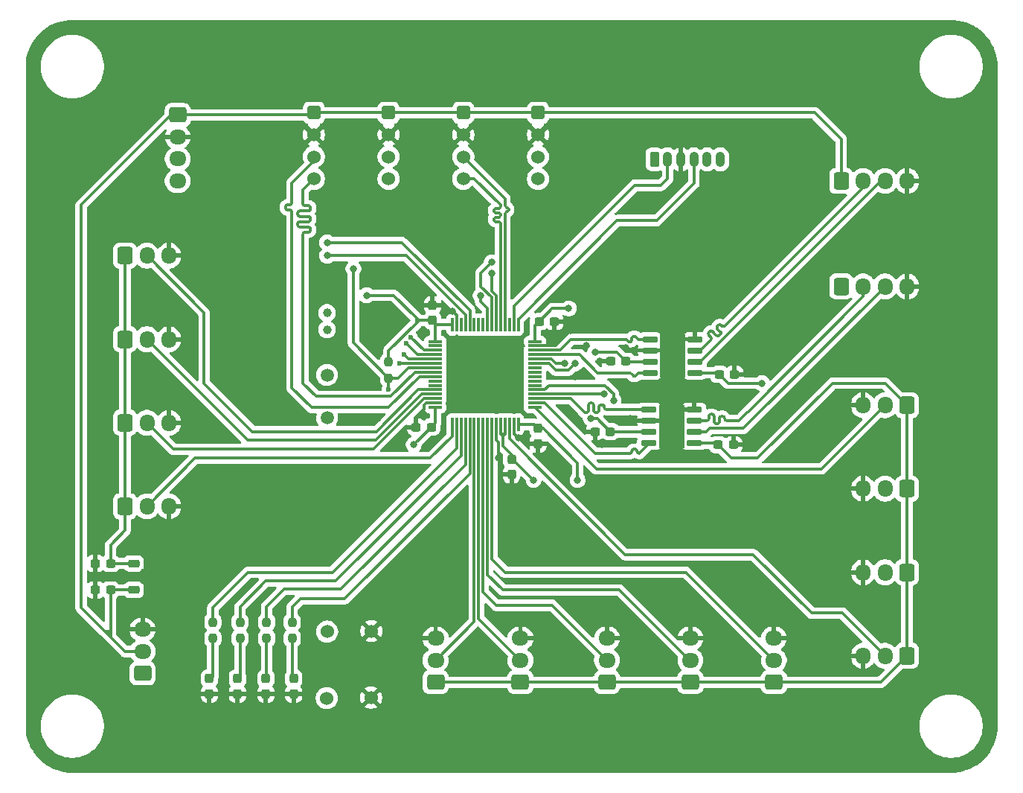
<source format=gtl>
G04 #@! TF.GenerationSoftware,KiCad,Pcbnew,9.0.0*
G04 #@! TF.CreationDate,2025-03-31T20:11:42+09:00*
G04 #@! TF.ProjectId,circuit-sugoi-tsuyoi-machine,63697263-7569-4742-9d73-75676f692d74,rev?*
G04 #@! TF.SameCoordinates,Original*
G04 #@! TF.FileFunction,Copper,L1,Top*
G04 #@! TF.FilePolarity,Positive*
%FSLAX46Y46*%
G04 Gerber Fmt 4.6, Leading zero omitted, Abs format (unit mm)*
G04 Created by KiCad (PCBNEW 9.0.0) date 2025-03-31 20:11:42*
%MOMM*%
%LPD*%
G01*
G04 APERTURE LIST*
G04 Aperture macros list*
%AMRoundRect*
0 Rectangle with rounded corners*
0 $1 Rounding radius*
0 $2 $3 $4 $5 $6 $7 $8 $9 X,Y pos of 4 corners*
0 Add a 4 corners polygon primitive as box body*
4,1,4,$2,$3,$4,$5,$6,$7,$8,$9,$2,$3,0*
0 Add four circle primitives for the rounded corners*
1,1,$1+$1,$2,$3*
1,1,$1+$1,$4,$5*
1,1,$1+$1,$6,$7*
1,1,$1+$1,$8,$9*
0 Add four rect primitives between the rounded corners*
20,1,$1+$1,$2,$3,$4,$5,0*
20,1,$1+$1,$4,$5,$6,$7,0*
20,1,$1+$1,$6,$7,$8,$9,0*
20,1,$1+$1,$8,$9,$2,$3,0*%
%AMFreePoly0*
4,1,9,3.862500,-0.866500,0.737500,-0.866500,0.737500,-0.450000,-0.737500,-0.450000,-0.737500,0.450000,0.737500,0.450000,0.737500,0.866500,3.862500,0.866500,3.862500,-0.866500,3.862500,-0.866500,$1*%
G04 Aperture macros list end*
G04 #@! TA.AperFunction,SMDPad,CuDef*
%ADD10RoundRect,0.237500X-0.300000X-0.237500X0.300000X-0.237500X0.300000X0.237500X-0.300000X0.237500X0*%
G04 #@! TD*
G04 #@! TA.AperFunction,ComponentPad*
%ADD11RoundRect,0.250000X-0.600000X-0.725000X0.600000X-0.725000X0.600000X0.725000X-0.600000X0.725000X0*%
G04 #@! TD*
G04 #@! TA.AperFunction,ComponentPad*
%ADD12O,1.700000X1.950000*%
G04 #@! TD*
G04 #@! TA.AperFunction,ComponentPad*
%ADD13RoundRect,0.250000X0.725000X-0.600000X0.725000X0.600000X-0.725000X0.600000X-0.725000X-0.600000X0*%
G04 #@! TD*
G04 #@! TA.AperFunction,ComponentPad*
%ADD14O,1.950000X1.700000*%
G04 #@! TD*
G04 #@! TA.AperFunction,SMDPad,CuDef*
%ADD15RoundRect,0.237500X-0.237500X0.300000X-0.237500X-0.300000X0.237500X-0.300000X0.237500X0.300000X0*%
G04 #@! TD*
G04 #@! TA.AperFunction,SMDPad,CuDef*
%ADD16RoundRect,0.237500X-0.237500X0.250000X-0.237500X-0.250000X0.237500X-0.250000X0.237500X0.250000X0*%
G04 #@! TD*
G04 #@! TA.AperFunction,SMDPad,CuDef*
%ADD17RoundRect,0.237500X0.300000X0.237500X-0.300000X0.237500X-0.300000X-0.237500X0.300000X-0.237500X0*%
G04 #@! TD*
G04 #@! TA.AperFunction,ComponentPad*
%ADD18RoundRect,0.250000X0.600000X0.725000X-0.600000X0.725000X-0.600000X-0.725000X0.600000X-0.725000X0*%
G04 #@! TD*
G04 #@! TA.AperFunction,ComponentPad*
%ADD19RoundRect,0.250000X-0.512000X0.512000X-0.512000X-0.512000X0.512000X-0.512000X0.512000X0.512000X0*%
G04 #@! TD*
G04 #@! TA.AperFunction,ComponentPad*
%ADD20C,1.524000*%
G04 #@! TD*
G04 #@! TA.AperFunction,SMDPad,CuDef*
%ADD21RoundRect,0.150000X-0.737500X-0.150000X0.737500X-0.150000X0.737500X0.150000X-0.737500X0.150000X0*%
G04 #@! TD*
G04 #@! TA.AperFunction,HeatsinkPad*
%ADD22R,2.950000X4.900000*%
G04 #@! TD*
G04 #@! TA.AperFunction,ComponentPad*
%ADD23C,1.000000*%
G04 #@! TD*
G04 #@! TA.AperFunction,ComponentPad*
%ADD24RoundRect,0.250000X-0.725000X0.600000X-0.725000X-0.600000X0.725000X-0.600000X0.725000X0.600000X0*%
G04 #@! TD*
G04 #@! TA.AperFunction,SMDPad,CuDef*
%ADD25RoundRect,0.075000X-0.700000X-0.075000X0.700000X-0.075000X0.700000X0.075000X-0.700000X0.075000X0*%
G04 #@! TD*
G04 #@! TA.AperFunction,SMDPad,CuDef*
%ADD26RoundRect,0.075000X-0.075000X-0.700000X0.075000X-0.700000X0.075000X0.700000X-0.075000X0.700000X0*%
G04 #@! TD*
G04 #@! TA.AperFunction,ComponentPad*
%ADD27RoundRect,0.250000X-0.265000X-0.615000X0.265000X-0.615000X0.265000X0.615000X-0.265000X0.615000X0*%
G04 #@! TD*
G04 #@! TA.AperFunction,ComponentPad*
%ADD28O,1.030000X1.730000*%
G04 #@! TD*
G04 #@! TA.AperFunction,SMDPad,CuDef*
%ADD29RoundRect,0.237500X0.237500X-0.300000X0.237500X0.300000X-0.237500X0.300000X-0.237500X-0.300000X0*%
G04 #@! TD*
G04 #@! TA.AperFunction,SMDPad,CuDef*
%ADD30RoundRect,0.225000X-0.425000X-0.225000X0.425000X-0.225000X0.425000X0.225000X-0.425000X0.225000X0*%
G04 #@! TD*
G04 #@! TA.AperFunction,SMDPad,CuDef*
%ADD31FreePoly0,0.000000*%
G04 #@! TD*
G04 #@! TA.AperFunction,SMDPad,CuDef*
%ADD32RoundRect,0.237500X0.237500X-0.287500X0.237500X0.287500X-0.237500X0.287500X-0.237500X-0.287500X0*%
G04 #@! TD*
G04 #@! TA.AperFunction,ComponentPad*
%ADD33C,1.500000*%
G04 #@! TD*
G04 #@! TA.AperFunction,ViaPad*
%ADD34C,0.600000*%
G04 #@! TD*
G04 #@! TA.AperFunction,ViaPad*
%ADD35C,0.800000*%
G04 #@! TD*
G04 #@! TA.AperFunction,Conductor*
%ADD36C,0.300000*%
G04 #@! TD*
G04 APERTURE END LIST*
D10*
X144637500Y-86000000D03*
X146362500Y-86000000D03*
D11*
X97500000Y-88000000D03*
D12*
X100000000Y-88000000D03*
X102500000Y-88000000D03*
D13*
X142500000Y-127000000D03*
D14*
X142500000Y-124500000D03*
X142500000Y-122000000D03*
D15*
X141500000Y-101637500D03*
X141500000Y-103362500D03*
D16*
X107500000Y-120175000D03*
X107500000Y-122000000D03*
D17*
X95862500Y-113500000D03*
X94137500Y-113500000D03*
D18*
X186500000Y-105000000D03*
D12*
X184000000Y-105000000D03*
X181500000Y-105000000D03*
D17*
X95862500Y-116500000D03*
X94137500Y-116500000D03*
D19*
X127500000Y-62250000D03*
D20*
X127500000Y-64750000D03*
X127500000Y-67250000D03*
X127500000Y-69750000D03*
D13*
X171350000Y-127000000D03*
D14*
X171350000Y-124500000D03*
X171350000Y-122000000D03*
D11*
X97500000Y-107000000D03*
D12*
X100000000Y-107000000D03*
X102500000Y-107000000D03*
D17*
X152725000Y-98500000D03*
X151000000Y-98500000D03*
D21*
X157137500Y-95995000D03*
X157137500Y-97265000D03*
X157137500Y-98535000D03*
X157137500Y-99805000D03*
X162262500Y-99805000D03*
X162262500Y-98535000D03*
X162262500Y-97265000D03*
X162262500Y-95995000D03*
D22*
X159700000Y-97900000D03*
D23*
X120500000Y-86900000D03*
X120500000Y-85000000D03*
D24*
X103500000Y-62500000D03*
D14*
X103500000Y-65000000D03*
X103500000Y-67500000D03*
X103500000Y-70000000D03*
D15*
X144500000Y-98137500D03*
X144500000Y-99862500D03*
D10*
X165137500Y-92000000D03*
X166862500Y-92000000D03*
D21*
X157237500Y-87995000D03*
X157237500Y-89265000D03*
X157237500Y-90535000D03*
X157237500Y-91805000D03*
X162362500Y-91805000D03*
X162362500Y-90535000D03*
X162362500Y-89265000D03*
X162362500Y-87995000D03*
D22*
X159800000Y-89900000D03*
D19*
X119000000Y-62250000D03*
D20*
X119000000Y-64750000D03*
X119000000Y-67250000D03*
X119000000Y-69750000D03*
D18*
X186500000Y-95500000D03*
D12*
X184000000Y-95500000D03*
X181500000Y-95500000D03*
D25*
X132825000Y-88250000D03*
X132825000Y-88750000D03*
X132825000Y-89250000D03*
X132825000Y-89750000D03*
X132825000Y-90250000D03*
X132825000Y-90750000D03*
X132825000Y-91250000D03*
X132825000Y-91750000D03*
X132825000Y-92250000D03*
X132825000Y-92750000D03*
X132825000Y-93250000D03*
X132825000Y-93750000D03*
X132825000Y-94250000D03*
X132825000Y-94750000D03*
X132825000Y-95250000D03*
X132825000Y-95750000D03*
D26*
X134750000Y-97675000D03*
X135250000Y-97675000D03*
X135750000Y-97675000D03*
X136250000Y-97675000D03*
X136750000Y-97675000D03*
X137250000Y-97675000D03*
X137750000Y-97675000D03*
X138250000Y-97675000D03*
X138750000Y-97675000D03*
X139250000Y-97675000D03*
X139750000Y-97675000D03*
X140250000Y-97675000D03*
X140750000Y-97675000D03*
X141250000Y-97675000D03*
X141750000Y-97675000D03*
X142250000Y-97675000D03*
D25*
X144175000Y-95750000D03*
X144175000Y-95250000D03*
X144175000Y-94750000D03*
X144175000Y-94250000D03*
X144175000Y-93750000D03*
X144175000Y-93250000D03*
X144175000Y-92750000D03*
X144175000Y-92250000D03*
X144175000Y-91750000D03*
X144175000Y-91250000D03*
X144175000Y-90750000D03*
X144175000Y-90250000D03*
X144175000Y-89750000D03*
X144175000Y-89250000D03*
X144175000Y-88750000D03*
X144175000Y-88250000D03*
D26*
X142250000Y-86325000D03*
X141750000Y-86325000D03*
X141250000Y-86325000D03*
X140750000Y-86325000D03*
X140250000Y-86325000D03*
X139750000Y-86325000D03*
X139250000Y-86325000D03*
X138750000Y-86325000D03*
X138250000Y-86325000D03*
X137750000Y-86325000D03*
X137250000Y-86325000D03*
X136750000Y-86325000D03*
X136250000Y-86325000D03*
X135750000Y-86325000D03*
X135250000Y-86325000D03*
X134750000Y-86325000D03*
D13*
X99500000Y-126000000D03*
D14*
X99500000Y-123500000D03*
X99500000Y-121000000D03*
D11*
X179000000Y-70000000D03*
D12*
X181500000Y-70000000D03*
X184000000Y-70000000D03*
X186500000Y-70000000D03*
D27*
X157750000Y-67550000D03*
D28*
X159250000Y-67550000D03*
X160750000Y-67550000D03*
X162250000Y-67550000D03*
X163750000Y-67550000D03*
X165250000Y-67550000D03*
D17*
X154500000Y-90500000D03*
X152775000Y-90500000D03*
D13*
X152350000Y-127000000D03*
D14*
X152350000Y-124500000D03*
X152350000Y-122000000D03*
D11*
X179000000Y-82000000D03*
D12*
X181500000Y-82000000D03*
X184000000Y-82000000D03*
X186500000Y-82000000D03*
D20*
X125540000Y-121190000D03*
X125500000Y-128750000D03*
X120500000Y-121250000D03*
X120460000Y-128810000D03*
D13*
X161850000Y-127000000D03*
D14*
X161850000Y-124500000D03*
X161850000Y-122000000D03*
D29*
X132500000Y-85862500D03*
X132500000Y-84137500D03*
D11*
X97500000Y-78500000D03*
D12*
X100000000Y-78500000D03*
X102500000Y-78500000D03*
D30*
X98500000Y-113500000D03*
D31*
X98587500Y-115000000D03*
D30*
X98500000Y-116500000D03*
D11*
X97500000Y-97500000D03*
D12*
X100000000Y-97500000D03*
X102500000Y-97500000D03*
D32*
X113530000Y-128337500D03*
X113530000Y-126587500D03*
D10*
X165000000Y-100000000D03*
X166725000Y-100000000D03*
D16*
X113610000Y-120175000D03*
X113610000Y-122000000D03*
X110600000Y-120175000D03*
X110600000Y-122000000D03*
D17*
X132362500Y-98000000D03*
X130637500Y-98000000D03*
D18*
X186500000Y-124000000D03*
D12*
X184000000Y-124000000D03*
X181500000Y-124000000D03*
D13*
X132850000Y-127000000D03*
D14*
X132850000Y-124500000D03*
X132850000Y-122000000D03*
D16*
X116530000Y-120175000D03*
X116530000Y-122000000D03*
D33*
X120500000Y-96950000D03*
X120500000Y-92070000D03*
D32*
X107100000Y-128337500D03*
X107100000Y-126587500D03*
X116700000Y-128337500D03*
X116700000Y-126587500D03*
X110300000Y-128337500D03*
X110300000Y-126587500D03*
D19*
X136000000Y-62250000D03*
D20*
X136000000Y-64750000D03*
X136000000Y-67250000D03*
X136000000Y-69750000D03*
D19*
X144500000Y-62250000D03*
D20*
X144500000Y-64750000D03*
X144500000Y-67250000D03*
X144500000Y-69750000D03*
D16*
X127500000Y-90587500D03*
X127500000Y-92412500D03*
D18*
X186500000Y-114500000D03*
D12*
X184000000Y-114500000D03*
X181500000Y-114500000D03*
D34*
X127500000Y-93750000D03*
D35*
X123500000Y-80000000D03*
X140000000Y-93500000D03*
X147000000Y-102500000D03*
X140000000Y-90500000D03*
X107000000Y-98500000D03*
X151750000Y-100000000D03*
X139000000Y-93500000D03*
X140000000Y-91500000D03*
X138000000Y-92500000D03*
X139000000Y-92500000D03*
X190500000Y-101000000D03*
X139000000Y-90500000D03*
X153000000Y-65500000D03*
X102500000Y-102500000D03*
X148250000Y-87000000D03*
X171000000Y-86500000D03*
X104000000Y-85500000D03*
X154500000Y-89000000D03*
X150000000Y-73000000D03*
X159800000Y-89900000D03*
X95000000Y-126000000D03*
X140000000Y-92500000D03*
X138000000Y-90500000D03*
X126000000Y-86000000D03*
X126000000Y-118000000D03*
X174500000Y-100000000D03*
X157500000Y-73000000D03*
X137500000Y-124000000D03*
X126000000Y-88500000D03*
X125500000Y-74500000D03*
X131250000Y-96500000D03*
X142250000Y-99250000D03*
X160000000Y-117000000D03*
X140000000Y-101500000D03*
X151500000Y-90500000D03*
X157000000Y-107500000D03*
X155000000Y-97000000D03*
X161000000Y-101500000D03*
X173500000Y-104500000D03*
X133500000Y-115500000D03*
X137000000Y-91500000D03*
X155000000Y-80500000D03*
X137000000Y-90500000D03*
X108000000Y-79000000D03*
X131250000Y-87250000D03*
X182000000Y-100500000D03*
X166000000Y-79500000D03*
X184500000Y-89500000D03*
X134719669Y-84780331D03*
X138000000Y-91500000D03*
X150000000Y-88750000D03*
X159700000Y-97900000D03*
X147000000Y-124500000D03*
X141500000Y-109500000D03*
X135500000Y-75500000D03*
X175000000Y-80500000D03*
X137000000Y-93500000D03*
X138000000Y-93500000D03*
X148750000Y-92250000D03*
X124000000Y-106500000D03*
X95500000Y-64500000D03*
X137000000Y-92500000D03*
X126250000Y-97000000D03*
X152500000Y-118000000D03*
X141000000Y-68500000D03*
X163000000Y-84500000D03*
X166750000Y-95500000D03*
X169500000Y-65500000D03*
X112500000Y-108000000D03*
X172500000Y-73500000D03*
X160000000Y-93000000D03*
X146500000Y-111000000D03*
X139000000Y-91500000D03*
X167500000Y-116500000D03*
X112500000Y-93000000D03*
X111000000Y-57500000D03*
X181500000Y-63000000D03*
X112000000Y-68500000D03*
X148500000Y-96750000D03*
X151000000Y-89500000D03*
X150500000Y-97000000D03*
X137969669Y-83030331D03*
X148750000Y-90750000D03*
X147500000Y-90750000D03*
X139250000Y-80500000D03*
X139250000Y-79250000D03*
X120500000Y-77000000D03*
X152000000Y-94250000D03*
X153102099Y-95000000D03*
D34*
X130000000Y-87750000D03*
X129500000Y-88500000D03*
X129250000Y-89750000D03*
D35*
X120500000Y-78500000D03*
D34*
X128750000Y-90750000D03*
D35*
X144000000Y-104000000D03*
X148000000Y-84500000D03*
X130362500Y-100000000D03*
X125000000Y-83000000D03*
X149000000Y-104000000D03*
X170000000Y-93000000D03*
D36*
X128587500Y-92412500D02*
X129750000Y-91250000D01*
X127500000Y-92412500D02*
X128587500Y-92412500D01*
X123500000Y-88412500D02*
X123500000Y-80000000D01*
X127500000Y-92412500D02*
X123500000Y-88412500D01*
X129750000Y-91250000D02*
X132825000Y-91250000D01*
X127500000Y-92412500D02*
X127500000Y-93750000D01*
X154765000Y-89265000D02*
X154500000Y-89000000D01*
X131250000Y-96229902D02*
X131500000Y-95979902D01*
X134719669Y-84780331D02*
X134780331Y-84780331D01*
X140000000Y-99750000D02*
X139750000Y-99500000D01*
X142250000Y-99250000D02*
X141750000Y-98750000D01*
X135250000Y-85250000D02*
X135250000Y-86325000D01*
X152775000Y-90500000D02*
X151500000Y-90500000D01*
X131750000Y-95250000D02*
X132825000Y-95250000D01*
X157325000Y-89265000D02*
X154765000Y-89265000D01*
X141750000Y-98750000D02*
X141750000Y-97675000D01*
X131500000Y-95979902D02*
X131500000Y-95500000D01*
X140000000Y-101500000D02*
X140000000Y-99750000D01*
X134780331Y-84780331D02*
X135250000Y-85250000D01*
X131250000Y-96500000D02*
X131250000Y-96229902D01*
X144175000Y-88750000D02*
X146500000Y-88750000D01*
X131500000Y-95500000D02*
X131750000Y-95250000D01*
X146500000Y-88750000D02*
X148250000Y-87000000D01*
X139750000Y-99500000D02*
X139750000Y-97675000D01*
X95500000Y-121500000D02*
X95612500Y-121500000D01*
X136000000Y-62250000D02*
X144500000Y-62250000D01*
X95250000Y-121250000D02*
X92500000Y-118500000D01*
X144500000Y-62250000D02*
X176000813Y-62250000D01*
X154535000Y-90535000D02*
X154500000Y-90500000D01*
X153500000Y-98500000D02*
X153535000Y-98535000D01*
X95250000Y-121250000D02*
X95500000Y-121500000D01*
X95500000Y-121500000D02*
X95862500Y-121862500D01*
X92500000Y-72750000D02*
X102750000Y-62500000D01*
X95862500Y-119862500D02*
X95862500Y-116500000D01*
X95612500Y-121500000D02*
X95862500Y-121250000D01*
X95862500Y-121862500D02*
X95862500Y-121250000D01*
X176000813Y-62250000D02*
X179000000Y-65249187D01*
X99500000Y-123500000D02*
X97500000Y-123500000D01*
X92500000Y-118500000D02*
X92500000Y-72750000D01*
X154500000Y-90500000D02*
X153500000Y-89500000D01*
X179000000Y-65249187D02*
X179000000Y-70000000D01*
X97500000Y-123500000D02*
X95862500Y-121862500D01*
X95862500Y-121250000D02*
X95862500Y-119862500D01*
X102750000Y-62500000D02*
X103500000Y-62500000D01*
X153500000Y-89500000D02*
X151000000Y-89500000D01*
X150500000Y-97000000D02*
X151225000Y-97000000D01*
X152725000Y-98500000D02*
X153500000Y-98500000D01*
X118750000Y-62500000D02*
X119000000Y-62250000D01*
X95862500Y-116500000D02*
X98500000Y-116500000D01*
X127500000Y-62250000D02*
X136000000Y-62250000D01*
X157325000Y-90535000D02*
X154535000Y-90535000D01*
X103500000Y-62500000D02*
X118750000Y-62500000D01*
X151225000Y-97000000D02*
X152725000Y-98500000D01*
X153535000Y-98535000D02*
X157225000Y-98535000D01*
X119000000Y-62250000D02*
X127500000Y-62250000D01*
X95862500Y-121250000D02*
X95250000Y-121250000D01*
X107500000Y-126347500D02*
X107260000Y-126587500D01*
X107500000Y-122000000D02*
X107500000Y-126347500D01*
X110600000Y-122000000D02*
X110600000Y-126427500D01*
X110600000Y-126427500D02*
X110440000Y-126587500D01*
X113610000Y-126507500D02*
X113530000Y-126587500D01*
X113610000Y-122000000D02*
X113610000Y-126507500D01*
X116530000Y-126517500D02*
X116600000Y-126587500D01*
X116530000Y-122000000D02*
X116530000Y-126517500D01*
X141750000Y-84250000D02*
X155500000Y-70500000D01*
X158500000Y-70500000D02*
X159250000Y-69750000D01*
X159250000Y-69750000D02*
X159250000Y-67550000D01*
X155500000Y-70500000D02*
X158500000Y-70500000D01*
X141750000Y-86325000D02*
X141750000Y-84250000D01*
X158000000Y-74500000D02*
X162250000Y-70250000D01*
X142250000Y-86325000D02*
X142250000Y-85750000D01*
X153500000Y-74500000D02*
X158000000Y-74500000D01*
X142250000Y-85750000D02*
X153500000Y-74500000D01*
X162250000Y-70250000D02*
X162250000Y-67550000D01*
X138750000Y-84500000D02*
X138750000Y-86325000D01*
X137969669Y-83030331D02*
X137969669Y-83719669D01*
X137969669Y-83719669D02*
X138750000Y-84500000D01*
X116500000Y-70250000D02*
X116500000Y-72466042D01*
X131000000Y-92250000D02*
X132825000Y-92250000D01*
X116500000Y-73546042D02*
X116500000Y-73666042D01*
X119000000Y-67750000D02*
X116500000Y-70250000D01*
X116000352Y-73306042D02*
X116260000Y-73306042D01*
X119000000Y-67250000D02*
X119000000Y-67750000D01*
X127500000Y-95750000D02*
X131000000Y-92250000D01*
X116260000Y-72706042D02*
X116000352Y-72706042D01*
X116500000Y-76205377D02*
X116500000Y-93500000D01*
X115760352Y-72946042D02*
X115760352Y-73066042D01*
X116500000Y-73666042D02*
X116500000Y-76205377D01*
X118750000Y-95750000D02*
X127500000Y-95750000D01*
X116500000Y-93500000D02*
X118750000Y-95750000D01*
X116260000Y-73306042D02*
G75*
G02*
X116499958Y-73546042I0J-239958D01*
G01*
X116000352Y-72706042D02*
G75*
G03*
X115760442Y-72946042I48J-239958D01*
G01*
X116500000Y-72466042D02*
G75*
G02*
X116260000Y-72706000I-240000J42D01*
G01*
X115760352Y-73066042D02*
G75*
G03*
X116000352Y-73306048I240048J42D01*
G01*
X117750000Y-74025383D02*
X118373259Y-74025383D01*
X117990000Y-73425383D02*
X117750000Y-73425383D01*
X117990000Y-72825383D02*
X118373281Y-72825383D01*
X118613281Y-73065383D02*
X118613281Y-73185383D01*
X117376726Y-75225383D02*
X117750000Y-75225383D01*
X118373281Y-73425383D02*
X117990000Y-73425383D01*
X117750000Y-76065383D02*
X117750000Y-76185383D01*
X130500000Y-91750000D02*
X132825000Y-91750000D01*
X117750000Y-93000000D02*
X119250000Y-94500000D01*
X119250000Y-94500000D02*
X127750000Y-94500000D01*
X117750000Y-75225383D02*
X117990000Y-75225383D01*
X117750000Y-71000000D02*
X117750000Y-72585383D01*
X127750000Y-94500000D02*
X130500000Y-91750000D01*
X117750000Y-73425383D02*
X117376726Y-73425383D01*
X117136726Y-74865383D02*
X117136726Y-74985383D01*
X118613281Y-75465383D02*
X118613281Y-75585383D01*
X118613259Y-74265383D02*
X118613259Y-74385383D01*
X117136726Y-73665383D02*
X117136726Y-73785383D01*
X118373259Y-74625383D02*
X117750000Y-74625383D01*
X118373281Y-75825383D02*
X117990000Y-75825383D01*
X117376726Y-74025383D02*
X117750000Y-74025383D01*
X117990000Y-75225383D02*
X118373281Y-75225383D01*
X117750000Y-76185383D02*
X117750000Y-77359002D01*
X119000000Y-69750000D02*
X117750000Y-71000000D01*
X117750000Y-74625383D02*
X117376726Y-74625383D01*
X117750000Y-77359002D02*
X117750000Y-93000000D01*
X118613281Y-73185383D02*
G75*
G02*
X118373281Y-73425381I-239981J-17D01*
G01*
X117990000Y-75825383D02*
G75*
G03*
X117749983Y-76065383I0J-240017D01*
G01*
X118373281Y-75225383D02*
G75*
G02*
X118613317Y-75465383I19J-240017D01*
G01*
X117376726Y-74625383D02*
G75*
G03*
X117136683Y-74865383I-26J-240017D01*
G01*
X117376726Y-73425383D02*
G75*
G03*
X117136683Y-73665383I-26J-240017D01*
G01*
X117136726Y-73785383D02*
G75*
G03*
X117376726Y-74025374I239974J-17D01*
G01*
X118613281Y-75585383D02*
G75*
G02*
X118373281Y-75825381I-239981J-17D01*
G01*
X117750000Y-72585383D02*
G75*
G03*
X117990000Y-72825400I240000J-17D01*
G01*
X118613259Y-74385383D02*
G75*
G02*
X118373259Y-74625359I-239959J-17D01*
G01*
X117136726Y-74985383D02*
G75*
G03*
X117376726Y-75225374I239974J-17D01*
G01*
X118373259Y-74025383D02*
G75*
G02*
X118613317Y-74265383I41J-240017D01*
G01*
X118373281Y-72825383D02*
G75*
G02*
X118613317Y-73065383I19J-240017D01*
G01*
X146500000Y-91500000D02*
X145750000Y-90750000D01*
X148000000Y-91500000D02*
X146500000Y-91500000D01*
X148750000Y-90750000D02*
X148000000Y-91500000D01*
X145750000Y-90750000D02*
X144175000Y-90750000D01*
X146000000Y-90250000D02*
X144175000Y-90250000D01*
X147500000Y-90750000D02*
X146500000Y-90750000D01*
X146500000Y-90750000D02*
X146000000Y-90250000D01*
X140250000Y-74818571D02*
X140250000Y-74918571D01*
X140250000Y-72750000D02*
X140250000Y-72918571D01*
X140250000Y-76081646D02*
X140250000Y-86325000D01*
X140050000Y-74118571D02*
X139670267Y-74118571D01*
X140250000Y-74918571D02*
X140250000Y-76081646D01*
X136000000Y-69750000D02*
X137250000Y-69750000D01*
X139470267Y-74318571D02*
X139470267Y-74418571D01*
X139670267Y-74618571D02*
X140050000Y-74618571D01*
X139670267Y-73618571D02*
X140050000Y-73618571D01*
X140250000Y-73818571D02*
X140250000Y-73918571D01*
X140050000Y-73118571D02*
X139670267Y-73118571D01*
X139470267Y-73318571D02*
X139470267Y-73418571D01*
X137250000Y-69750000D02*
X140250000Y-72750000D01*
X140250000Y-73918571D02*
G75*
G02*
X140050000Y-74118600I-200000J-29D01*
G01*
X140050000Y-73618571D02*
G75*
G02*
X140250029Y-73818571I0J-200029D01*
G01*
X140250000Y-72918571D02*
G75*
G02*
X140050000Y-73118600I-200000J-29D01*
G01*
X139470267Y-73418571D02*
G75*
G03*
X139670267Y-73618633I200033J-29D01*
G01*
X139670267Y-73118571D02*
G75*
G03*
X139470271Y-73318571I33J-200029D01*
G01*
X140050000Y-74618571D02*
G75*
G02*
X140250029Y-74818571I0J-200029D01*
G01*
X139470267Y-74418571D02*
G75*
G03*
X139670267Y-74618633I200033J-29D01*
G01*
X139670267Y-74118571D02*
G75*
G03*
X139470271Y-74318571I33J-200029D01*
G01*
X140950361Y-73508070D02*
X140950000Y-73508070D01*
X136000000Y-67250000D02*
X140750000Y-72000000D01*
X140950000Y-73008070D02*
X140950361Y-73008070D01*
X140750000Y-73708070D02*
X140750000Y-73808070D01*
X140750000Y-76868961D02*
X140750000Y-86325000D01*
X140750000Y-72000000D02*
X140750000Y-72808070D01*
X140750000Y-73808070D02*
X140750000Y-76868961D01*
X141150361Y-73208070D02*
X141150361Y-73308070D01*
X140950361Y-73008070D02*
G75*
G02*
X141150430Y-73208070I39J-200030D01*
G01*
X141150361Y-73308070D02*
G75*
G02*
X140950361Y-73508061I-199961J-30D01*
G01*
X140750000Y-72808070D02*
G75*
G03*
X140950000Y-73008100I200000J-30D01*
G01*
X140950000Y-73508070D02*
G75*
G03*
X140749970Y-73708070I0J-200030D01*
G01*
X139250000Y-82500000D02*
X139750000Y-83000000D01*
X139750000Y-83000000D02*
X139750000Y-86325000D01*
X139250000Y-80500000D02*
X139250000Y-82500000D01*
X139250000Y-79250000D02*
X138000000Y-80500000D01*
X138000000Y-82000000D02*
X139250000Y-83250000D01*
X139250000Y-83250000D02*
X139250000Y-86325000D01*
X138000000Y-80500000D02*
X138000000Y-82000000D01*
X129000000Y-77000000D02*
X136750000Y-84750000D01*
X120500000Y-77000000D02*
X129000000Y-77000000D01*
X136750000Y-84750000D02*
X136750000Y-86325000D01*
X137250000Y-97675000D02*
X137250000Y-120100000D01*
X137250000Y-120100000D02*
X132850000Y-124500000D01*
X137750000Y-119750000D02*
X137750000Y-97675000D01*
X142500000Y-124500000D02*
X137750000Y-119750000D01*
X139750000Y-118250000D02*
X146100000Y-118250000D01*
X138250000Y-97675000D02*
X138250000Y-116750000D01*
X146100000Y-118250000D02*
X152350000Y-124500000D01*
X138250000Y-116750000D02*
X139750000Y-118250000D01*
X161850000Y-124500000D02*
X161750000Y-124500000D01*
X140500000Y-116500000D02*
X138750000Y-114750000D01*
X138750000Y-114750000D02*
X138750000Y-97675000D01*
X161750000Y-124500000D02*
X153750000Y-116500000D01*
X153750000Y-116500000D02*
X140500000Y-116500000D01*
X140750000Y-114500000D02*
X139250000Y-113000000D01*
X161350000Y-114500000D02*
X140750000Y-114500000D01*
X139250000Y-113000000D02*
X139250000Y-97675000D01*
X171350000Y-124500000D02*
X161350000Y-114500000D01*
X130896740Y-93749000D02*
X126145740Y-98500000D01*
X106500000Y-85000000D02*
X100000000Y-78500000D01*
X131708520Y-93750000D02*
X131707520Y-93749000D01*
X106500000Y-93000000D02*
X106500000Y-85000000D01*
X131707520Y-93749000D02*
X130896740Y-93749000D01*
X112000000Y-98500000D02*
X106500000Y-93000000D01*
X132825000Y-93750000D02*
X131708520Y-93750000D01*
X126145740Y-98500000D02*
X112000000Y-98500000D01*
X131250001Y-94250000D02*
X126000001Y-99500000D01*
X132825000Y-94250000D02*
X131250001Y-94250000D01*
X126000001Y-99500000D02*
X111500000Y-99500000D01*
X111500000Y-99500000D02*
X100000000Y-88000000D01*
X103000000Y-100500000D02*
X100000000Y-97500000D01*
X125750000Y-100500000D02*
X103000000Y-100500000D01*
X131500000Y-94750000D02*
X125750000Y-100500000D01*
X132825000Y-94750000D02*
X131500000Y-94750000D01*
X132250000Y-101500000D02*
X105500000Y-101500000D01*
X105500000Y-101500000D02*
X100000000Y-107000000D01*
X134750000Y-97675000D02*
X134750000Y-99000000D01*
X134750000Y-99000000D02*
X132250000Y-101500000D01*
X169000000Y-112500000D02*
X154431250Y-112500000D01*
X175625000Y-119125000D02*
X169000000Y-112500000D01*
X154431250Y-112500000D02*
X141250000Y-99318750D01*
X184000000Y-124000000D02*
X179125000Y-119125000D01*
X141250000Y-99318750D02*
X141250000Y-97675000D01*
X179125000Y-119125000D02*
X175625000Y-119125000D01*
X184000000Y-95500000D02*
X176750000Y-102750000D01*
X151175000Y-102750000D02*
X144175000Y-95750000D01*
X176750000Y-102750000D02*
X151175000Y-102750000D01*
X144175000Y-94250000D02*
X152000000Y-94250000D01*
X153102099Y-95000000D02*
X153102099Y-94228087D01*
X153102099Y-94228087D02*
X152124012Y-93250000D01*
X145250000Y-93750000D02*
X144175000Y-93750000D01*
X145750000Y-93250000D02*
X145250000Y-93750000D01*
X152124012Y-93250000D02*
X145750000Y-93250000D01*
X107500000Y-118500000D02*
X107500000Y-120175000D01*
X135250000Y-100379362D02*
X121129362Y-114500000D01*
X135250000Y-97675000D02*
X135250000Y-100379362D01*
X121129362Y-114500000D02*
X111500000Y-114500000D01*
X111500000Y-114500000D02*
X107500000Y-118500000D01*
X135750000Y-101250000D02*
X121500000Y-115500000D01*
X121500000Y-115500000D02*
X113500000Y-115500000D01*
X135750000Y-97675000D02*
X135750000Y-101250000D01*
X113500000Y-115500000D02*
X110600000Y-118400000D01*
X110600000Y-118400000D02*
X110600000Y-120175000D01*
X136250000Y-102250000D02*
X122093201Y-116406799D01*
X122093201Y-116406799D02*
X115593201Y-116406799D01*
X115593201Y-116406799D02*
X113610000Y-118390000D01*
X113610000Y-118390000D02*
X113610000Y-120175000D01*
X136250000Y-97675000D02*
X136250000Y-102250000D01*
X122500000Y-117500000D02*
X117500000Y-117500000D01*
X117500000Y-117500000D02*
X116530000Y-118470000D01*
X136750000Y-103250000D02*
X122500000Y-117500000D01*
X116530000Y-118470000D02*
X116530000Y-120175000D01*
X136750000Y-97675000D02*
X136750000Y-103250000D01*
X130000000Y-87750000D02*
X131500000Y-89250000D01*
X131500000Y-89250000D02*
X132825000Y-89250000D01*
X130750000Y-89750000D02*
X132825000Y-89750000D01*
X129500000Y-88500000D02*
X130750000Y-89750000D01*
X129750000Y-90250000D02*
X129250000Y-89750000D01*
X132825000Y-90250000D02*
X129750000Y-90250000D01*
X136250000Y-85250000D02*
X136250000Y-86325000D01*
X129500000Y-78500000D02*
X136250000Y-85250000D01*
X120500000Y-78500000D02*
X129500000Y-78500000D01*
X128750000Y-90750000D02*
X132825000Y-90750000D01*
X140250000Y-97675000D02*
X140250000Y-98750000D01*
X130552173Y-85447827D02*
X130664673Y-85560327D01*
X141500000Y-101637500D02*
X141500000Y-101137500D01*
X140250000Y-98750000D02*
X140500000Y-99000000D01*
X144000000Y-104000000D02*
X141637500Y-101637500D01*
X95862500Y-111387500D02*
X97500000Y-109750000D01*
X127500000Y-90587500D02*
X127500000Y-89329346D01*
X97500000Y-97500000D02*
X97500000Y-88000000D01*
X132825000Y-88250000D02*
X132825000Y-86187500D01*
X142250000Y-97675000D02*
X144037500Y-97675000D01*
X132825000Y-86187500D02*
X132500000Y-85862500D01*
X166500000Y-101500000D02*
X169500000Y-101500000D01*
X132825000Y-95750000D02*
X132825000Y-97537500D01*
X144037500Y-97675000D02*
X144500000Y-98137500D01*
X186500000Y-95500000D02*
X186500000Y-105000000D01*
X130362500Y-100000000D02*
X132362500Y-98000000D01*
X144175000Y-88250000D02*
X144175000Y-86462500D01*
X130966846Y-85862500D02*
X132500000Y-85862500D01*
X149000000Y-102068750D02*
X145068750Y-98137500D01*
X141500000Y-101137500D02*
X140500000Y-100137500D01*
X184000000Y-93000000D02*
X186500000Y-95500000D01*
X161850000Y-127000000D02*
X171350000Y-127000000D01*
X132850000Y-127000000D02*
X142500000Y-127000000D01*
X128104346Y-83000000D02*
X125000000Y-83000000D01*
X162175000Y-99805000D02*
X164805000Y-99805000D01*
X169500000Y-101500000D02*
X178000000Y-93000000D01*
X149000000Y-104000000D02*
X149000000Y-102068750D01*
X186500000Y-124000000D02*
X186500000Y-114500000D01*
X164942500Y-91805000D02*
X165137500Y-92000000D01*
X127500000Y-89329346D02*
X130664673Y-86164673D01*
X162275000Y-91805000D02*
X164942500Y-91805000D01*
X165000000Y-100000000D02*
X166500000Y-101500000D01*
X144175000Y-86462500D02*
X144637500Y-86000000D01*
X95862500Y-113500000D02*
X95862500Y-111387500D01*
X145068750Y-98137500D02*
X144500000Y-98137500D01*
X164805000Y-99805000D02*
X165000000Y-100000000D01*
X140250000Y-98750000D02*
X140750000Y-98750000D01*
X140750000Y-98750000D02*
X140750000Y-97675000D01*
X134750000Y-86325000D02*
X132962500Y-86325000D01*
X186500000Y-114500000D02*
X186500000Y-105000000D01*
X148000000Y-84500000D02*
X146137500Y-84500000D01*
X130552173Y-85447827D02*
X128104346Y-83000000D01*
X165137500Y-92000000D02*
X166137500Y-93000000D01*
X142500000Y-127000000D02*
X152350000Y-127000000D01*
X98500000Y-113500000D02*
X95862500Y-113500000D01*
X97500000Y-107000000D02*
X97500000Y-97500000D01*
X171350000Y-127000000D02*
X183500000Y-127000000D01*
X178000000Y-93000000D02*
X184000000Y-93000000D01*
X140500000Y-99000000D02*
X140750000Y-98750000D01*
X183500000Y-127000000D02*
X186500000Y-124000000D01*
X97500000Y-109750000D02*
X97500000Y-107000000D01*
X152350000Y-127000000D02*
X161850000Y-127000000D01*
X132825000Y-97537500D02*
X132362500Y-98000000D01*
X130664673Y-85560327D02*
X130664673Y-86164673D01*
X132962500Y-86325000D02*
X132500000Y-85862500D01*
X140500000Y-99000000D02*
X140500000Y-100137500D01*
X146137500Y-84500000D02*
X144637500Y-86000000D01*
X141637500Y-101637500D02*
X141500000Y-101637500D01*
X130664673Y-86164673D02*
X130966846Y-85862500D01*
X166137500Y-93000000D02*
X170000000Y-93000000D01*
X130966846Y-85862500D02*
X130552173Y-85447827D01*
X97500000Y-88000000D02*
X97500000Y-78500000D01*
X162950000Y-90535000D02*
X183485000Y-70000000D01*
X162275000Y-90535000D02*
X162950000Y-90535000D01*
X183485000Y-70000000D02*
X184000000Y-70000000D01*
X164758558Y-87491445D02*
X164758555Y-87491445D01*
X165861645Y-86388356D02*
X167210742Y-85039258D01*
X164937862Y-86482809D02*
X165022716Y-86397956D01*
X165013115Y-86897475D02*
X164937861Y-86822221D01*
X165182818Y-87067179D02*
X165182820Y-87067180D01*
X167210742Y-85039258D02*
X181500000Y-70750000D01*
X181500000Y-70750000D02*
X181500000Y-70000000D01*
X164758555Y-87491445D02*
X164864621Y-87597511D01*
X165362128Y-86397955D02*
X165437382Y-86473209D01*
X165776794Y-86473209D02*
X165861645Y-86388356D01*
X165288885Y-87173246D02*
X165182818Y-87067179D01*
X164381275Y-87114162D02*
X164588852Y-87321739D01*
X162275000Y-89265000D02*
X162950000Y-89265000D01*
X163957009Y-87199016D02*
X164041863Y-87114163D01*
X164164585Y-87746004D02*
X163957009Y-87538428D01*
X162950000Y-89265000D02*
X162967500Y-89282500D01*
X164588852Y-87321739D02*
X164758558Y-87491445D01*
X165182820Y-87067180D02*
X165013115Y-86897475D01*
X162967500Y-89282500D02*
X164164584Y-88085416D01*
X165076753Y-87597511D02*
X165288885Y-87385378D01*
X165437382Y-86473209D02*
G75*
G03*
X165776794Y-86473209I169706J169701D01*
G01*
X163957009Y-87538428D02*
G75*
G02*
X163956987Y-87198994I169691J169728D01*
G01*
X164164584Y-88085416D02*
G75*
G03*
X164164595Y-87745994I-169684J169716D01*
G01*
X164937861Y-86822221D02*
G75*
G02*
X164937846Y-86482794I169739J169721D01*
G01*
X165022716Y-86397956D02*
G75*
G02*
X165362106Y-86397977I169684J-169744D01*
G01*
X164864621Y-87597511D02*
G75*
G03*
X165076753Y-87597511I106066J106066D01*
G01*
X165288885Y-87385378D02*
G75*
G03*
X165288897Y-87173234I-106085J106078D01*
G01*
X164041863Y-87114163D02*
G75*
G02*
X164381305Y-87114131I169737J-169737D01*
G01*
X162175000Y-98535000D02*
X163637501Y-98535000D01*
X164047501Y-98125000D02*
X167875000Y-98125000D01*
X167875000Y-98125000D02*
X184000000Y-82000000D01*
X163637501Y-98535000D02*
X164047501Y-98125000D01*
X166106378Y-97265000D02*
X167391448Y-97265000D01*
X165146378Y-97265000D02*
X165146378Y-97025000D01*
X168427641Y-96228807D02*
X181500000Y-83156448D01*
X164186378Y-96528868D02*
X164306378Y-96528868D01*
X164546378Y-97025000D02*
X164546378Y-97265000D01*
X165146378Y-97025000D02*
X165146378Y-96993472D01*
X163946378Y-97025000D02*
X163946378Y-96768868D01*
X168310686Y-96345760D02*
X168427641Y-96228807D01*
X181500000Y-83156448D02*
X181500000Y-82000000D01*
X165146378Y-97415000D02*
X165146378Y-97265000D01*
X167391448Y-97265000D02*
X168310686Y-96345760D01*
X165746378Y-96993472D02*
X165746378Y-97025000D01*
X164546378Y-96768868D02*
X164546378Y-97025000D01*
X164546378Y-97265000D02*
X164546378Y-97415000D01*
X165986378Y-97265000D02*
X166106378Y-97265000D01*
X162175000Y-97265000D02*
X163706378Y-97265000D01*
X165386378Y-96753472D02*
X165506378Y-96753472D01*
X164696378Y-97565000D02*
X164996378Y-97565000D01*
X165746378Y-97025000D02*
G75*
G03*
X165986378Y-97265022I240022J0D01*
G01*
X164546378Y-97415000D02*
G75*
G03*
X164696378Y-97565022I150022J0D01*
G01*
X165506378Y-96753472D02*
G75*
G02*
X165746428Y-96993472I22J-240028D01*
G01*
X164996378Y-97565000D02*
G75*
G03*
X165146400Y-97415000I22J150000D01*
G01*
X164306378Y-96528868D02*
G75*
G02*
X164546432Y-96768868I22J-240032D01*
G01*
X163706378Y-97265000D02*
G75*
G03*
X163946400Y-97025000I22J240000D01*
G01*
X165146378Y-96993472D02*
G75*
G02*
X165386378Y-96753478I240022J-28D01*
G01*
X163946378Y-96768868D02*
G75*
G02*
X164186378Y-96528878I240022J-32D01*
G01*
X151450000Y-95995000D02*
X151450000Y-95755000D01*
X149800000Y-96295000D02*
X150100000Y-96295000D01*
X149484643Y-95979643D02*
X149500000Y-95995000D01*
X151450000Y-96145000D02*
X151450000Y-95995000D01*
X150490000Y-95259296D02*
X150610000Y-95259296D01*
X150250000Y-95995000D02*
X150250000Y-95499296D01*
X151690000Y-95445063D02*
X151810000Y-95445063D01*
X150850000Y-95499296D02*
X150850000Y-95995000D01*
X152290000Y-95995000D02*
X152410000Y-95995000D01*
X148255000Y-94750000D02*
X149484643Y-95979643D01*
X152410000Y-95995000D02*
X153156506Y-95995000D01*
X153156506Y-95995000D02*
X157225000Y-95995000D01*
X151450000Y-95755000D02*
X151450000Y-95685063D01*
X151000000Y-96295000D02*
X151300000Y-96295000D01*
X150250000Y-96145000D02*
X150250000Y-95995000D01*
X152050000Y-95685063D02*
X152050000Y-95755000D01*
X144175000Y-94750000D02*
X148255000Y-94750000D01*
X150850000Y-95995000D02*
X150850000Y-96145000D01*
X149500000Y-95995000D02*
G75*
G02*
X149650000Y-96145000I0J-150000D01*
G01*
X149650000Y-96145000D02*
G75*
G03*
X149800000Y-96295000I150000J0D01*
G01*
X151300000Y-96295000D02*
G75*
G03*
X151450000Y-96145000I0J150000D01*
G01*
X152050000Y-95755000D02*
G75*
G03*
X152290000Y-95995000I240000J0D01*
G01*
X151810000Y-95445063D02*
G75*
G02*
X152050037Y-95685063I0J-240037D01*
G01*
X150100000Y-96295000D02*
G75*
G03*
X150250000Y-96145000I0J150000D01*
G01*
X151450000Y-95685063D02*
G75*
G02*
X151690000Y-95445100I240000J-37D01*
G01*
X150850000Y-96145000D02*
G75*
G03*
X151000000Y-96295000I150000J0D01*
G01*
X150610000Y-95259296D02*
G75*
G02*
X150850004Y-95499296I0J-240004D01*
G01*
X150250000Y-95499296D02*
G75*
G02*
X150490000Y-95259300I240000J-4D01*
G01*
X155520597Y-92226068D02*
X155420597Y-92226068D01*
X155720597Y-92005000D02*
X155720597Y-92026068D01*
X151305000Y-91805000D02*
X149250000Y-89750000D01*
X154920597Y-91805000D02*
X154264737Y-91805000D01*
X149250000Y-89750000D02*
X144175000Y-89750000D01*
X157325000Y-91805000D02*
X155920597Y-91805000D01*
X155020597Y-91805000D02*
X154920597Y-91805000D01*
X155220597Y-92026068D02*
X155220597Y-92005000D01*
X154264737Y-91805000D02*
X151305000Y-91805000D01*
X155920597Y-91805000D02*
G75*
G03*
X155720600Y-92005000I3J-200000D01*
G01*
X155220597Y-92005000D02*
G75*
G03*
X155020597Y-91805003I-199997J0D01*
G01*
X155720597Y-92026068D02*
G75*
G02*
X155520597Y-92226097I-199997J-32D01*
G01*
X155420597Y-92226068D02*
G75*
G02*
X155220632Y-92026068I3J199968D01*
G01*
X154950000Y-101000000D02*
X154830000Y-101000000D01*
X153237079Y-101000000D02*
X151000000Y-101000000D01*
X151000000Y-101000000D02*
X145250000Y-95250000D01*
X155190000Y-100747346D02*
X155190000Y-100760000D01*
X145250000Y-95250000D02*
X144175000Y-95250000D01*
X155790000Y-100760000D02*
X155790000Y-100747346D01*
X154830000Y-101000000D02*
X153237079Y-101000000D01*
X155550000Y-100507346D02*
X155430000Y-100507346D01*
X157225000Y-99805000D02*
X156030000Y-101000000D01*
X156030000Y-101000000D02*
G75*
G02*
X155790000Y-100760000I0J240000D01*
G01*
X155190000Y-100760000D02*
G75*
G02*
X154950000Y-101000000I-240000J0D01*
G01*
X155790000Y-100747346D02*
G75*
G03*
X155550000Y-100507300I-240000J46D01*
G01*
X155430000Y-100507346D02*
G75*
G03*
X155190046Y-100747346I0J-239954D01*
G01*
X154389354Y-87995000D02*
X152952546Y-87995000D01*
X147000000Y-89250000D02*
X144175000Y-89250000D01*
X148255000Y-87995000D02*
X147000000Y-89250000D01*
X155036327Y-88301054D02*
X154842381Y-88301054D01*
X155189354Y-87995000D02*
X155189354Y-88148027D01*
X152952546Y-87995000D02*
X148255000Y-87995000D01*
X155583252Y-87688898D02*
X155342405Y-87688898D01*
X155189354Y-87841949D02*
X155189354Y-87995000D01*
X154536327Y-87995000D02*
X154389354Y-87995000D01*
X157325000Y-87995000D02*
X155889354Y-87995000D01*
X154689354Y-88148027D02*
G75*
G03*
X154536327Y-87994946I-153054J27D01*
G01*
X155189354Y-88148027D02*
G75*
G02*
X155036327Y-88301054I-153054J27D01*
G01*
X155342405Y-87688898D02*
G75*
G03*
X155189298Y-87841949I-5J-153102D01*
G01*
X154842381Y-88301054D02*
G75*
G02*
X154689346Y-88148027I19J153054D01*
G01*
X155889354Y-87995000D02*
G75*
G02*
X155736300Y-87841949I46J153100D01*
G01*
X155736303Y-87841949D02*
G75*
G03*
X155583252Y-87688997I-153003J-51D01*
G01*
G04 #@! TA.AperFunction,Conductor*
G36*
X137718333Y-120654125D02*
G01*
X137762680Y-120682626D01*
X141054555Y-123974501D01*
X141088040Y-124035824D01*
X141084805Y-124100499D01*
X141057754Y-124183755D01*
X141057753Y-124183759D01*
X141024500Y-124393713D01*
X141024500Y-124606286D01*
X141056335Y-124807289D01*
X141057754Y-124816243D01*
X141119015Y-125004785D01*
X141123444Y-125018414D01*
X141219951Y-125207820D01*
X141344890Y-125379786D01*
X141483705Y-125518601D01*
X141517190Y-125579924D01*
X141512206Y-125649616D01*
X141470334Y-125705549D01*
X141461121Y-125711821D01*
X141306342Y-125807289D01*
X141182289Y-125931342D01*
X141090187Y-126080663D01*
X141090185Y-126080668D01*
X141035000Y-126247204D01*
X141034088Y-126251467D01*
X141000801Y-126312898D01*
X140939586Y-126346581D01*
X140912837Y-126349500D01*
X134437163Y-126349500D01*
X134370124Y-126329815D01*
X134324369Y-126277011D01*
X134315911Y-126251459D01*
X134315000Y-126247207D01*
X134314999Y-126247203D01*
X134259814Y-126080666D01*
X134167712Y-125931344D01*
X134043656Y-125807288D01*
X133894334Y-125715186D01*
X133894333Y-125715185D01*
X133888878Y-125711821D01*
X133842154Y-125659873D01*
X133830931Y-125590910D01*
X133858775Y-125526828D01*
X133866272Y-125518623D01*
X134005104Y-125379792D01*
X134007455Y-125376557D01*
X134130048Y-125207820D01*
X134130047Y-125207820D01*
X134130051Y-125207816D01*
X134226557Y-125018412D01*
X134292246Y-124816243D01*
X134325500Y-124606287D01*
X134325500Y-124393713D01*
X134292246Y-124183757D01*
X134265192Y-124100498D01*
X134263198Y-124030660D01*
X134295441Y-123974503D01*
X137587322Y-120682623D01*
X137648641Y-120649141D01*
X137718333Y-120654125D01*
G37*
G04 #@! TD.AperFunction*
G04 #@! TA.AperFunction,Conductor*
G36*
X138605703Y-118026095D02*
G01*
X138612181Y-118032127D01*
X139335324Y-118755271D01*
X139335331Y-118755277D01*
X139441871Y-118826464D01*
X139441870Y-118826464D01*
X139476544Y-118840826D01*
X139560256Y-118875501D01*
X139560260Y-118875501D01*
X139560261Y-118875502D01*
X139685928Y-118900500D01*
X139685931Y-118900500D01*
X145779192Y-118900500D01*
X145846231Y-118920185D01*
X145866873Y-118936819D01*
X150904555Y-123974501D01*
X150938040Y-124035824D01*
X150934805Y-124100499D01*
X150907754Y-124183755D01*
X150907753Y-124183759D01*
X150874500Y-124393713D01*
X150874500Y-124606286D01*
X150906335Y-124807289D01*
X150907754Y-124816243D01*
X150969015Y-125004785D01*
X150973444Y-125018414D01*
X151069951Y-125207820D01*
X151194890Y-125379786D01*
X151333705Y-125518601D01*
X151367190Y-125579924D01*
X151362206Y-125649616D01*
X151320334Y-125705549D01*
X151311121Y-125711821D01*
X151156342Y-125807289D01*
X151032289Y-125931342D01*
X150940187Y-126080663D01*
X150940185Y-126080668D01*
X150885000Y-126247204D01*
X150884088Y-126251467D01*
X150850801Y-126312898D01*
X150789586Y-126346581D01*
X150762837Y-126349500D01*
X144087163Y-126349500D01*
X144020124Y-126329815D01*
X143974369Y-126277011D01*
X143965911Y-126251459D01*
X143965000Y-126247207D01*
X143964999Y-126247203D01*
X143909814Y-126080666D01*
X143817712Y-125931344D01*
X143693656Y-125807288D01*
X143544334Y-125715186D01*
X143544333Y-125715185D01*
X143538878Y-125711821D01*
X143492154Y-125659873D01*
X143480931Y-125590910D01*
X143508775Y-125526828D01*
X143516272Y-125518623D01*
X143655104Y-125379792D01*
X143657455Y-125376557D01*
X143780048Y-125207820D01*
X143780047Y-125207820D01*
X143780051Y-125207816D01*
X143876557Y-125018412D01*
X143942246Y-124816243D01*
X143975500Y-124606287D01*
X143975500Y-124393713D01*
X143942246Y-124183757D01*
X143876557Y-123981588D01*
X143780051Y-123792184D01*
X143780049Y-123792181D01*
X143780048Y-123792179D01*
X143655109Y-123620213D01*
X143504790Y-123469894D01*
X143504785Y-123469890D01*
X143339781Y-123350008D01*
X143297115Y-123294678D01*
X143291136Y-123225065D01*
X143323741Y-123163270D01*
X143339781Y-123149371D01*
X143504466Y-123029721D01*
X143654723Y-122879464D01*
X143654727Y-122879459D01*
X143779620Y-122707557D01*
X143876095Y-122518217D01*
X143941757Y-122316129D01*
X143941757Y-122316126D01*
X143952231Y-122250000D01*
X142904146Y-122250000D01*
X142942630Y-122183343D01*
X142975000Y-122062535D01*
X142975000Y-121937465D01*
X142942630Y-121816657D01*
X142904146Y-121750000D01*
X143952231Y-121750000D01*
X143941757Y-121683873D01*
X143941757Y-121683870D01*
X143876095Y-121481782D01*
X143779620Y-121292442D01*
X143654727Y-121120540D01*
X143654723Y-121120535D01*
X143504464Y-120970276D01*
X143504459Y-120970272D01*
X143332557Y-120845379D01*
X143143217Y-120748904D01*
X142941128Y-120683242D01*
X142750000Y-120652969D01*
X142750000Y-121595854D01*
X142683343Y-121557370D01*
X142562535Y-121525000D01*
X142437465Y-121525000D01*
X142316657Y-121557370D01*
X142250000Y-121595854D01*
X142250000Y-120652969D01*
X142058872Y-120683242D01*
X142058869Y-120683242D01*
X141856782Y-120748904D01*
X141667442Y-120845379D01*
X141495540Y-120970272D01*
X141495535Y-120970276D01*
X141345276Y-121120535D01*
X141345272Y-121120540D01*
X141220379Y-121292442D01*
X141123904Y-121481782D01*
X141058242Y-121683869D01*
X141058242Y-121683872D01*
X141034179Y-121835796D01*
X141004249Y-121898931D01*
X140944938Y-121935862D01*
X140875075Y-121934864D01*
X140824025Y-121904079D01*
X138436819Y-119516873D01*
X138403334Y-119455550D01*
X138400500Y-119429192D01*
X138400500Y-118119808D01*
X138420185Y-118052769D01*
X138472989Y-118007014D01*
X138542147Y-117997070D01*
X138605703Y-118026095D01*
G37*
G04 #@! TD.AperFunction*
G04 #@! TA.AperFunction,Conductor*
G36*
X139105703Y-116026095D02*
G01*
X139112181Y-116032127D01*
X140081470Y-117001417D01*
X140081473Y-117001419D01*
X140085331Y-117005277D01*
X140163189Y-117057299D01*
X140191873Y-117076465D01*
X140310256Y-117125501D01*
X140310260Y-117125501D01*
X140310261Y-117125502D01*
X140435928Y-117150500D01*
X140435931Y-117150500D01*
X153429192Y-117150500D01*
X153496231Y-117170185D01*
X153516873Y-117186819D01*
X160380031Y-124049977D01*
X160413516Y-124111300D01*
X160410283Y-124175969D01*
X160407754Y-124183751D01*
X160407754Y-124183753D01*
X160374500Y-124393713D01*
X160374500Y-124606286D01*
X160406335Y-124807289D01*
X160407754Y-124816243D01*
X160469015Y-125004785D01*
X160473444Y-125018414D01*
X160569951Y-125207820D01*
X160694890Y-125379786D01*
X160833705Y-125518601D01*
X160867190Y-125579924D01*
X160862206Y-125649616D01*
X160820334Y-125705549D01*
X160811121Y-125711821D01*
X160656342Y-125807289D01*
X160532289Y-125931342D01*
X160440187Y-126080663D01*
X160440185Y-126080668D01*
X160385000Y-126247204D01*
X160384088Y-126251467D01*
X160350801Y-126312898D01*
X160289586Y-126346581D01*
X160262837Y-126349500D01*
X153937163Y-126349500D01*
X153870124Y-126329815D01*
X153824369Y-126277011D01*
X153815911Y-126251459D01*
X153815000Y-126247207D01*
X153814999Y-126247203D01*
X153759814Y-126080666D01*
X153667712Y-125931344D01*
X153543656Y-125807288D01*
X153394334Y-125715186D01*
X153394333Y-125715185D01*
X153388878Y-125711821D01*
X153342154Y-125659873D01*
X153330931Y-125590910D01*
X153358775Y-125526828D01*
X153366272Y-125518623D01*
X153505104Y-125379792D01*
X153507455Y-125376557D01*
X153630048Y-125207820D01*
X153630047Y-125207820D01*
X153630051Y-125207816D01*
X153726557Y-125018412D01*
X153792246Y-124816243D01*
X153825500Y-124606287D01*
X153825500Y-124393713D01*
X153792246Y-124183757D01*
X153726557Y-123981588D01*
X153630051Y-123792184D01*
X153630049Y-123792181D01*
X153630048Y-123792179D01*
X153505109Y-123620213D01*
X153354790Y-123469894D01*
X153354785Y-123469890D01*
X153189781Y-123350008D01*
X153147115Y-123294678D01*
X153141136Y-123225065D01*
X153173741Y-123163270D01*
X153189781Y-123149371D01*
X153354466Y-123029721D01*
X153504723Y-122879464D01*
X153504727Y-122879459D01*
X153629620Y-122707557D01*
X153726095Y-122518217D01*
X153791757Y-122316129D01*
X153791757Y-122316126D01*
X153802231Y-122250000D01*
X152754146Y-122250000D01*
X152792630Y-122183343D01*
X152825000Y-122062535D01*
X152825000Y-121937465D01*
X152792630Y-121816657D01*
X152754146Y-121750000D01*
X153802231Y-121750000D01*
X153791757Y-121683873D01*
X153791757Y-121683870D01*
X153726095Y-121481782D01*
X153629620Y-121292442D01*
X153504727Y-121120540D01*
X153504723Y-121120535D01*
X153354464Y-120970276D01*
X153354459Y-120970272D01*
X153182557Y-120845379D01*
X152993217Y-120748904D01*
X152791128Y-120683242D01*
X152600000Y-120652969D01*
X152600000Y-121595854D01*
X152533343Y-121557370D01*
X152412535Y-121525000D01*
X152287465Y-121525000D01*
X152166657Y-121557370D01*
X152100000Y-121595854D01*
X152100000Y-120652969D01*
X151908872Y-120683242D01*
X151908869Y-120683242D01*
X151706782Y-120748904D01*
X151517442Y-120845379D01*
X151345540Y-120970272D01*
X151345535Y-120970276D01*
X151195276Y-121120535D01*
X151195272Y-121120540D01*
X151070379Y-121292442D01*
X150973904Y-121481782D01*
X150908242Y-121683869D01*
X150908242Y-121683872D01*
X150884179Y-121835796D01*
X150854249Y-121898931D01*
X150794938Y-121935862D01*
X150725075Y-121934864D01*
X150674025Y-121904079D01*
X146514674Y-117744727D01*
X146514673Y-117744726D01*
X146514669Y-117744723D01*
X146408127Y-117673535D01*
X146289744Y-117624499D01*
X146289738Y-117624497D01*
X146164071Y-117599500D01*
X146164069Y-117599500D01*
X140070808Y-117599500D01*
X140003769Y-117579815D01*
X139983127Y-117563181D01*
X138936819Y-116516873D01*
X138903334Y-116455550D01*
X138900500Y-116429192D01*
X138900500Y-116119808D01*
X138920185Y-116052769D01*
X138972989Y-116007014D01*
X139042147Y-115997070D01*
X139105703Y-116026095D01*
G37*
G04 #@! TD.AperFunction*
G04 #@! TA.AperFunction,Conductor*
G36*
X139605703Y-114276095D02*
G01*
X139612181Y-114282127D01*
X140335324Y-115005271D01*
X140335327Y-115005274D01*
X140335330Y-115005276D01*
X140414428Y-115058127D01*
X140441873Y-115076465D01*
X140560256Y-115125501D01*
X140560260Y-115125501D01*
X140560261Y-115125502D01*
X140685928Y-115150500D01*
X140685931Y-115150500D01*
X161029192Y-115150500D01*
X161096231Y-115170185D01*
X161116873Y-115186819D01*
X169904555Y-123974501D01*
X169938040Y-124035824D01*
X169934805Y-124100499D01*
X169907754Y-124183755D01*
X169907753Y-124183759D01*
X169874500Y-124393713D01*
X169874500Y-124606286D01*
X169906335Y-124807289D01*
X169907754Y-124816243D01*
X169969015Y-125004785D01*
X169973444Y-125018414D01*
X170069951Y-125207820D01*
X170194890Y-125379786D01*
X170333705Y-125518601D01*
X170367190Y-125579924D01*
X170362206Y-125649616D01*
X170320334Y-125705549D01*
X170311121Y-125711821D01*
X170156342Y-125807289D01*
X170032289Y-125931342D01*
X169940187Y-126080663D01*
X169940185Y-126080668D01*
X169885000Y-126247204D01*
X169884088Y-126251467D01*
X169850801Y-126312898D01*
X169789586Y-126346581D01*
X169762837Y-126349500D01*
X163437163Y-126349500D01*
X163370124Y-126329815D01*
X163324369Y-126277011D01*
X163315911Y-126251459D01*
X163315000Y-126247207D01*
X163314999Y-126247203D01*
X163259814Y-126080666D01*
X163167712Y-125931344D01*
X163043656Y-125807288D01*
X162894334Y-125715186D01*
X162894333Y-125715185D01*
X162888878Y-125711821D01*
X162842154Y-125659873D01*
X162830931Y-125590910D01*
X162858775Y-125526828D01*
X162866272Y-125518623D01*
X163005104Y-125379792D01*
X163007455Y-125376557D01*
X163130048Y-125207820D01*
X163130047Y-125207820D01*
X163130051Y-125207816D01*
X163226557Y-125018412D01*
X163292246Y-124816243D01*
X163325500Y-124606287D01*
X163325500Y-124393713D01*
X163292246Y-124183757D01*
X163226557Y-123981588D01*
X163130051Y-123792184D01*
X163130049Y-123792181D01*
X163130048Y-123792179D01*
X163005109Y-123620213D01*
X162854790Y-123469894D01*
X162854785Y-123469890D01*
X162689781Y-123350008D01*
X162647115Y-123294678D01*
X162641136Y-123225065D01*
X162673741Y-123163270D01*
X162689781Y-123149371D01*
X162854466Y-123029721D01*
X163004723Y-122879464D01*
X163004727Y-122879459D01*
X163129620Y-122707557D01*
X163226095Y-122518217D01*
X163291757Y-122316129D01*
X163291757Y-122316126D01*
X163302231Y-122250000D01*
X162254146Y-122250000D01*
X162292630Y-122183343D01*
X162325000Y-122062535D01*
X162325000Y-121937465D01*
X162292630Y-121816657D01*
X162254146Y-121750000D01*
X163302231Y-121750000D01*
X163291757Y-121683873D01*
X163291757Y-121683870D01*
X163226095Y-121481782D01*
X163129620Y-121292442D01*
X163004727Y-121120540D01*
X163004723Y-121120535D01*
X162854464Y-120970276D01*
X162854459Y-120970272D01*
X162682557Y-120845379D01*
X162493217Y-120748904D01*
X162291128Y-120683242D01*
X162100000Y-120652969D01*
X162100000Y-121595854D01*
X162033343Y-121557370D01*
X161912535Y-121525000D01*
X161787465Y-121525000D01*
X161666657Y-121557370D01*
X161600000Y-121595854D01*
X161600000Y-120652969D01*
X161408872Y-120683242D01*
X161408869Y-120683242D01*
X161206782Y-120748904D01*
X161017442Y-120845379D01*
X160845540Y-120970272D01*
X160845535Y-120970276D01*
X160695276Y-121120535D01*
X160695272Y-121120540D01*
X160570379Y-121292442D01*
X160473904Y-121481782D01*
X160408242Y-121683870D01*
X160408242Y-121683873D01*
X160397769Y-121750000D01*
X161445854Y-121750000D01*
X161407370Y-121816657D01*
X161375000Y-121937465D01*
X161375000Y-122062535D01*
X161407370Y-122183343D01*
X161445854Y-122250000D01*
X160471308Y-122250000D01*
X160404269Y-122230315D01*
X160383627Y-122213681D01*
X160044691Y-121874745D01*
X154164674Y-115994727D01*
X154164673Y-115994726D01*
X154135899Y-115975500D01*
X154058127Y-115923535D01*
X153939744Y-115874499D01*
X153939738Y-115874497D01*
X153814071Y-115849500D01*
X153814069Y-115849500D01*
X140820808Y-115849500D01*
X140753769Y-115829815D01*
X140733127Y-115813181D01*
X139436819Y-114516873D01*
X139422115Y-114489945D01*
X139405523Y-114464127D01*
X139404631Y-114457926D01*
X139403334Y-114455550D01*
X139400500Y-114429192D01*
X139400500Y-114369808D01*
X139420185Y-114302769D01*
X139472989Y-114257014D01*
X139542147Y-114247070D01*
X139605703Y-114276095D01*
G37*
G04 #@! TD.AperFunction*
G04 #@! TA.AperFunction,Conductor*
G36*
X140105703Y-100663595D02*
G01*
X140112181Y-100669627D01*
X140504381Y-101061827D01*
X140537866Y-101123150D01*
X140534841Y-101180324D01*
X140536243Y-101180624D01*
X140534826Y-101187240D01*
X140524500Y-101288315D01*
X140524500Y-101986669D01*
X140524501Y-101986687D01*
X140534825Y-102087752D01*
X140562141Y-102170185D01*
X140589092Y-102251516D01*
X140657979Y-102363200D01*
X140679661Y-102398351D01*
X140693982Y-102412672D01*
X140727467Y-102473995D01*
X140722483Y-102543687D01*
X140693985Y-102588032D01*
X140680052Y-102601965D01*
X140589551Y-102748688D01*
X140589546Y-102748699D01*
X140535319Y-102912347D01*
X140525000Y-103013345D01*
X140525000Y-103112500D01*
X141376000Y-103112500D01*
X141443039Y-103132185D01*
X141488794Y-103184989D01*
X141500000Y-103236500D01*
X141500000Y-103362500D01*
X141626000Y-103362500D01*
X141693039Y-103382185D01*
X141738794Y-103434989D01*
X141750000Y-103486500D01*
X141750000Y-104399999D01*
X141786640Y-104399999D01*
X141786654Y-104399998D01*
X141887652Y-104389680D01*
X142051300Y-104335453D01*
X142051311Y-104335448D01*
X142198034Y-104244947D01*
X142198038Y-104244944D01*
X142319944Y-104123038D01*
X142319947Y-104123034D01*
X142410448Y-103976311D01*
X142410453Y-103976300D01*
X142464680Y-103812652D01*
X142474999Y-103711654D01*
X142474999Y-103694313D01*
X142494680Y-103627273D01*
X142547482Y-103581515D01*
X142616640Y-103571568D01*
X142680197Y-103600590D01*
X142686680Y-103606626D01*
X143063181Y-103983127D01*
X143096666Y-104044450D01*
X143099500Y-104070808D01*
X143099500Y-104088695D01*
X143134103Y-104262658D01*
X143134106Y-104262667D01*
X143201983Y-104426540D01*
X143201990Y-104426553D01*
X143300535Y-104574034D01*
X143300538Y-104574038D01*
X143425961Y-104699461D01*
X143425965Y-104699464D01*
X143573446Y-104798009D01*
X143573459Y-104798016D01*
X143696363Y-104848923D01*
X143737334Y-104865894D01*
X143737336Y-104865894D01*
X143737341Y-104865896D01*
X143911304Y-104900499D01*
X143911307Y-104900500D01*
X143911309Y-104900500D01*
X144088693Y-104900500D01*
X144088694Y-104900499D01*
X144146682Y-104888964D01*
X144262658Y-104865896D01*
X144262661Y-104865894D01*
X144262666Y-104865894D01*
X144426547Y-104798013D01*
X144574035Y-104699464D01*
X144699464Y-104574035D01*
X144798013Y-104426547D01*
X144865894Y-104262666D01*
X144869420Y-104244944D01*
X144888340Y-104149824D01*
X144920725Y-104087913D01*
X144981440Y-104053339D01*
X145051210Y-104057078D01*
X145097638Y-104086334D01*
X154016575Y-113005272D01*
X154016582Y-113005278D01*
X154123113Y-113076459D01*
X154123115Y-113076460D01*
X154123124Y-113076466D01*
X154156248Y-113090186D01*
X154241506Y-113125501D01*
X154241510Y-113125501D01*
X154241511Y-113125502D01*
X154367178Y-113150500D01*
X154367181Y-113150500D01*
X154367182Y-113150500D01*
X154495319Y-113150500D01*
X168679192Y-113150500D01*
X168746231Y-113170185D01*
X168766873Y-113186819D01*
X175210325Y-119630272D01*
X175210326Y-119630273D01*
X175210329Y-119630275D01*
X175210331Y-119630277D01*
X175316873Y-119701465D01*
X175435256Y-119750501D01*
X175435260Y-119750501D01*
X175435261Y-119750502D01*
X175560928Y-119775500D01*
X175560931Y-119775500D01*
X178804192Y-119775500D01*
X178871231Y-119795185D01*
X178891873Y-119811819D01*
X181404079Y-122324025D01*
X181437564Y-122385348D01*
X181432580Y-122455040D01*
X181390708Y-122510973D01*
X181335796Y-122534179D01*
X181183872Y-122558242D01*
X181183869Y-122558242D01*
X180981782Y-122623904D01*
X180792442Y-122720379D01*
X180620540Y-122845272D01*
X180620535Y-122845276D01*
X180470276Y-122995535D01*
X180470272Y-122995540D01*
X180345379Y-123167442D01*
X180248904Y-123356782D01*
X180183242Y-123558869D01*
X180183242Y-123558872D01*
X180152970Y-123750000D01*
X181095854Y-123750000D01*
X181057370Y-123816657D01*
X181025000Y-123937465D01*
X181025000Y-124062535D01*
X181057370Y-124183343D01*
X181095854Y-124250000D01*
X180152970Y-124250000D01*
X180183242Y-124441127D01*
X180183242Y-124441130D01*
X180248904Y-124643217D01*
X180345379Y-124832557D01*
X180470272Y-125004459D01*
X180470276Y-125004464D01*
X180620535Y-125154723D01*
X180620540Y-125154727D01*
X180792442Y-125279620D01*
X180981782Y-125376095D01*
X181183871Y-125441757D01*
X181250000Y-125452231D01*
X181250000Y-124404145D01*
X181316657Y-124442630D01*
X181437465Y-124475000D01*
X181562535Y-124475000D01*
X181683343Y-124442630D01*
X181750000Y-124404145D01*
X181750000Y-125452230D01*
X181816126Y-125441757D01*
X181816129Y-125441757D01*
X182018217Y-125376095D01*
X182207557Y-125279620D01*
X182379459Y-125154727D01*
X182379464Y-125154723D01*
X182529721Y-125004466D01*
X182649371Y-124839781D01*
X182704701Y-124797115D01*
X182774314Y-124791136D01*
X182836110Y-124823741D01*
X182850008Y-124839781D01*
X182969890Y-125004785D01*
X182969894Y-125004790D01*
X183120213Y-125155109D01*
X183292179Y-125280048D01*
X183292181Y-125280049D01*
X183292184Y-125280051D01*
X183481588Y-125376557D01*
X183683757Y-125442246D01*
X183683760Y-125442246D01*
X183683761Y-125442247D01*
X183746793Y-125452230D01*
X183835359Y-125466257D01*
X183898493Y-125496186D01*
X183935425Y-125555497D01*
X183934427Y-125625360D01*
X183903642Y-125676411D01*
X183266873Y-126313181D01*
X183205550Y-126346666D01*
X183179192Y-126349500D01*
X172937163Y-126349500D01*
X172870124Y-126329815D01*
X172824369Y-126277011D01*
X172815911Y-126251459D01*
X172815000Y-126247207D01*
X172814999Y-126247203D01*
X172759814Y-126080666D01*
X172667712Y-125931344D01*
X172543656Y-125807288D01*
X172394334Y-125715186D01*
X172394333Y-125715185D01*
X172388878Y-125711821D01*
X172342154Y-125659873D01*
X172330931Y-125590910D01*
X172358775Y-125526828D01*
X172366272Y-125518623D01*
X172505104Y-125379792D01*
X172507455Y-125376557D01*
X172630048Y-125207820D01*
X172630047Y-125207820D01*
X172630051Y-125207816D01*
X172726557Y-125018412D01*
X172792246Y-124816243D01*
X172825500Y-124606287D01*
X172825500Y-124393713D01*
X172792246Y-124183757D01*
X172726557Y-123981588D01*
X172630051Y-123792184D01*
X172630049Y-123792181D01*
X172630048Y-123792179D01*
X172505109Y-123620213D01*
X172354790Y-123469894D01*
X172354785Y-123469890D01*
X172189781Y-123350008D01*
X172147115Y-123294678D01*
X172141136Y-123225065D01*
X172173741Y-123163270D01*
X172189781Y-123149371D01*
X172354466Y-123029721D01*
X172504723Y-122879464D01*
X172504727Y-122879459D01*
X172629620Y-122707557D01*
X172726095Y-122518217D01*
X172791757Y-122316129D01*
X172791757Y-122316126D01*
X172802231Y-122250000D01*
X171754146Y-122250000D01*
X171792630Y-122183343D01*
X171825000Y-122062535D01*
X171825000Y-121937465D01*
X171792630Y-121816657D01*
X171754146Y-121750000D01*
X172802231Y-121750000D01*
X172791757Y-121683873D01*
X172791757Y-121683870D01*
X172726095Y-121481782D01*
X172629620Y-121292442D01*
X172504727Y-121120540D01*
X172504723Y-121120535D01*
X172354464Y-120970276D01*
X172354459Y-120970272D01*
X172182557Y-120845379D01*
X171993217Y-120748904D01*
X171791128Y-120683242D01*
X171600000Y-120652969D01*
X171600000Y-121595854D01*
X171533343Y-121557370D01*
X171412535Y-121525000D01*
X171287465Y-121525000D01*
X171166657Y-121557370D01*
X171100000Y-121595854D01*
X171100000Y-120652969D01*
X170908872Y-120683242D01*
X170908869Y-120683242D01*
X170706782Y-120748904D01*
X170517442Y-120845379D01*
X170345540Y-120970272D01*
X170345535Y-120970276D01*
X170195276Y-121120535D01*
X170195272Y-121120540D01*
X170070379Y-121292442D01*
X169973904Y-121481782D01*
X169908242Y-121683869D01*
X169908242Y-121683872D01*
X169884179Y-121835796D01*
X169854249Y-121898931D01*
X169794938Y-121935862D01*
X169725075Y-121934864D01*
X169674025Y-121904079D01*
X161764674Y-113994727D01*
X161764673Y-113994726D01*
X161764669Y-113994723D01*
X161658127Y-113923535D01*
X161539744Y-113874499D01*
X161539740Y-113874498D01*
X161535242Y-113873603D01*
X161530743Y-113872708D01*
X161530740Y-113872707D01*
X161530740Y-113872708D01*
X161414071Y-113849500D01*
X161414069Y-113849500D01*
X141070808Y-113849500D01*
X141003769Y-113829815D01*
X140983127Y-113813181D01*
X139936819Y-112766873D01*
X139903334Y-112705550D01*
X139900500Y-112679192D01*
X139900500Y-103711654D01*
X140525001Y-103711654D01*
X140535319Y-103812652D01*
X140589546Y-103976300D01*
X140589551Y-103976311D01*
X140680052Y-104123034D01*
X140680055Y-104123038D01*
X140801961Y-104244944D01*
X140801965Y-104244947D01*
X140948688Y-104335448D01*
X140948699Y-104335453D01*
X141112347Y-104389680D01*
X141213352Y-104399999D01*
X141250000Y-104399999D01*
X141250000Y-103612500D01*
X140525001Y-103612500D01*
X140525001Y-103711654D01*
X139900500Y-103711654D01*
X139900500Y-100757308D01*
X139920185Y-100690269D01*
X139972989Y-100644514D01*
X140042147Y-100634570D01*
X140105703Y-100663595D01*
G37*
G04 #@! TD.AperFunction*
G04 #@! TA.AperFunction,Conductor*
G36*
X185137316Y-96486913D02*
G01*
X185149615Y-96487793D01*
X185168234Y-96501731D01*
X185189206Y-96511782D01*
X185201769Y-96526834D01*
X185205549Y-96529664D01*
X185211821Y-96538878D01*
X185215185Y-96544333D01*
X185215186Y-96544334D01*
X185307288Y-96693656D01*
X185431344Y-96817712D01*
X185580666Y-96909814D01*
X185747203Y-96964999D01*
X185747209Y-96964999D01*
X185751448Y-96965907D01*
X185812884Y-96999185D01*
X185846576Y-97060394D01*
X185849500Y-97087162D01*
X185849500Y-103412837D01*
X185829815Y-103479876D01*
X185777011Y-103525631D01*
X185751459Y-103534089D01*
X185747207Y-103534999D01*
X185580668Y-103590185D01*
X185580663Y-103590187D01*
X185431342Y-103682289D01*
X185307289Y-103806342D01*
X185211821Y-103961121D01*
X185159873Y-104007845D01*
X185090910Y-104019068D01*
X185026828Y-103991224D01*
X185018601Y-103983705D01*
X184879786Y-103844890D01*
X184707820Y-103719951D01*
X184518414Y-103623444D01*
X184518413Y-103623443D01*
X184518412Y-103623443D01*
X184316243Y-103557754D01*
X184316241Y-103557753D01*
X184316240Y-103557753D01*
X184154957Y-103532208D01*
X184106287Y-103524500D01*
X183893713Y-103524500D01*
X183845042Y-103532208D01*
X183683760Y-103557753D01*
X183481585Y-103623444D01*
X183292179Y-103719951D01*
X183120213Y-103844890D01*
X182969894Y-103995209D01*
X182969890Y-103995214D01*
X182850008Y-104160218D01*
X182794678Y-104202884D01*
X182725065Y-104208863D01*
X182663270Y-104176257D01*
X182649372Y-104160218D01*
X182529727Y-103995540D01*
X182529723Y-103995535D01*
X182379464Y-103845276D01*
X182379459Y-103845272D01*
X182207557Y-103720379D01*
X182018215Y-103623903D01*
X181816124Y-103558241D01*
X181750000Y-103547768D01*
X181750000Y-104595854D01*
X181683343Y-104557370D01*
X181562535Y-104525000D01*
X181437465Y-104525000D01*
X181316657Y-104557370D01*
X181250000Y-104595854D01*
X181250000Y-103547768D01*
X181249999Y-103547768D01*
X181183875Y-103558241D01*
X180981784Y-103623903D01*
X180792442Y-103720379D01*
X180620540Y-103845272D01*
X180620535Y-103845276D01*
X180470276Y-103995535D01*
X180470272Y-103995540D01*
X180345379Y-104167442D01*
X180248904Y-104356782D01*
X180183242Y-104558869D01*
X180183242Y-104558872D01*
X180152970Y-104750000D01*
X181095854Y-104750000D01*
X181057370Y-104816657D01*
X181025000Y-104937465D01*
X181025000Y-105062535D01*
X181057370Y-105183343D01*
X181095854Y-105250000D01*
X180152970Y-105250000D01*
X180183242Y-105441127D01*
X180183242Y-105441130D01*
X180248904Y-105643217D01*
X180345379Y-105832557D01*
X180470272Y-106004459D01*
X180470276Y-106004464D01*
X180620535Y-106154723D01*
X180620540Y-106154727D01*
X180792442Y-106279620D01*
X180981782Y-106376095D01*
X181183871Y-106441757D01*
X181250000Y-106452231D01*
X181250000Y-105404145D01*
X181316657Y-105442630D01*
X181437465Y-105475000D01*
X181562535Y-105475000D01*
X181683343Y-105442630D01*
X181750000Y-105404145D01*
X181750000Y-106452230D01*
X181816126Y-106441757D01*
X181816129Y-106441757D01*
X182018217Y-106376095D01*
X182207557Y-106279620D01*
X182379459Y-106154727D01*
X182379464Y-106154723D01*
X182529721Y-106004466D01*
X182649371Y-105839781D01*
X182704701Y-105797115D01*
X182774314Y-105791136D01*
X182836110Y-105823741D01*
X182850008Y-105839781D01*
X182969890Y-106004785D01*
X182969894Y-106004790D01*
X183120213Y-106155109D01*
X183292179Y-106280048D01*
X183292181Y-106280049D01*
X183292184Y-106280051D01*
X183481588Y-106376557D01*
X183683757Y-106442246D01*
X183893713Y-106475500D01*
X183893714Y-106475500D01*
X184106286Y-106475500D01*
X184106287Y-106475500D01*
X184316243Y-106442246D01*
X184518412Y-106376557D01*
X184707816Y-106280051D01*
X184879792Y-106155104D01*
X185018604Y-106016291D01*
X185079923Y-105982809D01*
X185149615Y-105987793D01*
X185205549Y-106029664D01*
X185211821Y-106038878D01*
X185215185Y-106044333D01*
X185215186Y-106044334D01*
X185307288Y-106193656D01*
X185431344Y-106317712D01*
X185580666Y-106409814D01*
X185747203Y-106464999D01*
X185747209Y-106464999D01*
X185751448Y-106465907D01*
X185812884Y-106499185D01*
X185846576Y-106560394D01*
X185849500Y-106587162D01*
X185849500Y-112912837D01*
X185829815Y-112979876D01*
X185777011Y-113025631D01*
X185751459Y-113034089D01*
X185747207Y-113034999D01*
X185580668Y-113090185D01*
X185580663Y-113090187D01*
X185431342Y-113182289D01*
X185307289Y-113306342D01*
X185211821Y-113461121D01*
X185159873Y-113507845D01*
X185090910Y-113519068D01*
X185026828Y-113491224D01*
X185018601Y-113483705D01*
X184879786Y-113344890D01*
X184707820Y-113219951D01*
X184518414Y-113123444D01*
X184518413Y-113123443D01*
X184518412Y-113123443D01*
X184316243Y-113057754D01*
X184316241Y-113057753D01*
X184316240Y-113057753D01*
X184154957Y-113032208D01*
X184106287Y-113024500D01*
X183893713Y-113024500D01*
X183845042Y-113032208D01*
X183683760Y-113057753D01*
X183481585Y-113123444D01*
X183292179Y-113219951D01*
X183120213Y-113344890D01*
X182969894Y-113495209D01*
X182969890Y-113495214D01*
X182850008Y-113660218D01*
X182794678Y-113702884D01*
X182725065Y-113708863D01*
X182663270Y-113676257D01*
X182649372Y-113660218D01*
X182529727Y-113495540D01*
X182529723Y-113495535D01*
X182379464Y-113345276D01*
X182379459Y-113345272D01*
X182207557Y-113220379D01*
X182018215Y-113123903D01*
X181816124Y-113058241D01*
X181750000Y-113047768D01*
X181750000Y-114095854D01*
X181683343Y-114057370D01*
X181562535Y-114025000D01*
X181437465Y-114025000D01*
X181316657Y-114057370D01*
X181250000Y-114095854D01*
X181250000Y-113047768D01*
X181249999Y-113047768D01*
X181183875Y-113058241D01*
X180981784Y-113123903D01*
X180792442Y-113220379D01*
X180620540Y-113345272D01*
X180620535Y-113345276D01*
X180470276Y-113495535D01*
X180470272Y-113495540D01*
X180345379Y-113667442D01*
X180248904Y-113856782D01*
X180183242Y-114058869D01*
X180183242Y-114058872D01*
X180152970Y-114250000D01*
X181095854Y-114250000D01*
X181057370Y-114316657D01*
X181025000Y-114437465D01*
X181025000Y-114562535D01*
X181057370Y-114683343D01*
X181095854Y-114750000D01*
X180152970Y-114750000D01*
X180183242Y-114941127D01*
X180183242Y-114941130D01*
X180248904Y-115143217D01*
X180345379Y-115332557D01*
X180470272Y-115504459D01*
X180470276Y-115504464D01*
X180620535Y-115654723D01*
X180620540Y-115654727D01*
X180792442Y-115779620D01*
X180981782Y-115876095D01*
X181183871Y-115941757D01*
X181250000Y-115952231D01*
X181250000Y-114904145D01*
X181316657Y-114942630D01*
X181437465Y-114975000D01*
X181562535Y-114975000D01*
X181683343Y-114942630D01*
X181750000Y-114904145D01*
X181750000Y-115952230D01*
X181816126Y-115941757D01*
X181816129Y-115941757D01*
X182018217Y-115876095D01*
X182207557Y-115779620D01*
X182379459Y-115654727D01*
X182379464Y-115654723D01*
X182529721Y-115504466D01*
X182649371Y-115339781D01*
X182704701Y-115297115D01*
X182774314Y-115291136D01*
X182836110Y-115323741D01*
X182850008Y-115339781D01*
X182969890Y-115504785D01*
X182969894Y-115504790D01*
X183120213Y-115655109D01*
X183292179Y-115780048D01*
X183292181Y-115780049D01*
X183292184Y-115780051D01*
X183481588Y-115876557D01*
X183683757Y-115942246D01*
X183893713Y-115975500D01*
X183893714Y-115975500D01*
X184106286Y-115975500D01*
X184106287Y-115975500D01*
X184316243Y-115942246D01*
X184518412Y-115876557D01*
X184707816Y-115780051D01*
X184785877Y-115723337D01*
X184879784Y-115655110D01*
X184879784Y-115655109D01*
X184879792Y-115655104D01*
X185018604Y-115516291D01*
X185079923Y-115482809D01*
X185149615Y-115487793D01*
X185205549Y-115529664D01*
X185211821Y-115538878D01*
X185215185Y-115544333D01*
X185215186Y-115544334D01*
X185307288Y-115693656D01*
X185431344Y-115817712D01*
X185580666Y-115909814D01*
X185747203Y-115964999D01*
X185747209Y-115964999D01*
X185751448Y-115965907D01*
X185812884Y-115999185D01*
X185846576Y-116060394D01*
X185849500Y-116087162D01*
X185849500Y-122412837D01*
X185829815Y-122479876D01*
X185777011Y-122525631D01*
X185751459Y-122534089D01*
X185747207Y-122534999D01*
X185580668Y-122590185D01*
X185580663Y-122590187D01*
X185431342Y-122682289D01*
X185307289Y-122806342D01*
X185211821Y-122961121D01*
X185159873Y-123007845D01*
X185090910Y-123019068D01*
X185026828Y-122991224D01*
X185018601Y-122983705D01*
X184879786Y-122844890D01*
X184707820Y-122719951D01*
X184518414Y-122623444D01*
X184518413Y-122623443D01*
X184518412Y-122623443D01*
X184316243Y-122557754D01*
X184316241Y-122557753D01*
X184316240Y-122557753D01*
X184154957Y-122532208D01*
X184106287Y-122524500D01*
X183893713Y-122524500D01*
X183854202Y-122530757D01*
X183683759Y-122557753D01*
X183683755Y-122557754D01*
X183600499Y-122584805D01*
X183530657Y-122586800D01*
X183474501Y-122554555D01*
X179539674Y-118619727D01*
X179539673Y-118619726D01*
X179539669Y-118619723D01*
X179433127Y-118548535D01*
X179314744Y-118499499D01*
X179314738Y-118499497D01*
X179189071Y-118474500D01*
X179189069Y-118474500D01*
X175945808Y-118474500D01*
X175878769Y-118454815D01*
X175858127Y-118438181D01*
X172220565Y-114800618D01*
X169414673Y-111994726D01*
X169414669Y-111994723D01*
X169308127Y-111923535D01*
X169189744Y-111874499D01*
X169189738Y-111874497D01*
X169064071Y-111849500D01*
X169064069Y-111849500D01*
X154752058Y-111849500D01*
X154685019Y-111829815D01*
X154664377Y-111813181D01*
X143926738Y-101075542D01*
X143893253Y-101014219D01*
X143898237Y-100944527D01*
X143940109Y-100888594D01*
X144005573Y-100864177D01*
X144053423Y-100870155D01*
X144112348Y-100889680D01*
X144213352Y-100899999D01*
X144250000Y-100899999D01*
X144750000Y-100899999D01*
X144786640Y-100899999D01*
X144786654Y-100899998D01*
X144887652Y-100889680D01*
X145051300Y-100835453D01*
X145051311Y-100835448D01*
X145198034Y-100744947D01*
X145198038Y-100744944D01*
X145319944Y-100623038D01*
X145319947Y-100623034D01*
X145410448Y-100476311D01*
X145410453Y-100476300D01*
X145464680Y-100312652D01*
X145474999Y-100211654D01*
X145475000Y-100211641D01*
X145475000Y-100112500D01*
X144750000Y-100112500D01*
X144750000Y-100899999D01*
X144250000Y-100899999D01*
X144250000Y-100112500D01*
X143525001Y-100112500D01*
X143525001Y-100211654D01*
X143535319Y-100312653D01*
X143554844Y-100371577D01*
X143557245Y-100441405D01*
X143521513Y-100501447D01*
X143458993Y-100532639D01*
X143389533Y-100525078D01*
X143349457Y-100498261D01*
X142009117Y-99157921D01*
X141975632Y-99096598D01*
X141980616Y-99026906D01*
X142022488Y-98970973D01*
X142087952Y-98946556D01*
X142112980Y-98947300D01*
X142137280Y-98950500D01*
X142137287Y-98950500D01*
X142362713Y-98950500D01*
X142362720Y-98950500D01*
X142475236Y-98935687D01*
X142615233Y-98877698D01*
X142735451Y-98785451D01*
X142827698Y-98665233D01*
X142885687Y-98525236D01*
X142897789Y-98433314D01*
X142926056Y-98369418D01*
X142984380Y-98330947D01*
X143020728Y-98325500D01*
X143400501Y-98325500D01*
X143467540Y-98345185D01*
X143513295Y-98397989D01*
X143524501Y-98449500D01*
X143524501Y-98486686D01*
X143534825Y-98587752D01*
X143560499Y-98665229D01*
X143588755Y-98750500D01*
X143589092Y-98751515D01*
X143589093Y-98751518D01*
X143610023Y-98785450D01*
X143666922Y-98877699D01*
X143679661Y-98898351D01*
X143693982Y-98912672D01*
X143727467Y-98973995D01*
X143722483Y-99043687D01*
X143693985Y-99088032D01*
X143680052Y-99101965D01*
X143589551Y-99248688D01*
X143589546Y-99248699D01*
X143535319Y-99412347D01*
X143525000Y-99513345D01*
X143525000Y-99612500D01*
X145486037Y-99612500D01*
X145523040Y-99592293D01*
X145592732Y-99597276D01*
X145637082Y-99625778D01*
X148313181Y-102301877D01*
X148346666Y-102363200D01*
X148349500Y-102389558D01*
X148349500Y-103325638D01*
X148329815Y-103392677D01*
X148313181Y-103413319D01*
X148300538Y-103425961D01*
X148300535Y-103425965D01*
X148201990Y-103573446D01*
X148201983Y-103573459D01*
X148134106Y-103737332D01*
X148134103Y-103737341D01*
X148099500Y-103911304D01*
X148099500Y-104088695D01*
X148134103Y-104262658D01*
X148134106Y-104262667D01*
X148201983Y-104426540D01*
X148201990Y-104426553D01*
X148300535Y-104574034D01*
X148300538Y-104574038D01*
X148425961Y-104699461D01*
X148425965Y-104699464D01*
X148573446Y-104798009D01*
X148573459Y-104798016D01*
X148696363Y-104848923D01*
X148737334Y-104865894D01*
X148737336Y-104865894D01*
X148737341Y-104865896D01*
X148911304Y-104900499D01*
X148911307Y-104900500D01*
X148911309Y-104900500D01*
X149088693Y-104900500D01*
X149088694Y-104900499D01*
X149146682Y-104888964D01*
X149262658Y-104865896D01*
X149262661Y-104865894D01*
X149262666Y-104865894D01*
X149426547Y-104798013D01*
X149574035Y-104699464D01*
X149574038Y-104699461D01*
X149574118Y-104699382D01*
X149699461Y-104574038D01*
X149699464Y-104574035D01*
X149798013Y-104426547D01*
X149865894Y-104262666D01*
X149877786Y-104202884D01*
X149900499Y-104088695D01*
X149900500Y-104088693D01*
X149900500Y-103911306D01*
X149900499Y-103911304D01*
X149865896Y-103737341D01*
X149865893Y-103737332D01*
X149798016Y-103573459D01*
X149798009Y-103573446D01*
X149699464Y-103425965D01*
X149699461Y-103425961D01*
X149686819Y-103413319D01*
X149653334Y-103351996D01*
X149650500Y-103325638D01*
X149650500Y-102444808D01*
X149670185Y-102377769D01*
X149722989Y-102332014D01*
X149792147Y-102322070D01*
X149855703Y-102351095D01*
X149862181Y-102357127D01*
X150760325Y-103255272D01*
X150760328Y-103255275D01*
X150760331Y-103255277D01*
X150828067Y-103300536D01*
X150866873Y-103326465D01*
X150985256Y-103375501D01*
X150985260Y-103375501D01*
X150985261Y-103375502D01*
X151110928Y-103400500D01*
X151110931Y-103400500D01*
X176814071Y-103400500D01*
X176906142Y-103382185D01*
X176939744Y-103375501D01*
X177058127Y-103326465D01*
X177096933Y-103300536D01*
X177164669Y-103255277D01*
X183474503Y-96945441D01*
X183535824Y-96911958D01*
X183600497Y-96915192D01*
X183683757Y-96942246D01*
X183893713Y-96975500D01*
X183893714Y-96975500D01*
X184106286Y-96975500D01*
X184106287Y-96975500D01*
X184316243Y-96942246D01*
X184518412Y-96876557D01*
X184707816Y-96780051D01*
X184879533Y-96655292D01*
X184879784Y-96655110D01*
X184879784Y-96655109D01*
X184879792Y-96655104D01*
X185018604Y-96516291D01*
X185039014Y-96505147D01*
X185056868Y-96490246D01*
X185069102Y-96488717D01*
X185079923Y-96482809D01*
X185103120Y-96484467D01*
X185126198Y-96481585D01*
X185137316Y-96486913D01*
G37*
G04 #@! TD.AperFunction*
G04 #@! TA.AperFunction,Conductor*
G36*
X98973170Y-98508774D02*
G01*
X98981398Y-98516294D01*
X99120213Y-98655109D01*
X99292179Y-98780048D01*
X99292181Y-98780049D01*
X99292184Y-98780051D01*
X99481588Y-98876557D01*
X99683757Y-98942246D01*
X99893713Y-98975500D01*
X99893714Y-98975500D01*
X100106286Y-98975500D01*
X100106287Y-98975500D01*
X100316243Y-98942246D01*
X100399498Y-98915193D01*
X100469337Y-98913197D01*
X100525497Y-98945443D01*
X102585325Y-101005272D01*
X102585332Y-101005278D01*
X102667616Y-101060258D01*
X102667617Y-101060258D01*
X102691873Y-101076465D01*
X102810256Y-101125501D01*
X102810260Y-101125501D01*
X102810261Y-101125502D01*
X102935928Y-101150500D01*
X102935931Y-101150500D01*
X104630192Y-101150500D01*
X104697231Y-101170185D01*
X104742986Y-101222989D01*
X104752930Y-101292147D01*
X104723905Y-101355703D01*
X104717873Y-101362181D01*
X100525497Y-105554555D01*
X100464174Y-105588040D01*
X100399499Y-105584805D01*
X100316244Y-105557754D01*
X100316240Y-105557753D01*
X100154957Y-105532208D01*
X100106287Y-105524500D01*
X99893713Y-105524500D01*
X99845042Y-105532208D01*
X99683760Y-105557753D01*
X99481585Y-105623444D01*
X99292179Y-105719951D01*
X99120215Y-105844889D01*
X98981398Y-105983706D01*
X98920075Y-106017190D01*
X98850383Y-106012206D01*
X98794450Y-105970334D01*
X98788178Y-105961120D01*
X98692712Y-105806344D01*
X98568657Y-105682289D01*
X98568656Y-105682288D01*
X98419334Y-105590186D01*
X98321458Y-105557753D01*
X98252795Y-105535000D01*
X98248533Y-105534088D01*
X98187102Y-105500801D01*
X98153419Y-105439586D01*
X98150500Y-105412837D01*
X98150500Y-99087162D01*
X98170185Y-99020123D01*
X98222989Y-98974368D01*
X98248552Y-98965907D01*
X98252788Y-98964999D01*
X98252797Y-98964999D01*
X98419334Y-98909814D01*
X98568656Y-98817712D01*
X98692712Y-98693656D01*
X98784814Y-98544334D01*
X98784814Y-98544331D01*
X98788178Y-98538879D01*
X98840126Y-98492154D01*
X98909088Y-98480931D01*
X98973170Y-98508774D01*
G37*
G04 #@! TD.AperFunction*
G04 #@! TA.AperFunction,Conductor*
G36*
X143220762Y-62920185D02*
G01*
X143266517Y-62972989D01*
X143271424Y-62985485D01*
X143303186Y-63081334D01*
X143395288Y-63230656D01*
X143519344Y-63354712D01*
X143668666Y-63446814D01*
X143767567Y-63479586D01*
X143825010Y-63519357D01*
X143851834Y-63583873D01*
X143839519Y-63652649D01*
X143801448Y-63697608D01*
X143801283Y-63697727D01*
X143801282Y-63697730D01*
X144472554Y-64369000D01*
X144449840Y-64369000D01*
X144352939Y-64394964D01*
X144266060Y-64445124D01*
X144195124Y-64516060D01*
X144144964Y-64602939D01*
X144119000Y-64699840D01*
X144119000Y-64722552D01*
X143447730Y-64051282D01*
X143447729Y-64051283D01*
X143420643Y-64088564D01*
X143330457Y-64265562D01*
X143269075Y-64454476D01*
X143269075Y-64454479D01*
X143238000Y-64650678D01*
X143238000Y-64849321D01*
X143269075Y-65045520D01*
X143269075Y-65045523D01*
X143330457Y-65234437D01*
X143420641Y-65411432D01*
X143447730Y-65448715D01*
X143447731Y-65448716D01*
X144119000Y-64777447D01*
X144119000Y-64800160D01*
X144144964Y-64897061D01*
X144195124Y-64983940D01*
X144266060Y-65054876D01*
X144352939Y-65105036D01*
X144449840Y-65131000D01*
X144472553Y-65131000D01*
X143801283Y-65802268D01*
X143801283Y-65802269D01*
X143838567Y-65829358D01*
X143956079Y-65889234D01*
X144006875Y-65937209D01*
X144023670Y-66005030D01*
X144001133Y-66071165D01*
X143956079Y-66110204D01*
X143838305Y-66170213D01*
X143677533Y-66287021D01*
X143537021Y-66427533D01*
X143420213Y-66588305D01*
X143329994Y-66765367D01*
X143329993Y-66765370D01*
X143268587Y-66954362D01*
X143237500Y-67150639D01*
X143237500Y-67349360D01*
X143268587Y-67545637D01*
X143329993Y-67734629D01*
X143329994Y-67734632D01*
X143413675Y-67898863D01*
X143420213Y-67911694D01*
X143537019Y-68072464D01*
X143677536Y-68212981D01*
X143838306Y-68329787D01*
X143929537Y-68376272D01*
X143955528Y-68389515D01*
X144006324Y-68437490D01*
X144023119Y-68505311D01*
X144000581Y-68571446D01*
X143955528Y-68610485D01*
X143838305Y-68670213D01*
X143677533Y-68787021D01*
X143537021Y-68927533D01*
X143420213Y-69088305D01*
X143329994Y-69265367D01*
X143329993Y-69265370D01*
X143268587Y-69454362D01*
X143242368Y-69619905D01*
X143237500Y-69650639D01*
X143237500Y-69849361D01*
X143244525Y-69893712D01*
X143268587Y-70045637D01*
X143329993Y-70234629D01*
X143329994Y-70234632D01*
X143371578Y-70316243D01*
X143420213Y-70411694D01*
X143537019Y-70572464D01*
X143677536Y-70712981D01*
X143838306Y-70829787D01*
X143925149Y-70874035D01*
X144015367Y-70920005D01*
X144015370Y-70920006D01*
X144109866Y-70950709D01*
X144204364Y-70981413D01*
X144400639Y-71012500D01*
X144400640Y-71012500D01*
X144599360Y-71012500D01*
X144599361Y-71012500D01*
X144795636Y-70981413D01*
X144984632Y-70920005D01*
X145161694Y-70829787D01*
X145322464Y-70712981D01*
X145462981Y-70572464D01*
X145579787Y-70411694D01*
X145670005Y-70234632D01*
X145731413Y-70045636D01*
X145762500Y-69849361D01*
X145762500Y-69650639D01*
X145731413Y-69454364D01*
X145678718Y-69292184D01*
X145670006Y-69265370D01*
X145670005Y-69265367D01*
X145620109Y-69167442D01*
X145579787Y-69088306D01*
X145462981Y-68927536D01*
X145322464Y-68787019D01*
X145161694Y-68670213D01*
X145044470Y-68610484D01*
X144993675Y-68562510D01*
X144976880Y-68494689D01*
X144999417Y-68428555D01*
X145044469Y-68389515D01*
X145161694Y-68329787D01*
X145322464Y-68212981D01*
X145462981Y-68072464D01*
X145579787Y-67911694D01*
X145670005Y-67734632D01*
X145731413Y-67545636D01*
X145762500Y-67349361D01*
X145762500Y-67150639D01*
X145731413Y-66954364D01*
X145678718Y-66792184D01*
X145670006Y-66765370D01*
X145670005Y-66765367D01*
X145624035Y-66675149D01*
X145579787Y-66588306D01*
X145462981Y-66427536D01*
X145322464Y-66287019D01*
X145161694Y-66170213D01*
X145043919Y-66110203D01*
X144993124Y-66062229D01*
X144976329Y-65994408D01*
X144998866Y-65928273D01*
X145043921Y-65889234D01*
X145161422Y-65829364D01*
X145198715Y-65802268D01*
X144527448Y-65131000D01*
X144550160Y-65131000D01*
X144647061Y-65105036D01*
X144733940Y-65054876D01*
X144804876Y-64983940D01*
X144855036Y-64897061D01*
X144881000Y-64800160D01*
X144881000Y-64777447D01*
X145552268Y-65448715D01*
X145579362Y-65411425D01*
X145669542Y-65234437D01*
X145730924Y-65045523D01*
X145730924Y-65045520D01*
X145762000Y-64849321D01*
X145762000Y-64650678D01*
X145730924Y-64454479D01*
X145730924Y-64454476D01*
X145669542Y-64265562D01*
X145579358Y-64088567D01*
X145552268Y-64051283D01*
X144881000Y-64722551D01*
X144881000Y-64699840D01*
X144855036Y-64602939D01*
X144804876Y-64516060D01*
X144733940Y-64445124D01*
X144647061Y-64394964D01*
X144550160Y-64369000D01*
X144527447Y-64369000D01*
X145198716Y-63697731D01*
X145198715Y-63697730D01*
X145198549Y-63697609D01*
X145155884Y-63642279D01*
X145149906Y-63572665D01*
X145182513Y-63510871D01*
X145232430Y-63479587D01*
X145331334Y-63446814D01*
X145480656Y-63354712D01*
X145604712Y-63230656D01*
X145696814Y-63081334D01*
X145728572Y-62985494D01*
X145768343Y-62928051D01*
X145832859Y-62901228D01*
X145846277Y-62900500D01*
X175680005Y-62900500D01*
X175747044Y-62920185D01*
X175767686Y-62936819D01*
X178313181Y-65482314D01*
X178346666Y-65543637D01*
X178349500Y-65569995D01*
X178349500Y-68412837D01*
X178329815Y-68479876D01*
X178277011Y-68525631D01*
X178251459Y-68534089D01*
X178247207Y-68534999D01*
X178080668Y-68590185D01*
X178080663Y-68590187D01*
X177931342Y-68682289D01*
X177807289Y-68806342D01*
X177715187Y-68955663D01*
X177715185Y-68955668D01*
X177710325Y-68970334D01*
X177660001Y-69122203D01*
X177660001Y-69122204D01*
X177660000Y-69122204D01*
X177649500Y-69224983D01*
X177649500Y-70775001D01*
X177649501Y-70775018D01*
X177660000Y-70877796D01*
X177660001Y-70877799D01*
X177715185Y-71044331D01*
X177715187Y-71044336D01*
X177735004Y-71076465D01*
X177807288Y-71193656D01*
X177931344Y-71317712D01*
X178080666Y-71409814D01*
X178247203Y-71464999D01*
X178349991Y-71475500D01*
X179555191Y-71475499D01*
X179622230Y-71495184D01*
X179667985Y-71547987D01*
X179677929Y-71617146D01*
X179648904Y-71680702D01*
X179642872Y-71687180D01*
X166796073Y-84533981D01*
X166796072Y-84533982D01*
X165628467Y-85701586D01*
X165567144Y-85735071D01*
X165497452Y-85730087D01*
X165493333Y-85728466D01*
X165452174Y-85711417D01*
X165452170Y-85711416D01*
X165280151Y-85677193D01*
X165280149Y-85677192D01*
X165280148Y-85677192D01*
X165104762Y-85677182D01*
X165104761Y-85677182D01*
X165018749Y-85694282D01*
X164932737Y-85711383D01*
X164932731Y-85711385D01*
X164770692Y-85778482D01*
X164770691Y-85778482D01*
X164624843Y-85875903D01*
X164611986Y-85888755D01*
X164608093Y-85892647D01*
X164608050Y-85892677D01*
X164562826Y-85937899D01*
X164562825Y-85937900D01*
X164562822Y-85937904D01*
X164533981Y-85966733D01*
X164533937Y-85966773D01*
X164524029Y-85976683D01*
X164524006Y-85976705D01*
X164514121Y-85986586D01*
X164514074Y-85986611D01*
X164415807Y-86084901D01*
X164415804Y-86084905D01*
X164318377Y-86230751D01*
X164318377Y-86230752D01*
X164282742Y-86316803D01*
X164238905Y-86371210D01*
X164172613Y-86393280D01*
X164168199Y-86393358D01*
X164123817Y-86393363D01*
X163951788Y-86427594D01*
X163789741Y-86494725D01*
X163643904Y-86592174D01*
X163582009Y-86654071D01*
X163582005Y-86654074D01*
X163551973Y-86684104D01*
X163551943Y-86684132D01*
X163533364Y-86702712D01*
X163533271Y-86702762D01*
X163434986Y-86801052D01*
X163434983Y-86801055D01*
X163337529Y-86946915D01*
X163302100Y-87032460D01*
X163281039Y-87083314D01*
X163268073Y-87114620D01*
X163266450Y-87113948D01*
X163232717Y-87165430D01*
X163168906Y-87193890D01*
X163152349Y-87195000D01*
X162612500Y-87195000D01*
X162612500Y-87871000D01*
X162592815Y-87938039D01*
X162540011Y-87983794D01*
X162488500Y-87995000D01*
X162362500Y-87995000D01*
X162362500Y-88121000D01*
X162342815Y-88188039D01*
X162290011Y-88233794D01*
X162238500Y-88245000D01*
X160977705Y-88245000D01*
X160977704Y-88245001D01*
X160977899Y-88247486D01*
X161023718Y-88405198D01*
X161107314Y-88546552D01*
X161112100Y-88552722D01*
X161109640Y-88554629D01*
X161136210Y-88603288D01*
X161131226Y-88672980D01*
X161110162Y-88705781D01*
X161111699Y-88706974D01*
X161106915Y-88713140D01*
X161023255Y-88854603D01*
X161023254Y-88854606D01*
X160977402Y-89012426D01*
X160977401Y-89012432D01*
X160974500Y-89049298D01*
X160974500Y-89480701D01*
X160977401Y-89517567D01*
X160977402Y-89517573D01*
X161023254Y-89675393D01*
X161023255Y-89675396D01*
X161023256Y-89675398D01*
X161039056Y-89702115D01*
X161106917Y-89816862D01*
X161111702Y-89823031D01*
X161109256Y-89824927D01*
X161135857Y-89873642D01*
X161130873Y-89943334D01*
X161110069Y-89975703D01*
X161111702Y-89976969D01*
X161106917Y-89983137D01*
X161023255Y-90124603D01*
X161023254Y-90124606D01*
X160977402Y-90282426D01*
X160977401Y-90282432D01*
X160974500Y-90319298D01*
X160974500Y-90750701D01*
X160977401Y-90787567D01*
X160977402Y-90787573D01*
X161023254Y-90945393D01*
X161023255Y-90945396D01*
X161023256Y-90945398D01*
X161050519Y-90991497D01*
X161106917Y-91086862D01*
X161111702Y-91093031D01*
X161109256Y-91094927D01*
X161135857Y-91143642D01*
X161130873Y-91213334D01*
X161110069Y-91245703D01*
X161111702Y-91246969D01*
X161106917Y-91253137D01*
X161023255Y-91394603D01*
X161023254Y-91394606D01*
X160977402Y-91552426D01*
X160977401Y-91552432D01*
X160974500Y-91589298D01*
X160974500Y-92020701D01*
X160977401Y-92057567D01*
X160977402Y-92057570D01*
X161023254Y-92215393D01*
X161023255Y-92215396D01*
X161023256Y-92215398D01*
X161059694Y-92277011D01*
X161106917Y-92356862D01*
X161106923Y-92356870D01*
X161223129Y-92473076D01*
X161223133Y-92473079D01*
X161223135Y-92473081D01*
X161364602Y-92556744D01*
X161391522Y-92564565D01*
X161522426Y-92602597D01*
X161522429Y-92602597D01*
X161522431Y-92602598D01*
X161559306Y-92605500D01*
X161559314Y-92605500D01*
X163165686Y-92605500D01*
X163165694Y-92605500D01*
X163202569Y-92602598D01*
X163202571Y-92602597D01*
X163202573Y-92602597D01*
X163244191Y-92590505D01*
X163360398Y-92556744D01*
X163486116Y-92482395D01*
X163502395Y-92472768D01*
X163565516Y-92455500D01*
X164042734Y-92455500D01*
X164109773Y-92475185D01*
X164155528Y-92527989D01*
X164160439Y-92540493D01*
X164164092Y-92551516D01*
X164254660Y-92698350D01*
X164376650Y-92820340D01*
X164523484Y-92910908D01*
X164687247Y-92965174D01*
X164788323Y-92975500D01*
X165141691Y-92975499D01*
X165208730Y-92995183D01*
X165229372Y-93011818D01*
X165722825Y-93505272D01*
X165722832Y-93505278D01*
X165829363Y-93576459D01*
X165829367Y-93576461D01*
X165829374Y-93576466D01*
X165892434Y-93602586D01*
X165947756Y-93625501D01*
X165947760Y-93625501D01*
X165947761Y-93625502D01*
X166073428Y-93650500D01*
X166073431Y-93650500D01*
X169325638Y-93650500D01*
X169392677Y-93670185D01*
X169413319Y-93686819D01*
X169425961Y-93699461D01*
X169425965Y-93699464D01*
X169573446Y-93798009D01*
X169573458Y-93798016D01*
X169660119Y-93833911D01*
X169714523Y-93877751D01*
X169736588Y-93944045D01*
X169719309Y-94011745D01*
X169700348Y-94036153D01*
X167983314Y-95753187D01*
X167983313Y-95753188D01*
X167983312Y-95753190D01*
X167896018Y-95840482D01*
X167896016Y-95840484D01*
X167876768Y-95859732D01*
X167805413Y-95931086D01*
X167805410Y-95931089D01*
X167238664Y-96497838D01*
X167158321Y-96578181D01*
X167096998Y-96611666D01*
X167070640Y-96614500D01*
X166390478Y-96614500D01*
X166323439Y-96594815D01*
X166287384Y-96559403D01*
X166198058Y-96425748D01*
X166074008Y-96301723D01*
X166074004Y-96301720D01*
X166074003Y-96301719D01*
X165928150Y-96204285D01*
X165928143Y-96204281D01*
X165875032Y-96182288D01*
X165766075Y-96137169D01*
X165684746Y-96121000D01*
X165594023Y-96102963D01*
X165506326Y-96102971D01*
X165506318Y-96102972D01*
X165466567Y-96102972D01*
X165466422Y-96102964D01*
X165386318Y-96102972D01*
X165316428Y-96102972D01*
X165316188Y-96102983D01*
X165298619Y-96102985D01*
X165126596Y-96137214D01*
X165067046Y-96161884D01*
X164997576Y-96169356D01*
X164935096Y-96138083D01*
X164931918Y-96135016D01*
X164920343Y-96123444D01*
X164874005Y-96077116D01*
X164874002Y-96077113D01*
X164728145Y-95979678D01*
X164728143Y-95979677D01*
X164671376Y-95956170D01*
X164566076Y-95912565D01*
X164394024Y-95878359D01*
X164306326Y-95878367D01*
X164306318Y-95878368D01*
X164266567Y-95878368D01*
X164266422Y-95878360D01*
X164186318Y-95878368D01*
X164116439Y-95878368D01*
X164116119Y-95878383D01*
X164098620Y-95878385D01*
X164098618Y-95878385D01*
X163926601Y-95912613D01*
X163926599Y-95912613D01*
X163821457Y-95956170D01*
X163751988Y-95963642D01*
X163689507Y-95932369D01*
X163653853Y-95872281D01*
X163650000Y-95841611D01*
X163650000Y-95779365D01*
X163649999Y-95779350D01*
X163647100Y-95742510D01*
X163647099Y-95742504D01*
X163601283Y-95584806D01*
X163601282Y-95584803D01*
X163517685Y-95443447D01*
X163517678Y-95443438D01*
X163401561Y-95327321D01*
X163401552Y-95327314D01*
X163260196Y-95243717D01*
X163260193Y-95243716D01*
X163102495Y-95197900D01*
X163102489Y-95197899D01*
X163065649Y-95195000D01*
X162512500Y-95195000D01*
X162512500Y-95871000D01*
X162492815Y-95938039D01*
X162440011Y-95983794D01*
X162388500Y-95995000D01*
X162262500Y-95995000D01*
X162262500Y-96121000D01*
X162242815Y-96188039D01*
X162190011Y-96233794D01*
X162138500Y-96245000D01*
X160877705Y-96245000D01*
X160877704Y-96245001D01*
X160877899Y-96247486D01*
X160923718Y-96405198D01*
X161007314Y-96546552D01*
X161012100Y-96552722D01*
X161009640Y-96554629D01*
X161036210Y-96603288D01*
X161031226Y-96672980D01*
X161010162Y-96705781D01*
X161011699Y-96706974D01*
X161006915Y-96713140D01*
X160923255Y-96854603D01*
X160923254Y-96854606D01*
X160877402Y-97012426D01*
X160877401Y-97012432D01*
X160874500Y-97049298D01*
X160874500Y-97480701D01*
X160877401Y-97517567D01*
X160877402Y-97517573D01*
X160923254Y-97675393D01*
X160923255Y-97675396D01*
X160923256Y-97675398D01*
X160937489Y-97699464D01*
X161006917Y-97816862D01*
X161011702Y-97823031D01*
X161009256Y-97824927D01*
X161035857Y-97873642D01*
X161030873Y-97943334D01*
X161010069Y-97975703D01*
X161011702Y-97976969D01*
X161006917Y-97983137D01*
X160923255Y-98124603D01*
X160923254Y-98124606D01*
X160877402Y-98282426D01*
X160877401Y-98282432D01*
X160874500Y-98319298D01*
X160874500Y-98750701D01*
X160877401Y-98787567D01*
X160877402Y-98787573D01*
X160923254Y-98945393D01*
X160923255Y-98945396D01*
X160923256Y-98945398D01*
X160941028Y-98975449D01*
X161006917Y-99086862D01*
X161011702Y-99093031D01*
X161009256Y-99094927D01*
X161035857Y-99143642D01*
X161030873Y-99213334D01*
X161010069Y-99245703D01*
X161011702Y-99246969D01*
X161006917Y-99253137D01*
X160923255Y-99394603D01*
X160923254Y-99394606D01*
X160877402Y-99552426D01*
X160877401Y-99552432D01*
X160874500Y-99589298D01*
X160874500Y-100020701D01*
X160877401Y-100057567D01*
X160877402Y-100057573D01*
X160923254Y-100215393D01*
X160923255Y-100215396D01*
X160923256Y-100215398D01*
X160951205Y-100262658D01*
X161006917Y-100356862D01*
X161006923Y-100356870D01*
X161123129Y-100473076D01*
X161123133Y-100473079D01*
X161123135Y-100473081D01*
X161264602Y-100556744D01*
X161306224Y-100568836D01*
X161422426Y-100602597D01*
X161422429Y-100602597D01*
X161422431Y-100602598D01*
X161459306Y-100605500D01*
X161459314Y-100605500D01*
X163065686Y-100605500D01*
X163065694Y-100605500D01*
X163102569Y-100602598D01*
X163102571Y-100602597D01*
X163102573Y-100602597D01*
X163144191Y-100590505D01*
X163260398Y-100556744D01*
X163363905Y-100495529D01*
X163402395Y-100472768D01*
X163465516Y-100455500D01*
X163905234Y-100455500D01*
X163972273Y-100475185D01*
X164018028Y-100527989D01*
X164022939Y-100540493D01*
X164026592Y-100551516D01*
X164117160Y-100698350D01*
X164239150Y-100820340D01*
X164385984Y-100910908D01*
X164549747Y-100965174D01*
X164650823Y-100975500D01*
X165004191Y-100975499D01*
X165071230Y-100995183D01*
X165091872Y-101011818D01*
X165967872Y-101887819D01*
X166001357Y-101949142D01*
X165996373Y-102018834D01*
X165954501Y-102074767D01*
X165889037Y-102099184D01*
X165880191Y-102099500D01*
X151495808Y-102099500D01*
X151428769Y-102079815D01*
X151408127Y-102063181D01*
X151207127Y-101862181D01*
X151173642Y-101800858D01*
X151178626Y-101731166D01*
X151220498Y-101675233D01*
X151285962Y-101650816D01*
X151294808Y-101650500D01*
X155037708Y-101650500D01*
X155037709Y-101650499D01*
X155209749Y-101616279D01*
X155371810Y-101549151D01*
X155421108Y-101516210D01*
X155487785Y-101495332D01*
X155555165Y-101513816D01*
X155558892Y-101516211D01*
X155608182Y-101549146D01*
X155608192Y-101549152D01*
X155640357Y-101562475D01*
X155770251Y-101616279D01*
X155942288Y-101650499D01*
X155942292Y-101650500D01*
X155942293Y-101650500D01*
X156103289Y-101650500D01*
X156103294Y-101650500D01*
X156165878Y-101636215D01*
X156219744Y-101625501D01*
X156228240Y-101621981D01*
X156246206Y-101617881D01*
X156295804Y-101593995D01*
X156338127Y-101576465D01*
X156353405Y-101566256D01*
X156378277Y-101554279D01*
X156414166Y-101525657D01*
X156444669Y-101505277D01*
X156464145Y-101485800D01*
X156492883Y-101462883D01*
X156511464Y-101439582D01*
X156520720Y-101429224D01*
X157308126Y-100641819D01*
X157369449Y-100608334D01*
X157395807Y-100605500D01*
X157940686Y-100605500D01*
X157940694Y-100605500D01*
X157977569Y-100602598D01*
X157977571Y-100602597D01*
X157977573Y-100602597D01*
X158019191Y-100590505D01*
X158135398Y-100556744D01*
X158276865Y-100473081D01*
X158393081Y-100356865D01*
X158476744Y-100215398D01*
X158522598Y-100057569D01*
X158525500Y-100020694D01*
X158525500Y-99589306D01*
X158522598Y-99552431D01*
X158511242Y-99513345D01*
X158476745Y-99394606D01*
X158476744Y-99394603D01*
X158476744Y-99394602D01*
X158393081Y-99253135D01*
X158393078Y-99253132D01*
X158388298Y-99246969D01*
X158390750Y-99245066D01*
X158364155Y-99196421D01*
X158369104Y-99126726D01*
X158389940Y-99094304D01*
X158388298Y-99093031D01*
X158393075Y-99086870D01*
X158393081Y-99086865D01*
X158476744Y-98945398D01*
X158522598Y-98787569D01*
X158525500Y-98750694D01*
X158525500Y-98319306D01*
X158522598Y-98282431D01*
X158520444Y-98275018D01*
X158476745Y-98124606D01*
X158476744Y-98124603D01*
X158476744Y-98124602D01*
X158393081Y-97983135D01*
X158393078Y-97983132D01*
X158388298Y-97976969D01*
X158390635Y-97975155D01*
X158363798Y-97926050D01*
X158368756Y-97856356D01*
X158389554Y-97823998D01*
X158387903Y-97822717D01*
X158392686Y-97816550D01*
X158476281Y-97675198D01*
X158522100Y-97517486D01*
X158522295Y-97515001D01*
X158522295Y-97515000D01*
X155752705Y-97515000D01*
X155752704Y-97515001D01*
X155752899Y-97517486D01*
X155798718Y-97675198D01*
X155811836Y-97697379D01*
X155829019Y-97765103D01*
X155806859Y-97831366D01*
X155752393Y-97875129D01*
X155705104Y-97884500D01*
X153738554Y-97884500D01*
X153733699Y-97883650D01*
X153730990Y-97884269D01*
X153711394Y-97879745D01*
X153696427Y-97877125D01*
X153693743Y-97876155D01*
X153689744Y-97874499D01*
X153688437Y-97874239D01*
X153683039Y-97872289D01*
X153657354Y-97853474D01*
X153630728Y-97836022D01*
X153627531Y-97831626D01*
X153626674Y-97830999D01*
X153626224Y-97829829D01*
X153619627Y-97820760D01*
X153607840Y-97801650D01*
X153485851Y-97679661D01*
X153485850Y-97679660D01*
X153359248Y-97601571D01*
X153339018Y-97589093D01*
X153339013Y-97589091D01*
X153293574Y-97574034D01*
X153175253Y-97534826D01*
X153175251Y-97534825D01*
X153074184Y-97524500D01*
X153074177Y-97524500D01*
X152720808Y-97524500D01*
X152653769Y-97504815D01*
X152633127Y-97488181D01*
X151977229Y-96832283D01*
X151943744Y-96770960D01*
X151948728Y-96701268D01*
X151990600Y-96645335D01*
X152056064Y-96620918D01*
X152089101Y-96622985D01*
X152127148Y-96630552D01*
X152202290Y-96645499D01*
X152202292Y-96645500D01*
X152202293Y-96645500D01*
X152225931Y-96645500D01*
X152345931Y-96645500D01*
X153092437Y-96645500D01*
X155705104Y-96645500D01*
X155772143Y-96665185D01*
X155817898Y-96717989D01*
X155827842Y-96787147D01*
X155811836Y-96832621D01*
X155798718Y-96854801D01*
X155752899Y-97012513D01*
X155752704Y-97014998D01*
X155752705Y-97015000D01*
X158522295Y-97015000D01*
X158522295Y-97014998D01*
X158522100Y-97012513D01*
X158476281Y-96854801D01*
X158392685Y-96713447D01*
X158387900Y-96707278D01*
X158390366Y-96705364D01*
X158363802Y-96656776D01*
X158368749Y-96587082D01*
X158389856Y-96554232D01*
X158388301Y-96553026D01*
X158393077Y-96546868D01*
X158393081Y-96546865D01*
X158476744Y-96405398D01*
X158522598Y-96247569D01*
X158525500Y-96210694D01*
X158525500Y-95779306D01*
X158522800Y-95744998D01*
X160877704Y-95744998D01*
X160877705Y-95745000D01*
X162012500Y-95745000D01*
X162012500Y-95195000D01*
X161459350Y-95195000D01*
X161422510Y-95197899D01*
X161422504Y-95197900D01*
X161264806Y-95243716D01*
X161264803Y-95243717D01*
X161123447Y-95327314D01*
X161123438Y-95327321D01*
X161007321Y-95443438D01*
X161007314Y-95443447D01*
X160923718Y-95584801D01*
X160877899Y-95742513D01*
X160877704Y-95744998D01*
X158522800Y-95744998D01*
X158522598Y-95742431D01*
X158521541Y-95738794D01*
X158486416Y-95617893D01*
X158476744Y-95584602D01*
X158393081Y-95443135D01*
X158393079Y-95443133D01*
X158393076Y-95443129D01*
X158276870Y-95326923D01*
X158276862Y-95326917D01*
X158164250Y-95260319D01*
X158135398Y-95243256D01*
X158135397Y-95243255D01*
X158135396Y-95243255D01*
X158135393Y-95243254D01*
X157977573Y-95197402D01*
X157977567Y-95197401D01*
X157940701Y-95194500D01*
X157940694Y-95194500D01*
X156334306Y-95194500D01*
X156334298Y-95194500D01*
X156297432Y-95197401D01*
X156297426Y-95197402D01*
X156139606Y-95243254D01*
X156139603Y-95243255D01*
X155997605Y-95327232D01*
X155934484Y-95344500D01*
X154102810Y-95344500D01*
X154035771Y-95324815D01*
X153990016Y-95272011D01*
X153980072Y-95202853D01*
X153981193Y-95196309D01*
X154002598Y-95088695D01*
X154002599Y-95088693D01*
X154002599Y-94911306D01*
X154002598Y-94911304D01*
X153967995Y-94737341D01*
X153967992Y-94737332D01*
X153900115Y-94573459D01*
X153900108Y-94573446D01*
X153801563Y-94425965D01*
X153801560Y-94425961D01*
X153788918Y-94413319D01*
X153755433Y-94351996D01*
X153752599Y-94325638D01*
X153752599Y-94164015D01*
X153727601Y-94038348D01*
X153727600Y-94038347D01*
X153727600Y-94038343D01*
X153678564Y-93919960D01*
X153655049Y-93884767D01*
X153655049Y-93884766D01*
X153607374Y-93813415D01*
X152538685Y-92744726D01*
X152498496Y-92717873D01*
X152445709Y-92682602D01*
X152400904Y-92628990D01*
X152392197Y-92559666D01*
X152422351Y-92496638D01*
X152481794Y-92459918D01*
X152514600Y-92455500D01*
X154200668Y-92455500D01*
X154618387Y-92455500D01*
X154685426Y-92475185D01*
X154721495Y-92510619D01*
X154759946Y-92568178D01*
X154878406Y-92686659D01*
X155017707Y-92779751D01*
X155172493Y-92843874D01*
X155336816Y-92876566D01*
X155348910Y-92876566D01*
X155356520Y-92876566D01*
X155356528Y-92876568D01*
X155420587Y-92876568D01*
X155469200Y-92876568D01*
X155469297Y-92876597D01*
X155520587Y-92876597D01*
X155604365Y-92876597D01*
X155687087Y-92860141D01*
X155768695Y-92843908D01*
X155923491Y-92779785D01*
X156062801Y-92686691D01*
X156151425Y-92598053D01*
X156212745Y-92564565D01*
X156273707Y-92566653D01*
X156397426Y-92602597D01*
X156397429Y-92602597D01*
X156397431Y-92602598D01*
X156434306Y-92605500D01*
X156434314Y-92605500D01*
X158040686Y-92605500D01*
X158040694Y-92605500D01*
X158077569Y-92602598D01*
X158077571Y-92602597D01*
X158077573Y-92602597D01*
X158119191Y-92590505D01*
X158235398Y-92556744D01*
X158376865Y-92473081D01*
X158493081Y-92356865D01*
X158576744Y-92215398D01*
X158617108Y-92076465D01*
X158622598Y-92057570D01*
X158622598Y-92057567D01*
X158625500Y-92020694D01*
X158625500Y-91589306D01*
X158622598Y-91552431D01*
X158621315Y-91548016D01*
X158584222Y-91420340D01*
X158576744Y-91394602D01*
X158493081Y-91253135D01*
X158493078Y-91253132D01*
X158488298Y-91246969D01*
X158490750Y-91245066D01*
X158464155Y-91196421D01*
X158469104Y-91126726D01*
X158489940Y-91094304D01*
X158488298Y-91093031D01*
X158493075Y-91086870D01*
X158493081Y-91086865D01*
X158576744Y-90945398D01*
X158622598Y-90787569D01*
X158625500Y-90750694D01*
X158625500Y-90319306D01*
X158622598Y-90282431D01*
X158576744Y-90124602D01*
X158493081Y-89983135D01*
X158493078Y-89983132D01*
X158488298Y-89976969D01*
X158490635Y-89975155D01*
X158463798Y-89926050D01*
X158468756Y-89856356D01*
X158489554Y-89823998D01*
X158487903Y-89822717D01*
X158492686Y-89816550D01*
X158576281Y-89675198D01*
X158622100Y-89517486D01*
X158622295Y-89515001D01*
X158622295Y-89515000D01*
X155852705Y-89515000D01*
X155852704Y-89515001D01*
X155852899Y-89517486D01*
X155898718Y-89675198D01*
X155911836Y-89697379D01*
X155929019Y-89765103D01*
X155906859Y-89831366D01*
X155852393Y-89875129D01*
X155805104Y-89884500D01*
X155503149Y-89884500D01*
X155436110Y-89864815D01*
X155397610Y-89825596D01*
X155382840Y-89801650D01*
X155260851Y-89679661D01*
X155260850Y-89679660D01*
X155114016Y-89589092D01*
X154950253Y-89534826D01*
X154950251Y-89534825D01*
X154849184Y-89524500D01*
X154849177Y-89524500D01*
X154495808Y-89524500D01*
X154428769Y-89504815D01*
X154408127Y-89488181D01*
X153914674Y-88994727D01*
X153914673Y-88994726D01*
X153898168Y-88983698D01*
X153859488Y-88957853D01*
X153808123Y-88923532D01*
X153712829Y-88884061D01*
X153658425Y-88840220D01*
X153636360Y-88773926D01*
X153653639Y-88706227D01*
X153704776Y-88658616D01*
X153760281Y-88645500D01*
X154152137Y-88645500D01*
X154219176Y-88665185D01*
X154239811Y-88681812D01*
X154330169Y-88772165D01*
X154461753Y-88860089D01*
X154607960Y-88920658D01*
X154763172Y-88951546D01*
X154778279Y-88951547D01*
X154778312Y-88951554D01*
X154842299Y-88951554D01*
X154842300Y-88951554D01*
X154915594Y-88951563D01*
X154915597Y-88951562D01*
X154922532Y-88951563D01*
X154922709Y-88951554D01*
X154956082Y-88951554D01*
X154956330Y-88951567D01*
X154963143Y-88951565D01*
X154963148Y-88951567D01*
X155036442Y-88951554D01*
X155100396Y-88951554D01*
X155100443Y-88951544D01*
X155100509Y-88951543D01*
X155115567Y-88951542D01*
X155270773Y-88920648D01*
X155416973Y-88860075D01*
X155548550Y-88772150D01*
X155650733Y-88669966D01*
X155656552Y-88666789D01*
X155660317Y-88661332D01*
X155686829Y-88650256D01*
X155712054Y-88636483D01*
X155720177Y-88636325D01*
X155724788Y-88634400D01*
X155754122Y-88635668D01*
X155760063Y-88635554D01*
X155761349Y-88635782D01*
X155810042Y-88645479D01*
X155816043Y-88645480D01*
X155826767Y-88647382D01*
X155848679Y-88658268D01*
X155872156Y-88665162D01*
X155879413Y-88673537D01*
X155889340Y-88678469D01*
X155901890Y-88699477D01*
X155917911Y-88717966D01*
X155919488Y-88728933D01*
X155925173Y-88738450D01*
X155924372Y-88762906D01*
X155927855Y-88787124D01*
X155923142Y-88800513D01*
X155922888Y-88808283D01*
X155917823Y-88815623D01*
X155911850Y-88832596D01*
X155898718Y-88854800D01*
X155852899Y-89012513D01*
X155852704Y-89014998D01*
X155852705Y-89015000D01*
X158622295Y-89015000D01*
X158622295Y-89014998D01*
X158622100Y-89012513D01*
X158576281Y-88854801D01*
X158492685Y-88713447D01*
X158487900Y-88707278D01*
X158490366Y-88705364D01*
X158463802Y-88656776D01*
X158468749Y-88587082D01*
X158489856Y-88554232D01*
X158488301Y-88553026D01*
X158493077Y-88546868D01*
X158493081Y-88546865D01*
X158576744Y-88405398D01*
X158622598Y-88247569D01*
X158625500Y-88210694D01*
X158625500Y-87779306D01*
X158622800Y-87744998D01*
X160977704Y-87744998D01*
X160977705Y-87745000D01*
X162112500Y-87745000D01*
X162112500Y-87195000D01*
X161559350Y-87195000D01*
X161522510Y-87197899D01*
X161522504Y-87197900D01*
X161364806Y-87243716D01*
X161364803Y-87243717D01*
X161223447Y-87327314D01*
X161223438Y-87327321D01*
X161107321Y-87443438D01*
X161107314Y-87443447D01*
X161023718Y-87584801D01*
X160977899Y-87742513D01*
X160977704Y-87744998D01*
X158622800Y-87744998D01*
X158622598Y-87742431D01*
X158612694Y-87708343D01*
X158581363Y-87600500D01*
X158576744Y-87584602D01*
X158493081Y-87443135D01*
X158493079Y-87443133D01*
X158493076Y-87443129D01*
X158376870Y-87326923D01*
X158376862Y-87326917D01*
X158239385Y-87245614D01*
X158235398Y-87243256D01*
X158235397Y-87243255D01*
X158235396Y-87243255D01*
X158235393Y-87243254D01*
X158077573Y-87197402D01*
X158077567Y-87197401D01*
X158040701Y-87194500D01*
X158040694Y-87194500D01*
X156434306Y-87194500D01*
X156434298Y-87194500D01*
X156397432Y-87197401D01*
X156397426Y-87197402D01*
X156239606Y-87243254D01*
X156234153Y-87245614D01*
X156164809Y-87254174D01*
X156101846Y-87223885D01*
X156097252Y-87219523D01*
X156095363Y-87217635D01*
X155963720Y-87129736D01*
X155963710Y-87129731D01*
X155817460Y-87069207D01*
X155817458Y-87069206D01*
X155662193Y-87038372D01*
X155583048Y-87038398D01*
X155272887Y-87038398D01*
X155271810Y-87038450D01*
X155263293Y-87038450D01*
X155108086Y-87069312D01*
X155108077Y-87069315D01*
X154961874Y-87129855D01*
X154961867Y-87129859D01*
X154830276Y-87217758D01*
X154830273Y-87217760D01*
X154735747Y-87312250D01*
X154734315Y-87313031D01*
X154733499Y-87314440D01*
X154703765Y-87329704D01*
X154674417Y-87345722D01*
X154672326Y-87345844D01*
X154671342Y-87346350D01*
X154664182Y-87346321D01*
X154636085Y-87347969D01*
X154629927Y-87347370D01*
X154615580Y-87344514D01*
X154600515Y-87344511D01*
X154600402Y-87344500D01*
X154600396Y-87344500D01*
X154536442Y-87344500D01*
X154463148Y-87344487D01*
X154463147Y-87344487D01*
X154456330Y-87344486D01*
X154456082Y-87344500D01*
X148190929Y-87344500D01*
X148065261Y-87369497D01*
X148065255Y-87369499D01*
X147946874Y-87418534D01*
X147840326Y-87489726D01*
X147840325Y-87489727D01*
X146766873Y-88563181D01*
X146705550Y-88596666D01*
X146679192Y-88599500D01*
X145560722Y-88599500D01*
X145493683Y-88579815D01*
X145447928Y-88527011D01*
X145437783Y-88459314D01*
X145440178Y-88441127D01*
X145450500Y-88362720D01*
X145450500Y-88137280D01*
X145435687Y-88024764D01*
X145377698Y-87884767D01*
X145285451Y-87764549D01*
X145165233Y-87672302D01*
X145165229Y-87672300D01*
X145101801Y-87646027D01*
X145025236Y-87614313D01*
X144993465Y-87610130D01*
X144933314Y-87602211D01*
X144869418Y-87573944D01*
X144830947Y-87515620D01*
X144825500Y-87479272D01*
X144825500Y-87099499D01*
X144845185Y-87032460D01*
X144897989Y-86986705D01*
X144949500Y-86975499D01*
X144986670Y-86975499D01*
X144986676Y-86975499D01*
X145087753Y-86965174D01*
X145251516Y-86910908D01*
X145398350Y-86820340D01*
X145412671Y-86806018D01*
X145473989Y-86772533D01*
X145543681Y-86777514D01*
X145588034Y-86806017D01*
X145601961Y-86819944D01*
X145601965Y-86819947D01*
X145748688Y-86910448D01*
X145748699Y-86910453D01*
X145912347Y-86964680D01*
X146013351Y-86974999D01*
X146612500Y-86974999D01*
X146711640Y-86974999D01*
X146711654Y-86974998D01*
X146812652Y-86964680D01*
X146976300Y-86910453D01*
X146976311Y-86910448D01*
X147123034Y-86819947D01*
X147123038Y-86819944D01*
X147244944Y-86698038D01*
X147244947Y-86698034D01*
X147335448Y-86551311D01*
X147335453Y-86551300D01*
X147389680Y-86387652D01*
X147399999Y-86286654D01*
X147400000Y-86286641D01*
X147400000Y-86250000D01*
X146612500Y-86250000D01*
X146612500Y-86974999D01*
X146013351Y-86974999D01*
X146112500Y-86974998D01*
X146112500Y-86124000D01*
X146132185Y-86056961D01*
X146184989Y-86011206D01*
X146236500Y-86000000D01*
X146362500Y-86000000D01*
X146362500Y-85874000D01*
X146382185Y-85806961D01*
X146434989Y-85761206D01*
X146486500Y-85750000D01*
X147399999Y-85750000D01*
X147399999Y-85713359D01*
X147399998Y-85713345D01*
X147389680Y-85612347D01*
X147335453Y-85448699D01*
X147335450Y-85448692D01*
X147309262Y-85406236D01*
X147290821Y-85338844D01*
X147311743Y-85272180D01*
X147365384Y-85227410D01*
X147434715Y-85218748D01*
X147483691Y-85238036D01*
X147573446Y-85298009D01*
X147573459Y-85298016D01*
X147662186Y-85334767D01*
X147737334Y-85365894D01*
X147737336Y-85365894D01*
X147737341Y-85365896D01*
X147911304Y-85400499D01*
X147911307Y-85400500D01*
X147911309Y-85400500D01*
X148088693Y-85400500D01*
X148088694Y-85400499D01*
X148146682Y-85388964D01*
X148262658Y-85365896D01*
X148262661Y-85365894D01*
X148262666Y-85365894D01*
X148402535Y-85307958D01*
X148426540Y-85298016D01*
X148426540Y-85298015D01*
X148426547Y-85298013D01*
X148574035Y-85199464D01*
X148699464Y-85074035D01*
X148798013Y-84926547D01*
X148865894Y-84762666D01*
X148900500Y-84588691D01*
X148900500Y-84411309D01*
X148900500Y-84411308D01*
X148900500Y-84411306D01*
X148900499Y-84411304D01*
X148865896Y-84237341D01*
X148865893Y-84237332D01*
X148798016Y-84073459D01*
X148798009Y-84073446D01*
X148699464Y-83925965D01*
X148699461Y-83925961D01*
X148574038Y-83800538D01*
X148574034Y-83800535D01*
X148426553Y-83701990D01*
X148426540Y-83701983D01*
X148262667Y-83634106D01*
X148262658Y-83634103D01*
X148088694Y-83599500D01*
X148088691Y-83599500D01*
X147911309Y-83599500D01*
X147911306Y-83599500D01*
X147737341Y-83634103D01*
X147737332Y-83634106D01*
X147573459Y-83701983D01*
X147573446Y-83701990D01*
X147425965Y-83800535D01*
X147425961Y-83800538D01*
X147413319Y-83813181D01*
X147351996Y-83846666D01*
X147325638Y-83849500D01*
X146073429Y-83849500D01*
X145947761Y-83874497D01*
X145947755Y-83874499D01*
X145829370Y-83923535D01*
X145722831Y-83994722D01*
X145722824Y-83994728D01*
X144729371Y-84988181D01*
X144668048Y-85021666D01*
X144641690Y-85024500D01*
X144288330Y-85024500D01*
X144288309Y-85024502D01*
X144197486Y-85033779D01*
X144128793Y-85021009D01*
X144077910Y-84973127D01*
X144060990Y-84905337D01*
X144083407Y-84839161D01*
X144097199Y-84822746D01*
X153733127Y-75186819D01*
X153794450Y-75153334D01*
X153820808Y-75150500D01*
X158064071Y-75150500D01*
X158148615Y-75133682D01*
X158189744Y-75125501D01*
X158308127Y-75076465D01*
X158311800Y-75074010D01*
X158319194Y-75069071D01*
X158382699Y-75026637D01*
X158414669Y-75005277D01*
X162755277Y-70664669D01*
X162826466Y-70558126D01*
X162866252Y-70462073D01*
X162875501Y-70439744D01*
X162900068Y-70316243D01*
X162900500Y-70314071D01*
X162900500Y-68785062D01*
X162920185Y-68718023D01*
X162972989Y-68672268D01*
X163042147Y-68662324D01*
X163096896Y-68686446D01*
X163097591Y-68685407D01*
X163268973Y-68799921D01*
X163268986Y-68799928D01*
X163452625Y-68875993D01*
X163453789Y-68876475D01*
X163597185Y-68904998D01*
X163649977Y-68915499D01*
X163649981Y-68915500D01*
X163649982Y-68915500D01*
X163850019Y-68915500D01*
X163850020Y-68915499D01*
X164046211Y-68876475D01*
X164231020Y-68799925D01*
X164397344Y-68688791D01*
X164412318Y-68673816D01*
X164473639Y-68640331D01*
X164543331Y-68645314D01*
X164587681Y-68673816D01*
X164596153Y-68682288D01*
X164602657Y-68688792D01*
X164768973Y-68799921D01*
X164768986Y-68799928D01*
X164952625Y-68875993D01*
X164953789Y-68876475D01*
X165097185Y-68904998D01*
X165149977Y-68915499D01*
X165149981Y-68915500D01*
X165149982Y-68915500D01*
X165350019Y-68915500D01*
X165350020Y-68915499D01*
X165546211Y-68876475D01*
X165731020Y-68799925D01*
X165897344Y-68688791D01*
X166038791Y-68547344D01*
X166149925Y-68381020D01*
X166226475Y-68196211D01*
X166265500Y-68000018D01*
X166265500Y-67099982D01*
X166226475Y-66903789D01*
X166176113Y-66782203D01*
X166149928Y-66718986D01*
X166149921Y-66718973D01*
X166038791Y-66552656D01*
X166038788Y-66552652D01*
X165897347Y-66411211D01*
X165897343Y-66411208D01*
X165731026Y-66300078D01*
X165731013Y-66300071D01*
X165546215Y-66223526D01*
X165546203Y-66223523D01*
X165350022Y-66184500D01*
X165350018Y-66184500D01*
X165149982Y-66184500D01*
X165149977Y-66184500D01*
X164953796Y-66223523D01*
X164953784Y-66223526D01*
X164768986Y-66300071D01*
X164768973Y-66300078D01*
X164602656Y-66411208D01*
X164602652Y-66411211D01*
X164587681Y-66426183D01*
X164526358Y-66459668D01*
X164456666Y-66454684D01*
X164412319Y-66426183D01*
X164397347Y-66411211D01*
X164397343Y-66411208D01*
X164231026Y-66300078D01*
X164231013Y-66300071D01*
X164046215Y-66223526D01*
X164046203Y-66223523D01*
X163850022Y-66184500D01*
X163850018Y-66184500D01*
X163649982Y-66184500D01*
X163649977Y-66184500D01*
X163453796Y-66223523D01*
X163453784Y-66223526D01*
X163268986Y-66300071D01*
X163268973Y-66300078D01*
X163102656Y-66411208D01*
X163102652Y-66411211D01*
X163087681Y-66426183D01*
X163026358Y-66459668D01*
X162956666Y-66454684D01*
X162912319Y-66426183D01*
X162897347Y-66411211D01*
X162897343Y-66411208D01*
X162731026Y-66300078D01*
X162731013Y-66300071D01*
X162546215Y-66223526D01*
X162546203Y-66223523D01*
X162350022Y-66184500D01*
X162350018Y-66184500D01*
X162149982Y-66184500D01*
X162149977Y-66184500D01*
X161953796Y-66223523D01*
X161953784Y-66223526D01*
X161768986Y-66300071D01*
X161768973Y-66300078D01*
X161602656Y-66411208D01*
X161602652Y-66411211D01*
X161587327Y-66426537D01*
X161526004Y-66460022D01*
X161456312Y-66455038D01*
X161411965Y-66426537D01*
X161397028Y-66411600D01*
X161397024Y-66411597D01*
X161230789Y-66300522D01*
X161230780Y-66300517D01*
X161046065Y-66224006D01*
X161046057Y-66224004D01*
X161000000Y-66214842D01*
X161000000Y-67283811D01*
X160974116Y-67257927D01*
X160890885Y-67209874D01*
X160798053Y-67185000D01*
X160701947Y-67185000D01*
X160609115Y-67209874D01*
X160525884Y-67257927D01*
X160500000Y-67283811D01*
X160500000Y-66214843D01*
X160499999Y-66214842D01*
X160453942Y-66224004D01*
X160453934Y-66224006D01*
X160269219Y-66300517D01*
X160269210Y-66300522D01*
X160102975Y-66411597D01*
X160088032Y-66426540D01*
X160026708Y-66460023D01*
X159957016Y-66455037D01*
X159912670Y-66426535D01*
X159897346Y-66411210D01*
X159897343Y-66411208D01*
X159731026Y-66300078D01*
X159731013Y-66300071D01*
X159546215Y-66223526D01*
X159546203Y-66223523D01*
X159350022Y-66184500D01*
X159350018Y-66184500D01*
X159149982Y-66184500D01*
X159149977Y-66184500D01*
X158953796Y-66223523D01*
X158953784Y-66223526D01*
X158768986Y-66300071D01*
X158768968Y-66300081D01*
X158657248Y-66374730D01*
X158590571Y-66395608D01*
X158523191Y-66377123D01*
X158500677Y-66359309D01*
X158483657Y-66342289D01*
X158483656Y-66342288D01*
X158334334Y-66250186D01*
X158167797Y-66195001D01*
X158167795Y-66195000D01*
X158065010Y-66184500D01*
X157434998Y-66184500D01*
X157434980Y-66184501D01*
X157332203Y-66195000D01*
X157332200Y-66195001D01*
X157165668Y-66250185D01*
X157165663Y-66250187D01*
X157016342Y-66342289D01*
X156892289Y-66466342D01*
X156800187Y-66615663D01*
X156800186Y-66615666D01*
X156745001Y-66782203D01*
X156745001Y-66782204D01*
X156745000Y-66782204D01*
X156734500Y-66884983D01*
X156734500Y-68215001D01*
X156734501Y-68215018D01*
X156745000Y-68317796D01*
X156745001Y-68317799D01*
X156800185Y-68484331D01*
X156800187Y-68484336D01*
X156821313Y-68518587D01*
X156892288Y-68633656D01*
X157016344Y-68757712D01*
X157165666Y-68849814D01*
X157332203Y-68904999D01*
X157434991Y-68915500D01*
X158065008Y-68915499D01*
X158065016Y-68915498D01*
X158065019Y-68915498D01*
X158134180Y-68908433D01*
X158167797Y-68904999D01*
X158334334Y-68849814D01*
X158410404Y-68802893D01*
X158477796Y-68784454D01*
X158544459Y-68805377D01*
X158589229Y-68859019D01*
X158599500Y-68908433D01*
X158599500Y-69429192D01*
X158579815Y-69496231D01*
X158563181Y-69516873D01*
X158266873Y-69813181D01*
X158205550Y-69846666D01*
X158179192Y-69849500D01*
X155435929Y-69849500D01*
X155310261Y-69874497D01*
X155310255Y-69874499D01*
X155191870Y-69923535D01*
X155085331Y-69994722D01*
X155085324Y-69994728D01*
X141612181Y-83467872D01*
X141550858Y-83501357D01*
X141481166Y-83496373D01*
X141425233Y-83454501D01*
X141400816Y-83389037D01*
X141400500Y-83380191D01*
X141400500Y-74096473D01*
X141420185Y-74029434D01*
X141455617Y-73993366D01*
X141492508Y-73968720D01*
X141610996Y-73850238D01*
X141704086Y-73710913D01*
X141768199Y-73556101D01*
X141800872Y-73391754D01*
X141800861Y-73307972D01*
X141800861Y-73305160D01*
X141800861Y-73288349D01*
X141800872Y-73288136D01*
X141800871Y-73281270D01*
X141800872Y-73281266D01*
X141800868Y-73259408D01*
X141800937Y-73259172D01*
X141800929Y-73207972D01*
X141800930Y-73207972D01*
X141800917Y-73124200D01*
X141768205Y-72959880D01*
X141749890Y-72915685D01*
X141704064Y-72805102D01*
X141704063Y-72805099D01*
X141624714Y-72686387D01*
X141610960Y-72665809D01*
X141610956Y-72665804D01*
X141492467Y-72547357D01*
X141492464Y-72547354D01*
X141455627Y-72522750D01*
X141410813Y-72469146D01*
X141400500Y-72419636D01*
X141400500Y-71935928D01*
X141375502Y-71810261D01*
X141375501Y-71810260D01*
X141375501Y-71810256D01*
X141326465Y-71691873D01*
X141282117Y-71625501D01*
X141276534Y-71617146D01*
X141255274Y-71585327D01*
X141255271Y-71585324D01*
X137273924Y-67603978D01*
X137240439Y-67542655D01*
X137239132Y-67496899D01*
X137262500Y-67349360D01*
X137262500Y-67150639D01*
X137254477Y-67099982D01*
X137231413Y-66954364D01*
X137178718Y-66792184D01*
X137170006Y-66765370D01*
X137170005Y-66765367D01*
X137124035Y-66675149D01*
X137079787Y-66588306D01*
X136962981Y-66427536D01*
X136822464Y-66287019D01*
X136661694Y-66170213D01*
X136543919Y-66110203D01*
X136493124Y-66062229D01*
X136476329Y-65994408D01*
X136498866Y-65928273D01*
X136543921Y-65889234D01*
X136661422Y-65829364D01*
X136698715Y-65802268D01*
X136027448Y-65131000D01*
X136050160Y-65131000D01*
X136147061Y-65105036D01*
X136233940Y-65054876D01*
X136304876Y-64983940D01*
X136355036Y-64897061D01*
X136381000Y-64800160D01*
X136381000Y-64777447D01*
X137052268Y-65448715D01*
X137079362Y-65411425D01*
X137169542Y-65234437D01*
X137230924Y-65045523D01*
X137230924Y-65045520D01*
X137262000Y-64849321D01*
X137262000Y-64650678D01*
X137230924Y-64454479D01*
X137230924Y-64454476D01*
X137169542Y-64265562D01*
X137079358Y-64088567D01*
X137052268Y-64051283D01*
X136381000Y-64722551D01*
X136381000Y-64699840D01*
X136355036Y-64602939D01*
X136304876Y-64516060D01*
X136233940Y-64445124D01*
X136147061Y-64394964D01*
X136050160Y-64369000D01*
X136027447Y-64369000D01*
X136698716Y-63697731D01*
X136698715Y-63697730D01*
X136698549Y-63697609D01*
X136655884Y-63642279D01*
X136649906Y-63572665D01*
X136682513Y-63510871D01*
X136732430Y-63479587D01*
X136831334Y-63446814D01*
X136980656Y-63354712D01*
X137104712Y-63230656D01*
X137196814Y-63081334D01*
X137228572Y-62985494D01*
X137268343Y-62928051D01*
X137332859Y-62901228D01*
X137346277Y-62900500D01*
X143153723Y-62900500D01*
X143220762Y-62920185D01*
G37*
G04 #@! TD.AperFunction*
G04 #@! TA.AperFunction,Conductor*
G36*
X183746231Y-93670185D02*
G01*
X183766873Y-93686819D01*
X183903642Y-93823588D01*
X183937127Y-93884911D01*
X183932143Y-93954603D01*
X183890271Y-94010536D01*
X183835359Y-94033742D01*
X183683760Y-94057753D01*
X183481585Y-94123444D01*
X183292179Y-94219951D01*
X183120213Y-94344890D01*
X182969894Y-94495209D01*
X182969890Y-94495214D01*
X182850008Y-94660218D01*
X182794678Y-94702884D01*
X182725065Y-94708863D01*
X182663270Y-94676257D01*
X182649372Y-94660218D01*
X182529727Y-94495540D01*
X182529723Y-94495535D01*
X182379464Y-94345276D01*
X182379459Y-94345272D01*
X182207557Y-94220379D01*
X182018215Y-94123903D01*
X181816124Y-94058241D01*
X181750000Y-94047768D01*
X181750000Y-95095854D01*
X181683343Y-95057370D01*
X181562535Y-95025000D01*
X181437465Y-95025000D01*
X181316657Y-95057370D01*
X181250000Y-95095854D01*
X181250000Y-94047768D01*
X181249999Y-94047768D01*
X181183875Y-94058241D01*
X180981784Y-94123903D01*
X180792442Y-94220379D01*
X180620540Y-94345272D01*
X180620535Y-94345276D01*
X180470276Y-94495535D01*
X180470272Y-94495540D01*
X180345379Y-94667442D01*
X180248904Y-94856782D01*
X180183242Y-95058869D01*
X180183242Y-95058872D01*
X180152970Y-95250000D01*
X181095854Y-95250000D01*
X181057370Y-95316657D01*
X181025000Y-95437465D01*
X181025000Y-95562535D01*
X181057370Y-95683343D01*
X181095854Y-95750000D01*
X180152970Y-95750000D01*
X180183242Y-95941127D01*
X180183242Y-95941130D01*
X180248904Y-96143217D01*
X180345379Y-96332557D01*
X180470272Y-96504459D01*
X180470276Y-96504464D01*
X180620535Y-96654723D01*
X180620540Y-96654727D01*
X180792442Y-96779620D01*
X180981782Y-96876095D01*
X181183870Y-96941757D01*
X181335795Y-96965820D01*
X181398930Y-96995749D01*
X181435861Y-97055061D01*
X181434863Y-97124923D01*
X181404078Y-97175974D01*
X176516873Y-102063181D01*
X176455550Y-102096666D01*
X176429192Y-102099500D01*
X170119809Y-102099500D01*
X170052770Y-102079815D01*
X170007015Y-102027011D01*
X169997071Y-101957853D01*
X170026096Y-101894297D01*
X170032128Y-101887819D01*
X176720564Y-95199382D01*
X178233127Y-93686819D01*
X178294450Y-93653334D01*
X178320808Y-93650500D01*
X183679192Y-93650500D01*
X183746231Y-93670185D01*
G37*
G04 #@! TD.AperFunction*
G04 #@! TA.AperFunction,Conductor*
G36*
X131474528Y-95797929D02*
G01*
X131530462Y-95839801D01*
X131554134Y-95897924D01*
X131564313Y-95975235D01*
X131564313Y-95975236D01*
X131617228Y-96102985D01*
X131622302Y-96115233D01*
X131714549Y-96235451D01*
X131834767Y-96327698D01*
X131974764Y-96385687D01*
X132066686Y-96397788D01*
X132130581Y-96426054D01*
X132169053Y-96484378D01*
X132174500Y-96520727D01*
X132174500Y-96900500D01*
X132154815Y-96967539D01*
X132102011Y-97013294D01*
X132050503Y-97024500D01*
X132013332Y-97024500D01*
X132013312Y-97024501D01*
X131912247Y-97034825D01*
X131748484Y-97089092D01*
X131748481Y-97089093D01*
X131601648Y-97179661D01*
X131587325Y-97193984D01*
X131526001Y-97227468D01*
X131456309Y-97222482D01*
X131411965Y-97193982D01*
X131398038Y-97180055D01*
X131398034Y-97180052D01*
X131251311Y-97089551D01*
X131251300Y-97089546D01*
X131087652Y-97035319D01*
X130986654Y-97025000D01*
X130887500Y-97025000D01*
X130887500Y-97876000D01*
X130867815Y-97943039D01*
X130815011Y-97988794D01*
X130763500Y-98000000D01*
X130637500Y-98000000D01*
X130637500Y-98126000D01*
X130617815Y-98193039D01*
X130565011Y-98238794D01*
X130513500Y-98250000D01*
X129600001Y-98250000D01*
X129600001Y-98286654D01*
X129610319Y-98387652D01*
X129664546Y-98551300D01*
X129664551Y-98551311D01*
X129755052Y-98698034D01*
X129755055Y-98698038D01*
X129876961Y-98819944D01*
X129876965Y-98819947D01*
X130023688Y-98910448D01*
X130023701Y-98910454D01*
X130049748Y-98919085D01*
X130107193Y-98958857D01*
X130134017Y-99023372D01*
X130121703Y-99092148D01*
X130074160Y-99143349D01*
X130058197Y-99151352D01*
X129935959Y-99201983D01*
X129935946Y-99201990D01*
X129788465Y-99300535D01*
X129788461Y-99300538D01*
X129663038Y-99425961D01*
X129663035Y-99425965D01*
X129564490Y-99573446D01*
X129564483Y-99573459D01*
X129496606Y-99737332D01*
X129496603Y-99737341D01*
X129462000Y-99911304D01*
X129462000Y-100088695D01*
X129496603Y-100262658D01*
X129496606Y-100262667D01*
X129564483Y-100426540D01*
X129564490Y-100426553D01*
X129663035Y-100574034D01*
X129663038Y-100574038D01*
X129726819Y-100637819D01*
X129760304Y-100699142D01*
X129755320Y-100768834D01*
X129713448Y-100824767D01*
X129647984Y-100849184D01*
X129639138Y-100849500D01*
X126619808Y-100849500D01*
X126552769Y-100829815D01*
X126507014Y-100777011D01*
X126497070Y-100707853D01*
X126526095Y-100644297D01*
X126532127Y-100637819D01*
X127242435Y-99927511D01*
X129422294Y-97747651D01*
X129483614Y-97714168D01*
X129553306Y-97719152D01*
X129597653Y-97747653D01*
X129600000Y-97750000D01*
X130387500Y-97750000D01*
X130387500Y-97024999D01*
X130353904Y-96991403D01*
X130320419Y-96930080D01*
X130325403Y-96860388D01*
X130353904Y-96816041D01*
X130843486Y-96326459D01*
X131343516Y-95826428D01*
X131404837Y-95792945D01*
X131474528Y-95797929D01*
G37*
G04 #@! TD.AperFunction*
G04 #@! TA.AperFunction,Conductor*
G36*
X143487233Y-85490734D02*
G01*
X143515450Y-85489577D01*
X143521619Y-85493193D01*
X143528754Y-85493704D01*
X143551365Y-85510630D01*
X143575727Y-85524911D01*
X143578961Y-85531288D01*
X143584688Y-85535575D01*
X143594558Y-85562038D01*
X143607332Y-85587223D01*
X143607749Y-85597406D01*
X143609105Y-85601040D01*
X143608779Y-85622488D01*
X143599500Y-85713313D01*
X143599500Y-86127376D01*
X143590061Y-86174828D01*
X143549500Y-86272751D01*
X143549497Y-86272761D01*
X143524500Y-86398428D01*
X143524500Y-87479272D01*
X143504815Y-87546311D01*
X143452011Y-87592066D01*
X143416686Y-87602211D01*
X143324764Y-87614313D01*
X143324763Y-87614313D01*
X143184770Y-87672300D01*
X143184767Y-87672301D01*
X143184767Y-87672302D01*
X143064549Y-87764549D01*
X143053226Y-87779306D01*
X142972300Y-87884770D01*
X142914313Y-88024763D01*
X142914313Y-88024764D01*
X142899500Y-88137272D01*
X142899500Y-88362727D01*
X142912930Y-88464733D01*
X142914313Y-88475236D01*
X142972302Y-88615233D01*
X143017791Y-88674515D01*
X143042984Y-88739684D01*
X143028945Y-88808129D01*
X143017791Y-88825484D01*
X142997839Y-88851486D01*
X142941413Y-88892689D01*
X142905894Y-88898879D01*
X142904911Y-88900000D01*
X142915804Y-88982729D01*
X142913595Y-89016472D01*
X142915374Y-89016707D01*
X142914313Y-89024763D01*
X142914313Y-89024764D01*
X142912455Y-89038879D01*
X142899500Y-89137272D01*
X142899500Y-89362727D01*
X142906145Y-89413197D01*
X142913756Y-89471008D01*
X142915374Y-89483292D01*
X142912399Y-89483683D01*
X142912399Y-89516316D01*
X142915374Y-89516708D01*
X142914313Y-89524762D01*
X142914313Y-89524764D01*
X142911654Y-89544959D01*
X142899500Y-89637272D01*
X142899500Y-89862727D01*
X142910113Y-89943334D01*
X142914302Y-89975155D01*
X142915374Y-89983292D01*
X142912399Y-89983683D01*
X142912399Y-90016316D01*
X142915374Y-90016708D01*
X142899500Y-90137272D01*
X142899500Y-90362727D01*
X142915374Y-90483292D01*
X142912399Y-90483683D01*
X142912399Y-90516316D01*
X142915374Y-90516708D01*
X142899500Y-90637272D01*
X142899500Y-90862727D01*
X142910384Y-90945392D01*
X142913278Y-90967378D01*
X142915374Y-90983292D01*
X142912399Y-90983683D01*
X142912399Y-91016316D01*
X142915374Y-91016708D01*
X142914313Y-91024762D01*
X142914313Y-91024764D01*
X142911235Y-91048147D01*
X142899500Y-91137272D01*
X142899500Y-91362727D01*
X142906329Y-91414594D01*
X142912227Y-91459394D01*
X142915374Y-91483292D01*
X142912399Y-91483683D01*
X142912399Y-91516316D01*
X142915374Y-91516708D01*
X142914313Y-91524762D01*
X142914313Y-91524764D01*
X142911253Y-91548009D01*
X142899500Y-91637272D01*
X142899500Y-91862727D01*
X142901248Y-91876000D01*
X142913831Y-91971577D01*
X142915374Y-91983292D01*
X142912399Y-91983683D01*
X142912399Y-92016316D01*
X142915374Y-92016708D01*
X142899500Y-92137272D01*
X142899500Y-92362727D01*
X142910499Y-92446271D01*
X142914306Y-92475185D01*
X142915374Y-92483292D01*
X142912399Y-92483683D01*
X142912399Y-92516316D01*
X142915374Y-92516708D01*
X142914313Y-92524762D01*
X142914313Y-92524764D01*
X142912931Y-92535261D01*
X142899500Y-92637272D01*
X142899500Y-92862727D01*
X142905844Y-92910908D01*
X142912988Y-92965174D01*
X142915374Y-92983292D01*
X142912399Y-92983683D01*
X142912399Y-93016316D01*
X142915374Y-93016708D01*
X142899500Y-93137272D01*
X142899500Y-93362727D01*
X142915374Y-93483292D01*
X142912399Y-93483683D01*
X142912399Y-93516316D01*
X142915374Y-93516708D01*
X142899500Y-93637272D01*
X142899500Y-93862727D01*
X142915374Y-93983292D01*
X142912399Y-93983683D01*
X142912399Y-94016316D01*
X142915374Y-94016708D01*
X142914313Y-94024762D01*
X142914313Y-94024764D01*
X142910938Y-94050393D01*
X142899500Y-94137272D01*
X142899500Y-94362727D01*
X142915374Y-94483292D01*
X142912399Y-94483683D01*
X142912399Y-94516316D01*
X142915374Y-94516708D01*
X142899500Y-94637272D01*
X142899500Y-94862727D01*
X142915374Y-94983292D01*
X142912399Y-94983683D01*
X142912399Y-95016316D01*
X142915374Y-95016708D01*
X142899500Y-95137272D01*
X142899500Y-95362727D01*
X142915374Y-95483292D01*
X142912399Y-95483683D01*
X142912399Y-95516316D01*
X142915374Y-95516708D01*
X142899500Y-95637272D01*
X142899500Y-95862727D01*
X142914313Y-95975235D01*
X142914313Y-95975236D01*
X142967228Y-96102985D01*
X142972302Y-96115233D01*
X143064549Y-96235451D01*
X143184767Y-96327698D01*
X143324764Y-96385687D01*
X143437280Y-96400500D01*
X143854192Y-96400500D01*
X143921231Y-96420185D01*
X143941873Y-96436819D01*
X144347032Y-96841978D01*
X144363719Y-96872539D01*
X144380483Y-96903145D01*
X144380477Y-96903228D01*
X144380517Y-96903301D01*
X144378011Y-96938338D01*
X144375588Y-96972843D01*
X144375539Y-96972908D01*
X144375533Y-96972993D01*
X144354475Y-97001122D01*
X144333789Y-97028830D01*
X144333711Y-97028859D01*
X144333661Y-97028926D01*
X144301088Y-97041075D01*
X144268356Y-97053332D01*
X144268256Y-97053320D01*
X144268197Y-97053343D01*
X144233149Y-97050859D01*
X144227662Y-97049672D01*
X144227244Y-97049499D01*
X144223413Y-97048737D01*
X144222469Y-97048549D01*
X144222394Y-97048533D01*
X144101571Y-97024500D01*
X144101569Y-97024500D01*
X143020728Y-97024500D01*
X142953689Y-97004815D01*
X142907934Y-96952011D01*
X142897789Y-96916686D01*
X142894501Y-96891712D01*
X142885687Y-96824764D01*
X142827698Y-96684767D01*
X142735451Y-96564549D01*
X142615233Y-96472302D01*
X142615229Y-96472300D01*
X142551801Y-96446027D01*
X142475236Y-96414313D01*
X142460698Y-96412399D01*
X142362727Y-96399500D01*
X142362720Y-96399500D01*
X142137280Y-96399500D01*
X142137272Y-96399500D01*
X142035265Y-96412930D01*
X142035263Y-96412930D01*
X142024764Y-96414313D01*
X141884767Y-96472302D01*
X141825486Y-96517789D01*
X141760319Y-96542984D01*
X141691874Y-96528946D01*
X141674515Y-96517790D01*
X141648512Y-96497838D01*
X141607310Y-96441410D01*
X141601120Y-96405894D01*
X141599999Y-96404911D01*
X141517270Y-96415804D01*
X141483527Y-96413593D01*
X141483293Y-96415374D01*
X141475236Y-96414313D01*
X141455451Y-96411708D01*
X141362727Y-96399500D01*
X141362720Y-96399500D01*
X141137280Y-96399500D01*
X141137272Y-96399500D01*
X141050393Y-96410938D01*
X141024764Y-96414313D01*
X141024762Y-96414313D01*
X141016708Y-96415374D01*
X141016316Y-96412399D01*
X140983684Y-96412399D01*
X140983292Y-96415374D01*
X140975237Y-96414313D01*
X140975236Y-96414313D01*
X140946271Y-96410499D01*
X140862727Y-96399500D01*
X140862720Y-96399500D01*
X140637280Y-96399500D01*
X140637272Y-96399500D01*
X140550393Y-96410938D01*
X140524764Y-96414313D01*
X140524762Y-96414313D01*
X140516708Y-96415374D01*
X140516316Y-96412399D01*
X140483684Y-96412399D01*
X140483292Y-96415374D01*
X140475237Y-96414313D01*
X140475236Y-96414313D01*
X140446271Y-96410499D01*
X140362727Y-96399500D01*
X140362720Y-96399500D01*
X140137280Y-96399500D01*
X140137272Y-96399500D01*
X140035265Y-96412930D01*
X140035263Y-96412930D01*
X140024764Y-96414313D01*
X139884767Y-96472302D01*
X139825486Y-96517789D01*
X139760319Y-96542984D01*
X139691874Y-96528946D01*
X139674515Y-96517790D01*
X139648512Y-96497838D01*
X139607310Y-96441410D01*
X139601120Y-96405894D01*
X139599999Y-96404911D01*
X139517270Y-96415804D01*
X139483527Y-96413593D01*
X139483293Y-96415374D01*
X139475236Y-96414313D01*
X139455451Y-96411708D01*
X139362727Y-96399500D01*
X139362720Y-96399500D01*
X139137280Y-96399500D01*
X139137272Y-96399500D01*
X139050393Y-96410938D01*
X139024764Y-96414313D01*
X139024762Y-96414313D01*
X139016708Y-96415374D01*
X139016316Y-96412399D01*
X138983684Y-96412399D01*
X138983292Y-96415374D01*
X138975237Y-96414313D01*
X138975236Y-96414313D01*
X138946271Y-96410499D01*
X138862727Y-96399500D01*
X138862720Y-96399500D01*
X138637280Y-96399500D01*
X138637272Y-96399500D01*
X138550393Y-96410938D01*
X138524764Y-96414313D01*
X138524762Y-96414313D01*
X138516708Y-96415374D01*
X138516316Y-96412399D01*
X138483684Y-96412399D01*
X138483292Y-96415374D01*
X138475237Y-96414313D01*
X138475236Y-96414313D01*
X138446271Y-96410499D01*
X138362727Y-96399500D01*
X138362720Y-96399500D01*
X138137280Y-96399500D01*
X138137272Y-96399500D01*
X138050393Y-96410938D01*
X138024764Y-96414313D01*
X138024762Y-96414313D01*
X138016708Y-96415374D01*
X138016316Y-96412399D01*
X137983684Y-96412399D01*
X137983292Y-96415374D01*
X137975237Y-96414313D01*
X137975236Y-96414313D01*
X137946271Y-96410499D01*
X137862727Y-96399500D01*
X137862720Y-96399500D01*
X137637280Y-96399500D01*
X137637272Y-96399500D01*
X137550393Y-96410938D01*
X137524764Y-96414313D01*
X137524762Y-96414313D01*
X137516708Y-96415374D01*
X137516316Y-96412399D01*
X137483684Y-96412399D01*
X137483292Y-96415374D01*
X137475237Y-96414313D01*
X137475236Y-96414313D01*
X137446271Y-96410499D01*
X137362727Y-96399500D01*
X137362720Y-96399500D01*
X137137280Y-96399500D01*
X137137272Y-96399500D01*
X137050393Y-96410938D01*
X137024764Y-96414313D01*
X137024762Y-96414313D01*
X137016708Y-96415374D01*
X137016316Y-96412399D01*
X136983684Y-96412399D01*
X136983292Y-96415374D01*
X136975237Y-96414313D01*
X136975236Y-96414313D01*
X136946271Y-96410499D01*
X136862727Y-96399500D01*
X136862720Y-96399500D01*
X136637280Y-96399500D01*
X136637272Y-96399500D01*
X136550393Y-96410938D01*
X136524764Y-96414313D01*
X136524762Y-96414313D01*
X136516708Y-96415374D01*
X136516316Y-96412399D01*
X136483684Y-96412399D01*
X136483292Y-96415374D01*
X136475237Y-96414313D01*
X136475236Y-96414313D01*
X136446271Y-96410499D01*
X136362727Y-96399500D01*
X136362720Y-96399500D01*
X136137280Y-96399500D01*
X136137272Y-96399500D01*
X136050393Y-96410938D01*
X136024764Y-96414313D01*
X136024762Y-96414313D01*
X136016708Y-96415374D01*
X136016316Y-96412399D01*
X135983684Y-96412399D01*
X135983292Y-96415374D01*
X135975237Y-96414313D01*
X135975236Y-96414313D01*
X135946271Y-96410499D01*
X135862727Y-96399500D01*
X135862720Y-96399500D01*
X135637280Y-96399500D01*
X135637272Y-96399500D01*
X135550393Y-96410938D01*
X135524764Y-96414313D01*
X135524762Y-96414313D01*
X135516708Y-96415374D01*
X135516316Y-96412399D01*
X135483684Y-96412399D01*
X135483292Y-96415374D01*
X135475237Y-96414313D01*
X135475236Y-96414313D01*
X135446271Y-96410499D01*
X135362727Y-96399500D01*
X135362720Y-96399500D01*
X135137280Y-96399500D01*
X135137272Y-96399500D01*
X135050393Y-96410938D01*
X135024764Y-96414313D01*
X135024762Y-96414313D01*
X135016708Y-96415374D01*
X135016316Y-96412399D01*
X134983684Y-96412399D01*
X134983292Y-96415374D01*
X134975237Y-96414313D01*
X134975236Y-96414313D01*
X134946271Y-96410499D01*
X134862727Y-96399500D01*
X134862720Y-96399500D01*
X134637280Y-96399500D01*
X134637272Y-96399500D01*
X134524764Y-96414313D01*
X134524763Y-96414313D01*
X134384770Y-96472300D01*
X134384767Y-96472301D01*
X134384767Y-96472302D01*
X134264549Y-96564549D01*
X134188943Y-96663081D01*
X134172300Y-96684770D01*
X134114313Y-96824763D01*
X134114313Y-96824764D01*
X134099500Y-96937272D01*
X134099500Y-98679192D01*
X134079815Y-98746231D01*
X134063181Y-98766873D01*
X132016873Y-100813181D01*
X131955550Y-100846666D01*
X131929192Y-100849500D01*
X131085862Y-100849500D01*
X131018823Y-100829815D01*
X130973068Y-100777011D01*
X130963124Y-100707853D01*
X130992149Y-100644297D01*
X130998181Y-100637819D01*
X131061961Y-100574038D01*
X131061964Y-100574035D01*
X131160513Y-100426547D01*
X131228394Y-100262666D01*
X131230914Y-100250000D01*
X131262999Y-100088695D01*
X131263000Y-100088693D01*
X131263000Y-100070806D01*
X131282685Y-100003767D01*
X131299314Y-99983129D01*
X132270626Y-99011817D01*
X132331949Y-98978333D01*
X132358307Y-98975499D01*
X132711670Y-98975499D01*
X132711676Y-98975499D01*
X132712166Y-98975449D01*
X132755983Y-98970973D01*
X132812753Y-98965174D01*
X132976516Y-98910908D01*
X133123350Y-98820340D01*
X133245340Y-98698350D01*
X133335908Y-98551516D01*
X133390174Y-98387753D01*
X133400500Y-98286677D01*
X133400499Y-97872623D01*
X133409939Y-97825169D01*
X133414501Y-97814156D01*
X133427300Y-97783256D01*
X133450501Y-97727244D01*
X133460814Y-97675398D01*
X133475500Y-97601571D01*
X133475500Y-96520727D01*
X133495185Y-96453688D01*
X133547989Y-96407933D01*
X133583311Y-96397789D01*
X133675236Y-96385687D01*
X133815233Y-96327698D01*
X133935451Y-96235451D01*
X134027698Y-96115233D01*
X134085687Y-95975236D01*
X134100500Y-95862720D01*
X134100500Y-95637280D01*
X134085687Y-95524764D01*
X134027698Y-95384767D01*
X133982210Y-95325486D01*
X133957016Y-95260319D01*
X133971054Y-95191874D01*
X133982211Y-95174512D01*
X134002162Y-95148512D01*
X134058590Y-95107310D01*
X134094105Y-95101120D01*
X134095088Y-95099999D01*
X134084196Y-95017270D01*
X134086409Y-94983529D01*
X134084626Y-94983295D01*
X134094103Y-94911309D01*
X134100500Y-94862720D01*
X134100500Y-94637280D01*
X134085687Y-94524764D01*
X134085686Y-94524763D01*
X134084626Y-94516705D01*
X134087689Y-94516301D01*
X134087689Y-94483698D01*
X134084626Y-94483295D01*
X134088264Y-94455663D01*
X134100500Y-94362720D01*
X134100500Y-94137280D01*
X134085687Y-94024764D01*
X134085686Y-94024763D01*
X134084626Y-94016705D01*
X134087689Y-94016301D01*
X134087689Y-93983698D01*
X134084626Y-93983295D01*
X134093660Y-93914673D01*
X134100500Y-93862720D01*
X134100500Y-93637280D01*
X134085687Y-93524764D01*
X134085686Y-93524763D01*
X134084626Y-93516705D01*
X134087689Y-93516301D01*
X134087689Y-93483698D01*
X134084626Y-93483295D01*
X134085687Y-93475236D01*
X134100500Y-93362720D01*
X134100500Y-93137280D01*
X134085687Y-93024764D01*
X134085686Y-93024763D01*
X134084626Y-93016705D01*
X134087689Y-93016301D01*
X134087689Y-92983698D01*
X134084626Y-92983295D01*
X134091701Y-92929554D01*
X134100500Y-92862720D01*
X134100500Y-92637280D01*
X134085687Y-92524764D01*
X134085686Y-92524763D01*
X134084626Y-92516705D01*
X134087689Y-92516301D01*
X134087689Y-92483698D01*
X134084626Y-92483295D01*
X134085694Y-92475185D01*
X134100500Y-92362720D01*
X134100500Y-92137280D01*
X134085687Y-92024764D01*
X134085686Y-92024763D01*
X134084626Y-92016705D01*
X134087689Y-92016301D01*
X134087689Y-91983698D01*
X134084626Y-91983295D01*
X134091970Y-91927511D01*
X134100500Y-91862720D01*
X134100500Y-91637280D01*
X134085687Y-91524764D01*
X134085686Y-91524763D01*
X134084626Y-91516705D01*
X134087689Y-91516301D01*
X134087689Y-91483698D01*
X134084626Y-91483295D01*
X134085687Y-91475236D01*
X134100500Y-91362720D01*
X134100500Y-91137280D01*
X134085687Y-91024764D01*
X134085686Y-91024763D01*
X134084626Y-91016705D01*
X134087689Y-91016301D01*
X134087689Y-90983698D01*
X134084626Y-90983295D01*
X134085687Y-90975236D01*
X134100500Y-90862720D01*
X134100500Y-90637280D01*
X134085687Y-90524764D01*
X134085686Y-90524763D01*
X134084626Y-90516705D01*
X134087689Y-90516301D01*
X134087689Y-90483698D01*
X134084626Y-90483295D01*
X134095625Y-90399746D01*
X134100500Y-90362720D01*
X134100500Y-90137280D01*
X134085687Y-90024764D01*
X134085686Y-90024763D01*
X134084626Y-90016705D01*
X134087689Y-90016301D01*
X134087689Y-89983698D01*
X134084626Y-89983295D01*
X134092162Y-89926050D01*
X134100500Y-89862720D01*
X134100500Y-89637280D01*
X134085687Y-89524764D01*
X134085686Y-89524763D01*
X134084626Y-89516705D01*
X134087689Y-89516301D01*
X134087689Y-89483698D01*
X134084626Y-89483295D01*
X134090030Y-89442245D01*
X134100500Y-89362720D01*
X134100500Y-89137280D01*
X134085687Y-89024764D01*
X134085686Y-89024763D01*
X134084626Y-89016705D01*
X134087689Y-89016301D01*
X134087689Y-88983698D01*
X134084626Y-88983295D01*
X134085687Y-88975236D01*
X134100500Y-88862720D01*
X134100500Y-88637280D01*
X134085687Y-88524764D01*
X134085686Y-88524763D01*
X134084626Y-88516705D01*
X134087689Y-88516301D01*
X134087689Y-88483698D01*
X134084626Y-88483295D01*
X134087783Y-88459314D01*
X134100500Y-88362720D01*
X134100500Y-88137280D01*
X134085687Y-88024764D01*
X134027698Y-87884767D01*
X133935451Y-87764549D01*
X133815233Y-87672302D01*
X133815229Y-87672300D01*
X133751801Y-87646027D01*
X133675236Y-87614313D01*
X133643465Y-87610130D01*
X133583314Y-87602211D01*
X133519418Y-87573944D01*
X133480947Y-87515620D01*
X133475500Y-87479272D01*
X133475500Y-87099500D01*
X133495185Y-87032461D01*
X133547989Y-86986706D01*
X133599500Y-86975500D01*
X133979272Y-86975500D01*
X134046311Y-86995185D01*
X134092066Y-87047989D01*
X134102211Y-87083314D01*
X134114313Y-87175235D01*
X134114313Y-87175236D01*
X134171973Y-87314440D01*
X134172302Y-87315233D01*
X134264549Y-87435451D01*
X134384767Y-87527698D01*
X134524764Y-87585687D01*
X134629684Y-87599500D01*
X134637264Y-87600498D01*
X134637280Y-87600500D01*
X134637287Y-87600500D01*
X134862713Y-87600500D01*
X134862720Y-87600500D01*
X134975236Y-87585687D01*
X135115233Y-87527698D01*
X135174515Y-87482208D01*
X135239684Y-87457016D01*
X135308129Y-87471055D01*
X135325484Y-87482208D01*
X135351486Y-87502160D01*
X135392689Y-87558587D01*
X135398878Y-87594102D01*
X135400000Y-87595086D01*
X135482730Y-87584195D01*
X135516469Y-87586415D01*
X135516705Y-87584626D01*
X135524763Y-87585686D01*
X135524764Y-87585687D01*
X135637280Y-87600500D01*
X135637287Y-87600500D01*
X135862713Y-87600500D01*
X135862720Y-87600500D01*
X135975236Y-87585687D01*
X135975236Y-87585686D01*
X135983295Y-87584626D01*
X135983698Y-87587689D01*
X136016302Y-87587689D01*
X136016705Y-87584626D01*
X136024763Y-87585686D01*
X136024764Y-87585687D01*
X136137280Y-87600500D01*
X136137287Y-87600500D01*
X136362713Y-87600500D01*
X136362720Y-87600500D01*
X136475236Y-87585687D01*
X136475236Y-87585686D01*
X136483295Y-87584626D01*
X136483698Y-87587689D01*
X136516302Y-87587689D01*
X136516705Y-87584626D01*
X136524763Y-87585686D01*
X136524764Y-87585687D01*
X136637280Y-87600500D01*
X136637287Y-87600500D01*
X136862713Y-87600500D01*
X136862720Y-87600500D01*
X136975236Y-87585687D01*
X136975236Y-87585686D01*
X136983295Y-87584626D01*
X136983698Y-87587689D01*
X137016302Y-87587689D01*
X137016705Y-87584626D01*
X137024763Y-87585686D01*
X137024764Y-87585687D01*
X137137280Y-87600500D01*
X137137287Y-87600500D01*
X137362713Y-87600500D01*
X137362720Y-87600500D01*
X137475236Y-87585687D01*
X137475236Y-87585686D01*
X137483295Y-87584626D01*
X137483698Y-87587689D01*
X137516302Y-87587689D01*
X137516705Y-87584626D01*
X137524763Y-87585686D01*
X137524764Y-87585687D01*
X137637280Y-87600500D01*
X137637287Y-87600500D01*
X137862713Y-87600500D01*
X137862720Y-87600500D01*
X137975236Y-87585687D01*
X137975236Y-87585686D01*
X137983295Y-87584626D01*
X137983698Y-87587689D01*
X138016302Y-87587689D01*
X138016705Y-87584626D01*
X138024763Y-87585686D01*
X138024764Y-87585687D01*
X138137280Y-87600500D01*
X138137287Y-87600500D01*
X138362713Y-87600500D01*
X138362720Y-87600500D01*
X138475236Y-87585687D01*
X138475236Y-87585686D01*
X138483295Y-87584626D01*
X138483698Y-87587689D01*
X138516302Y-87587689D01*
X138516705Y-87584626D01*
X138524763Y-87585686D01*
X138524764Y-87585687D01*
X138637280Y-87600500D01*
X138637287Y-87600500D01*
X138862713Y-87600500D01*
X138862720Y-87600500D01*
X138975236Y-87585687D01*
X138975236Y-87585686D01*
X138983295Y-87584626D01*
X138983698Y-87587689D01*
X139016302Y-87587689D01*
X139016705Y-87584626D01*
X139024763Y-87585686D01*
X139024764Y-87585687D01*
X139137280Y-87600500D01*
X139137287Y-87600500D01*
X139362713Y-87600500D01*
X139362720Y-87600500D01*
X139475236Y-87585687D01*
X139475236Y-87585686D01*
X139483295Y-87584626D01*
X139483698Y-87587689D01*
X139516302Y-87587689D01*
X139516705Y-87584626D01*
X139524763Y-87585686D01*
X139524764Y-87585687D01*
X139637280Y-87600500D01*
X139637287Y-87600500D01*
X139862713Y-87600500D01*
X139862720Y-87600500D01*
X139975236Y-87585687D01*
X139975236Y-87585686D01*
X139983295Y-87584626D01*
X139983698Y-87587689D01*
X140016302Y-87587689D01*
X140016705Y-87584626D01*
X140024763Y-87585686D01*
X140024764Y-87585687D01*
X140137280Y-87600500D01*
X140137287Y-87600500D01*
X140362713Y-87600500D01*
X140362720Y-87600500D01*
X140475236Y-87585687D01*
X140475236Y-87585686D01*
X140483295Y-87584626D01*
X140483698Y-87587689D01*
X140516302Y-87587689D01*
X140516705Y-87584626D01*
X140524763Y-87585686D01*
X140524764Y-87585687D01*
X140637280Y-87600500D01*
X140637287Y-87600500D01*
X140862713Y-87600500D01*
X140862720Y-87600500D01*
X140975236Y-87585687D01*
X140975236Y-87585686D01*
X140983295Y-87584626D01*
X140983698Y-87587689D01*
X141016302Y-87587689D01*
X141016705Y-87584626D01*
X141024763Y-87585686D01*
X141024764Y-87585687D01*
X141137280Y-87600500D01*
X141137287Y-87600500D01*
X141362713Y-87600500D01*
X141362720Y-87600500D01*
X141475236Y-87585687D01*
X141475236Y-87585686D01*
X141483295Y-87584626D01*
X141483698Y-87587689D01*
X141516302Y-87587689D01*
X141516705Y-87584626D01*
X141524763Y-87585686D01*
X141524764Y-87585687D01*
X141637280Y-87600500D01*
X141637287Y-87600500D01*
X141862713Y-87600500D01*
X141862720Y-87600500D01*
X141975236Y-87585687D01*
X141975236Y-87585686D01*
X141983295Y-87584626D01*
X141983698Y-87587689D01*
X142016302Y-87587689D01*
X142016705Y-87584626D01*
X142024763Y-87585686D01*
X142024764Y-87585687D01*
X142137280Y-87600500D01*
X142137287Y-87600500D01*
X142362713Y-87600500D01*
X142362720Y-87600500D01*
X142475236Y-87585687D01*
X142615233Y-87527698D01*
X142735451Y-87435451D01*
X142827698Y-87315233D01*
X142885687Y-87175236D01*
X142900500Y-87062720D01*
X142900500Y-86070808D01*
X142920185Y-86003769D01*
X142936819Y-85983127D01*
X143159772Y-85760174D01*
X143397742Y-85522203D01*
X143422525Y-85508671D01*
X143445639Y-85492441D01*
X143452785Y-85492147D01*
X143459063Y-85488720D01*
X143487233Y-85490734D01*
G37*
G04 #@! TD.AperFunction*
G04 #@! TA.AperFunction,Conductor*
G36*
X148001231Y-95420185D02*
G01*
X148021873Y-95436819D01*
X149009272Y-96424218D01*
X149018537Y-96434585D01*
X149037117Y-96457883D01*
X149050767Y-96468768D01*
X149050977Y-96468936D01*
X149088222Y-96518424D01*
X149090606Y-96524179D01*
X149090607Y-96524181D01*
X149178207Y-96655284D01*
X149178213Y-96655292D01*
X149289707Y-96766786D01*
X149289711Y-96766789D01*
X149420814Y-96854390D01*
X149420827Y-96854397D01*
X149522952Y-96896698D01*
X149577356Y-96940538D01*
X149599421Y-97006833D01*
X149599500Y-97011259D01*
X149599500Y-97088695D01*
X149634103Y-97262658D01*
X149634106Y-97262667D01*
X149701983Y-97426540D01*
X149701990Y-97426553D01*
X149800535Y-97574034D01*
X149800538Y-97574038D01*
X149925964Y-97699464D01*
X149967531Y-97727238D01*
X149998084Y-97747653D01*
X150006988Y-97753602D01*
X150051793Y-97807214D01*
X150060500Y-97876539D01*
X150043637Y-97921798D01*
X150027052Y-97948687D01*
X150027046Y-97948699D01*
X149972819Y-98112347D01*
X149962500Y-98213345D01*
X149962500Y-98250000D01*
X150876000Y-98250000D01*
X150943039Y-98269685D01*
X150988794Y-98322489D01*
X151000000Y-98374000D01*
X151000000Y-98500000D01*
X151126000Y-98500000D01*
X151193039Y-98519685D01*
X151238794Y-98572489D01*
X151250000Y-98624000D01*
X151250000Y-99474999D01*
X151349140Y-99474999D01*
X151349154Y-99474998D01*
X151450152Y-99464680D01*
X151613800Y-99410453D01*
X151613811Y-99410448D01*
X151760535Y-99319947D01*
X151774460Y-99306021D01*
X151835782Y-99272533D01*
X151905473Y-99277514D01*
X151949827Y-99306017D01*
X151964150Y-99320340D01*
X152110984Y-99410908D01*
X152274747Y-99465174D01*
X152375823Y-99475500D01*
X153074176Y-99475499D01*
X153074184Y-99475498D01*
X153074187Y-99475498D01*
X153129530Y-99469844D01*
X153175253Y-99465174D01*
X153339016Y-99410908D01*
X153485850Y-99320340D01*
X153584371Y-99221819D01*
X153645694Y-99188334D01*
X153672052Y-99185500D01*
X155704524Y-99185500D01*
X155771563Y-99205185D01*
X155817318Y-99257989D01*
X155827262Y-99327147D01*
X155811257Y-99372617D01*
X155798734Y-99393792D01*
X155798253Y-99394607D01*
X155752402Y-99552426D01*
X155752401Y-99552432D01*
X155749500Y-99589298D01*
X155749500Y-99732846D01*
X155746949Y-99741531D01*
X155748238Y-99750493D01*
X155737259Y-99774533D01*
X155729815Y-99799885D01*
X155722974Y-99805812D01*
X155719213Y-99814049D01*
X155696978Y-99828338D01*
X155677011Y-99845640D01*
X155666496Y-99847927D01*
X155660435Y-99851823D01*
X155625500Y-99856846D01*
X155481408Y-99856846D01*
X155481247Y-99856799D01*
X155342286Y-99856800D01*
X155170218Y-99891031D01*
X155008140Y-99958175D01*
X155008136Y-99958177D01*
X154862285Y-100055647D01*
X154738237Y-100179719D01*
X154738236Y-100179720D01*
X154661645Y-100294378D01*
X154608039Y-100339190D01*
X154558535Y-100349500D01*
X151320808Y-100349500D01*
X151253769Y-100329815D01*
X151233127Y-100313181D01*
X150606626Y-99686680D01*
X150573141Y-99625357D01*
X150578125Y-99555665D01*
X150619997Y-99499732D01*
X150685461Y-99475315D01*
X150694306Y-99474999D01*
X150750000Y-99474998D01*
X150750000Y-98750000D01*
X149962501Y-98750000D01*
X149959671Y-98752829D01*
X149942816Y-98810232D01*
X149890012Y-98855987D01*
X149820854Y-98865931D01*
X149757298Y-98836906D01*
X149750820Y-98830874D01*
X146532127Y-95612181D01*
X146498642Y-95550858D01*
X146503626Y-95481166D01*
X146545498Y-95425233D01*
X146610962Y-95400816D01*
X146619808Y-95400500D01*
X147934192Y-95400500D01*
X148001231Y-95420185D01*
G37*
G04 #@! TD.AperFunction*
G04 #@! TA.AperFunction,Conductor*
G36*
X98973170Y-89008774D02*
G01*
X98981398Y-89016294D01*
X99120213Y-89155109D01*
X99292179Y-89280048D01*
X99292181Y-89280049D01*
X99292184Y-89280051D01*
X99481588Y-89376557D01*
X99683757Y-89442246D01*
X99893713Y-89475500D01*
X99893714Y-89475500D01*
X100106286Y-89475500D01*
X100106287Y-89475500D01*
X100316243Y-89442246D01*
X100399498Y-89415193D01*
X100469337Y-89413197D01*
X100525497Y-89445443D01*
X110717873Y-99637819D01*
X110751358Y-99699142D01*
X110746374Y-99768834D01*
X110704502Y-99824767D01*
X110639038Y-99849184D01*
X110630192Y-99849500D01*
X103320808Y-99849500D01*
X103253769Y-99829815D01*
X103233127Y-99813181D01*
X102595920Y-99175974D01*
X102562435Y-99114651D01*
X102567419Y-99044959D01*
X102609291Y-98989026D01*
X102664203Y-98965820D01*
X102816127Y-98941757D01*
X102816130Y-98941757D01*
X103018217Y-98876095D01*
X103207557Y-98779620D01*
X103379459Y-98654727D01*
X103379464Y-98654723D01*
X103529723Y-98504464D01*
X103529727Y-98504459D01*
X103654620Y-98332557D01*
X103751095Y-98143217D01*
X103816757Y-97941130D01*
X103816757Y-97941127D01*
X103847030Y-97750000D01*
X102904146Y-97750000D01*
X102942630Y-97683343D01*
X102975000Y-97562535D01*
X102975000Y-97437465D01*
X102942630Y-97316657D01*
X102904146Y-97250000D01*
X103847030Y-97250000D01*
X103816757Y-97058872D01*
X103816757Y-97058869D01*
X103751095Y-96856782D01*
X103654620Y-96667442D01*
X103529727Y-96495540D01*
X103529723Y-96495535D01*
X103379464Y-96345276D01*
X103379459Y-96345272D01*
X103207557Y-96220379D01*
X103018215Y-96123903D01*
X102816124Y-96058241D01*
X102750000Y-96047768D01*
X102750000Y-97095854D01*
X102683343Y-97057370D01*
X102562535Y-97025000D01*
X102437465Y-97025000D01*
X102316657Y-97057370D01*
X102250000Y-97095854D01*
X102250000Y-96047768D01*
X102249999Y-96047768D01*
X102183875Y-96058241D01*
X101981784Y-96123903D01*
X101792442Y-96220379D01*
X101620540Y-96345272D01*
X101620535Y-96345276D01*
X101470276Y-96495535D01*
X101470272Y-96495540D01*
X101350627Y-96660218D01*
X101295297Y-96702884D01*
X101225684Y-96708863D01*
X101163889Y-96676257D01*
X101149991Y-96660218D01*
X101030109Y-96495214D01*
X101030105Y-96495209D01*
X100879786Y-96344890D01*
X100707820Y-96219951D01*
X100518414Y-96123444D01*
X100518413Y-96123443D01*
X100518412Y-96123443D01*
X100316243Y-96057754D01*
X100316241Y-96057753D01*
X100316240Y-96057753D01*
X100154957Y-96032208D01*
X100106287Y-96024500D01*
X99893713Y-96024500D01*
X99845042Y-96032208D01*
X99683760Y-96057753D01*
X99481585Y-96123444D01*
X99292179Y-96219951D01*
X99120215Y-96344889D01*
X98981398Y-96483706D01*
X98920075Y-96517190D01*
X98850383Y-96512206D01*
X98794450Y-96470334D01*
X98788178Y-96461120D01*
X98735367Y-96375500D01*
X98692712Y-96306344D01*
X98568656Y-96182288D01*
X98459942Y-96115233D01*
X98419336Y-96090187D01*
X98419331Y-96090185D01*
X98252795Y-96035000D01*
X98248533Y-96034088D01*
X98187102Y-96000801D01*
X98153419Y-95939586D01*
X98150500Y-95912837D01*
X98150500Y-89587162D01*
X98170185Y-89520123D01*
X98222989Y-89474368D01*
X98248552Y-89465907D01*
X98252788Y-89464999D01*
X98252797Y-89464999D01*
X98419334Y-89409814D01*
X98568656Y-89317712D01*
X98692712Y-89193656D01*
X98784814Y-89044334D01*
X98784814Y-89044331D01*
X98788178Y-89038879D01*
X98840126Y-88992154D01*
X98909088Y-88980931D01*
X98973170Y-89008774D01*
G37*
G04 #@! TD.AperFunction*
G04 #@! TA.AperFunction,Conductor*
G36*
X127092971Y-96420185D02*
G01*
X127138726Y-96472989D01*
X127148670Y-96542147D01*
X127119645Y-96605703D01*
X127113613Y-96612181D01*
X125912613Y-97813181D01*
X125851290Y-97846666D01*
X125824932Y-97849500D01*
X121635542Y-97849500D01*
X121568503Y-97829815D01*
X121522748Y-97777011D01*
X121512804Y-97707853D01*
X121535224Y-97652614D01*
X121569524Y-97605405D01*
X121658884Y-97430025D01*
X121719709Y-97242826D01*
X121750500Y-97048422D01*
X121750500Y-96851577D01*
X121719709Y-96657173D01*
X121689051Y-96562819D01*
X121687056Y-96492978D01*
X121723136Y-96433145D01*
X121785837Y-96402316D01*
X121806982Y-96400500D01*
X127025932Y-96400500D01*
X127092971Y-96420185D01*
G37*
G04 #@! TD.AperFunction*
G04 #@! TA.AperFunction,Conductor*
G36*
X126220762Y-62920185D02*
G01*
X126266517Y-62972989D01*
X126271424Y-62985485D01*
X126303186Y-63081334D01*
X126395288Y-63230656D01*
X126519344Y-63354712D01*
X126668666Y-63446814D01*
X126767567Y-63479586D01*
X126825010Y-63519357D01*
X126851834Y-63583873D01*
X126839519Y-63652649D01*
X126801448Y-63697608D01*
X126801283Y-63697727D01*
X126801282Y-63697730D01*
X127472554Y-64369000D01*
X127449840Y-64369000D01*
X127352939Y-64394964D01*
X127266060Y-64445124D01*
X127195124Y-64516060D01*
X127144964Y-64602939D01*
X127119000Y-64699840D01*
X127119000Y-64722552D01*
X126447730Y-64051282D01*
X126447729Y-64051283D01*
X126420643Y-64088564D01*
X126330457Y-64265562D01*
X126269075Y-64454476D01*
X126269075Y-64454479D01*
X126238000Y-64650678D01*
X126238000Y-64849321D01*
X126269075Y-65045520D01*
X126269075Y-65045523D01*
X126330457Y-65234437D01*
X126420641Y-65411432D01*
X126447730Y-65448715D01*
X126447731Y-65448716D01*
X127119000Y-64777447D01*
X127119000Y-64800160D01*
X127144964Y-64897061D01*
X127195124Y-64983940D01*
X127266060Y-65054876D01*
X127352939Y-65105036D01*
X127449840Y-65131000D01*
X127472553Y-65131000D01*
X126801283Y-65802268D01*
X126801283Y-65802269D01*
X126838567Y-65829358D01*
X126956079Y-65889234D01*
X127006875Y-65937209D01*
X127023670Y-66005030D01*
X127001133Y-66071165D01*
X126956079Y-66110204D01*
X126838305Y-66170213D01*
X126677533Y-66287021D01*
X126537021Y-66427533D01*
X126420213Y-66588305D01*
X126329994Y-66765367D01*
X126329993Y-66765370D01*
X126268587Y-66954362D01*
X126237500Y-67150639D01*
X126237500Y-67349360D01*
X126268587Y-67545637D01*
X126329993Y-67734629D01*
X126329994Y-67734632D01*
X126413675Y-67898863D01*
X126420213Y-67911694D01*
X126537019Y-68072464D01*
X126677536Y-68212981D01*
X126838306Y-68329787D01*
X126929537Y-68376272D01*
X126955528Y-68389515D01*
X127006324Y-68437490D01*
X127023119Y-68505311D01*
X127000581Y-68571446D01*
X126955528Y-68610485D01*
X126838305Y-68670213D01*
X126677533Y-68787021D01*
X126537021Y-68927533D01*
X126420213Y-69088305D01*
X126329994Y-69265367D01*
X126329993Y-69265370D01*
X126268587Y-69454362D01*
X126242368Y-69619905D01*
X126237500Y-69650639D01*
X126237500Y-69849361D01*
X126244525Y-69893712D01*
X126268587Y-70045637D01*
X126329993Y-70234629D01*
X126329994Y-70234632D01*
X126371578Y-70316243D01*
X126420213Y-70411694D01*
X126537019Y-70572464D01*
X126677536Y-70712981D01*
X126838306Y-70829787D01*
X126925149Y-70874035D01*
X127015367Y-70920005D01*
X127015370Y-70920006D01*
X127109866Y-70950709D01*
X127204364Y-70981413D01*
X127400639Y-71012500D01*
X127400640Y-71012500D01*
X127599360Y-71012500D01*
X127599361Y-71012500D01*
X127795636Y-70981413D01*
X127984632Y-70920005D01*
X128161694Y-70829787D01*
X128322464Y-70712981D01*
X128462981Y-70572464D01*
X128579787Y-70411694D01*
X128670005Y-70234632D01*
X128731413Y-70045636D01*
X128762500Y-69849361D01*
X128762500Y-69650639D01*
X128731413Y-69454364D01*
X128678718Y-69292184D01*
X128670006Y-69265370D01*
X128670005Y-69265367D01*
X128620109Y-69167442D01*
X128579787Y-69088306D01*
X128462981Y-68927536D01*
X128322464Y-68787019D01*
X128161694Y-68670213D01*
X128044470Y-68610484D01*
X127993675Y-68562510D01*
X127976880Y-68494689D01*
X127999417Y-68428555D01*
X128044469Y-68389515D01*
X128161694Y-68329787D01*
X128322464Y-68212981D01*
X128462981Y-68072464D01*
X128579787Y-67911694D01*
X128670005Y-67734632D01*
X128731413Y-67545636D01*
X128762500Y-67349361D01*
X128762500Y-67150639D01*
X128731413Y-66954364D01*
X128678718Y-66792184D01*
X128670006Y-66765370D01*
X128670005Y-66765367D01*
X128624035Y-66675149D01*
X128579787Y-66588306D01*
X128462981Y-66427536D01*
X128322464Y-66287019D01*
X128161694Y-66170213D01*
X128043919Y-66110203D01*
X127993124Y-66062229D01*
X127976329Y-65994408D01*
X127998866Y-65928273D01*
X128043921Y-65889234D01*
X128161422Y-65829364D01*
X128198715Y-65802268D01*
X127527448Y-65131000D01*
X127550160Y-65131000D01*
X127647061Y-65105036D01*
X127733940Y-65054876D01*
X127804876Y-64983940D01*
X127855036Y-64897061D01*
X127881000Y-64800160D01*
X127881000Y-64777447D01*
X128552268Y-65448715D01*
X128579362Y-65411425D01*
X128669542Y-65234437D01*
X128730924Y-65045523D01*
X128730924Y-65045520D01*
X128762000Y-64849321D01*
X128762000Y-64650678D01*
X128730924Y-64454479D01*
X128730924Y-64454476D01*
X128669542Y-64265562D01*
X128579358Y-64088567D01*
X128552268Y-64051283D01*
X127881000Y-64722551D01*
X127881000Y-64699840D01*
X127855036Y-64602939D01*
X127804876Y-64516060D01*
X127733940Y-64445124D01*
X127647061Y-64394964D01*
X127550160Y-64369000D01*
X127527447Y-64369000D01*
X128198716Y-63697731D01*
X128198715Y-63697730D01*
X128198549Y-63697609D01*
X128155884Y-63642279D01*
X128149906Y-63572665D01*
X128182513Y-63510871D01*
X128232430Y-63479587D01*
X128331334Y-63446814D01*
X128480656Y-63354712D01*
X128604712Y-63230656D01*
X128696814Y-63081334D01*
X128728572Y-62985494D01*
X128768343Y-62928051D01*
X128832859Y-62901228D01*
X128846277Y-62900500D01*
X134653723Y-62900500D01*
X134720762Y-62920185D01*
X134766517Y-62972989D01*
X134771424Y-62985485D01*
X134803186Y-63081334D01*
X134895288Y-63230656D01*
X135019344Y-63354712D01*
X135168666Y-63446814D01*
X135267567Y-63479586D01*
X135325010Y-63519357D01*
X135351834Y-63583873D01*
X135339519Y-63652649D01*
X135301448Y-63697608D01*
X135301283Y-63697727D01*
X135301282Y-63697730D01*
X135972554Y-64369000D01*
X135949840Y-64369000D01*
X135852939Y-64394964D01*
X135766060Y-64445124D01*
X135695124Y-64516060D01*
X135644964Y-64602939D01*
X135619000Y-64699840D01*
X135619000Y-64722552D01*
X134947730Y-64051282D01*
X134947729Y-64051283D01*
X134920643Y-64088564D01*
X134830457Y-64265562D01*
X134769075Y-64454476D01*
X134769075Y-64454479D01*
X134738000Y-64650678D01*
X134738000Y-64849321D01*
X134769075Y-65045520D01*
X134769075Y-65045523D01*
X134830457Y-65234437D01*
X134920641Y-65411432D01*
X134947730Y-65448715D01*
X134947731Y-65448716D01*
X135619000Y-64777447D01*
X135619000Y-64800160D01*
X135644964Y-64897061D01*
X135695124Y-64983940D01*
X135766060Y-65054876D01*
X135852939Y-65105036D01*
X135949840Y-65131000D01*
X135972553Y-65131000D01*
X135301283Y-65802268D01*
X135301283Y-65802269D01*
X135338567Y-65829358D01*
X135456079Y-65889234D01*
X135506875Y-65937209D01*
X135523670Y-66005030D01*
X135501133Y-66071165D01*
X135456079Y-66110204D01*
X135338305Y-66170213D01*
X135177533Y-66287021D01*
X135037021Y-66427533D01*
X134920213Y-66588305D01*
X134829994Y-66765367D01*
X134829993Y-66765370D01*
X134768587Y-66954362D01*
X134737500Y-67150639D01*
X134737500Y-67349360D01*
X134768587Y-67545637D01*
X134829993Y-67734629D01*
X134829994Y-67734632D01*
X134913675Y-67898863D01*
X134920213Y-67911694D01*
X135037019Y-68072464D01*
X135177536Y-68212981D01*
X135338306Y-68329787D01*
X135429537Y-68376272D01*
X135455528Y-68389515D01*
X135506324Y-68437490D01*
X135523119Y-68505311D01*
X135500581Y-68571446D01*
X135455528Y-68610485D01*
X135338305Y-68670213D01*
X135177533Y-68787021D01*
X135037021Y-68927533D01*
X134920213Y-69088305D01*
X134829994Y-69265367D01*
X134829993Y-69265370D01*
X134768587Y-69454362D01*
X134742368Y-69619905D01*
X134737500Y-69650639D01*
X134737500Y-69849361D01*
X134744525Y-69893712D01*
X134768587Y-70045637D01*
X134829993Y-70234629D01*
X134829994Y-70234632D01*
X134871578Y-70316243D01*
X134920213Y-70411694D01*
X135037019Y-70572464D01*
X135177536Y-70712981D01*
X135338306Y-70829787D01*
X135425149Y-70874035D01*
X135515367Y-70920005D01*
X135515370Y-70920006D01*
X135609866Y-70950709D01*
X135704364Y-70981413D01*
X135900639Y-71012500D01*
X135900640Y-71012500D01*
X136099360Y-71012500D01*
X136099361Y-71012500D01*
X136295636Y-70981413D01*
X136484632Y-70920005D01*
X136661694Y-70829787D01*
X136822464Y-70712981D01*
X136962981Y-70572464D01*
X136962997Y-70572441D01*
X136963153Y-70572260D01*
X136963245Y-70572199D01*
X136966426Y-70569019D01*
X136967093Y-70569686D01*
X137021652Y-70534053D01*
X137091519Y-70533539D01*
X137145143Y-70565089D01*
X139095376Y-72515322D01*
X139128861Y-72576645D01*
X139123877Y-72646337D01*
X139095378Y-72690683D01*
X139009654Y-72776408D01*
X139009652Y-72776411D01*
X138916586Y-72915685D01*
X138852474Y-73070435D01*
X138852474Y-73070436D01*
X138819778Y-73234720D01*
X138819777Y-73234725D01*
X138819775Y-73248724D01*
X138819774Y-73254462D01*
X138819767Y-73254502D01*
X138819767Y-73316197D01*
X138819767Y-73318444D01*
X138819767Y-73318477D01*
X138819755Y-73398640D01*
X138819767Y-73398853D01*
X138819767Y-73488134D01*
X138819818Y-73489191D01*
X138819816Y-73502234D01*
X138819817Y-73502238D01*
X138819817Y-73502240D01*
X138845946Y-73633702D01*
X138852475Y-73666552D01*
X138916466Y-73821104D01*
X138923925Y-73890575D01*
X138916456Y-73916000D01*
X138852474Y-74070435D01*
X138852474Y-74070436D01*
X138819778Y-74234720D01*
X138819777Y-74234725D01*
X138819775Y-74248724D01*
X138819774Y-74254462D01*
X138819767Y-74254502D01*
X138819767Y-74315878D01*
X138819767Y-74316692D01*
X138819767Y-74318477D01*
X138819755Y-74398640D01*
X138819767Y-74398853D01*
X138819767Y-74488134D01*
X138819818Y-74489191D01*
X138819816Y-74502234D01*
X138819817Y-74502238D01*
X138819817Y-74502240D01*
X138852475Y-74666552D01*
X138916559Y-74821329D01*
X138916560Y-74821332D01*
X138916561Y-74821334D01*
X138916562Y-74821335D01*
X139009613Y-74960642D01*
X139009615Y-74960644D01*
X139009617Y-74960646D01*
X139128049Y-75079116D01*
X139128052Y-75079118D01*
X139128053Y-75079119D01*
X139267331Y-75172214D01*
X139402137Y-75228077D01*
X139422090Y-75236346D01*
X139422095Y-75236348D01*
X139499711Y-75251800D01*
X139561617Y-75284194D01*
X139596181Y-75344916D01*
X139599500Y-75373413D01*
X139599500Y-78250283D01*
X139579815Y-78317322D01*
X139527011Y-78363077D01*
X139457853Y-78373021D01*
X139451309Y-78371900D01*
X139338695Y-78349500D01*
X139338691Y-78349500D01*
X139161309Y-78349500D01*
X139161306Y-78349500D01*
X138987341Y-78384103D01*
X138987332Y-78384106D01*
X138823459Y-78451983D01*
X138823446Y-78451990D01*
X138675965Y-78550535D01*
X138675961Y-78550538D01*
X138550538Y-78675961D01*
X138550535Y-78675965D01*
X138451990Y-78823446D01*
X138451983Y-78823459D01*
X138384106Y-78987332D01*
X138384103Y-78987341D01*
X138349500Y-79161304D01*
X138349500Y-79179191D01*
X138329815Y-79246230D01*
X138313181Y-79266872D01*
X137494727Y-80085325D01*
X137494721Y-80085332D01*
X137439359Y-80168188D01*
X137439360Y-80168189D01*
X137423534Y-80191874D01*
X137374499Y-80310255D01*
X137374497Y-80310261D01*
X137349500Y-80435928D01*
X137349500Y-80435931D01*
X137349500Y-82064069D01*
X137363432Y-82134106D01*
X137374499Y-82189744D01*
X137392940Y-82234265D01*
X137394852Y-82240860D01*
X137394754Y-82269210D01*
X137397785Y-82297400D01*
X137394635Y-82303692D01*
X137394611Y-82310729D01*
X137379198Y-82334529D01*
X137366509Y-82359879D01*
X137363436Y-82363064D01*
X137270207Y-82456292D01*
X137270204Y-82456296D01*
X137171659Y-82603777D01*
X137171652Y-82603790D01*
X137103775Y-82767663D01*
X137103772Y-82767672D01*
X137069169Y-82941635D01*
X137069169Y-83119026D01*
X137103772Y-83292989D01*
X137103775Y-83292998D01*
X137171652Y-83456871D01*
X137171659Y-83456884D01*
X137270203Y-83604364D01*
X137270204Y-83604365D01*
X137270205Y-83604366D01*
X137282849Y-83617010D01*
X137294489Y-83638326D01*
X137309727Y-83657233D01*
X137312543Y-83671387D01*
X137316334Y-83678330D01*
X137318458Y-83691430D01*
X137319169Y-83698039D01*
X137319169Y-83783738D01*
X137338163Y-83879225D01*
X137344168Y-83909413D01*
X137351024Y-83925965D01*
X137393203Y-84027794D01*
X137464395Y-84134342D01*
X137464396Y-84134343D01*
X138063181Y-84733127D01*
X138077884Y-84760054D01*
X138094477Y-84785873D01*
X138095368Y-84792073D01*
X138096666Y-84794450D01*
X138099500Y-84820808D01*
X138099500Y-84939278D01*
X138079815Y-85006317D01*
X138027011Y-85052072D01*
X137959314Y-85062216D01*
X137944323Y-85060243D01*
X137862727Y-85049500D01*
X137862720Y-85049500D01*
X137637280Y-85049500D01*
X137637272Y-85049500D01*
X137554062Y-85060455D01*
X137540685Y-85062216D01*
X137471650Y-85051452D01*
X137419394Y-85005072D01*
X137400500Y-84939278D01*
X137400500Y-84685928D01*
X137375502Y-84560261D01*
X137375501Y-84560260D01*
X137375501Y-84560256D01*
X137326465Y-84441873D01*
X137306043Y-84411309D01*
X137306043Y-84411308D01*
X137255275Y-84335328D01*
X129414673Y-76494726D01*
X129414669Y-76494723D01*
X129308127Y-76423535D01*
X129189744Y-76374499D01*
X129189738Y-76374497D01*
X129064071Y-76349500D01*
X129064069Y-76349500D01*
X121174362Y-76349500D01*
X121107323Y-76329815D01*
X121086681Y-76313181D01*
X121074038Y-76300538D01*
X121074034Y-76300535D01*
X120926553Y-76201990D01*
X120926540Y-76201983D01*
X120762667Y-76134106D01*
X120762658Y-76134103D01*
X120588694Y-76099500D01*
X120588691Y-76099500D01*
X120411309Y-76099500D01*
X120411306Y-76099500D01*
X120237341Y-76134103D01*
X120237332Y-76134106D01*
X120073459Y-76201983D01*
X120073446Y-76201990D01*
X119925965Y-76300535D01*
X119925961Y-76300538D01*
X119800538Y-76425961D01*
X119800535Y-76425965D01*
X119701990Y-76573446D01*
X119701983Y-76573459D01*
X119634106Y-76737332D01*
X119634103Y-76737341D01*
X119599500Y-76911304D01*
X119599500Y-77088695D01*
X119634103Y-77262658D01*
X119634106Y-77262667D01*
X119701983Y-77426540D01*
X119701990Y-77426553D01*
X119800535Y-77574034D01*
X119800538Y-77574038D01*
X119888819Y-77662319D01*
X119922304Y-77723642D01*
X119917320Y-77793334D01*
X119888819Y-77837681D01*
X119800538Y-77925961D01*
X119800535Y-77925965D01*
X119701990Y-78073446D01*
X119701983Y-78073459D01*
X119634106Y-78237332D01*
X119634103Y-78237341D01*
X119599500Y-78411304D01*
X119599500Y-78588695D01*
X119634103Y-78762658D01*
X119634106Y-78762667D01*
X119701983Y-78926540D01*
X119701990Y-78926553D01*
X119800535Y-79074034D01*
X119800538Y-79074038D01*
X119925961Y-79199461D01*
X119925965Y-79199464D01*
X120073446Y-79298009D01*
X120073459Y-79298016D01*
X120196363Y-79348923D01*
X120237334Y-79365894D01*
X120237336Y-79365894D01*
X120237341Y-79365896D01*
X120411304Y-79400499D01*
X120411307Y-79400500D01*
X120411309Y-79400500D01*
X120588693Y-79400500D01*
X120588694Y-79400499D01*
X120646682Y-79388964D01*
X120762658Y-79365896D01*
X120762661Y-79365894D01*
X120762666Y-79365894D01*
X120902535Y-79307958D01*
X120926540Y-79298016D01*
X120926540Y-79298015D01*
X120926547Y-79298013D01*
X121074035Y-79199464D01*
X121074038Y-79199461D01*
X121086681Y-79186819D01*
X121148004Y-79153334D01*
X121174362Y-79150500D01*
X122776638Y-79150500D01*
X122843677Y-79170185D01*
X122889432Y-79222989D01*
X122899376Y-79292147D01*
X122870351Y-79355703D01*
X122864319Y-79362181D01*
X122800538Y-79425961D01*
X122800535Y-79425965D01*
X122701990Y-79573446D01*
X122701983Y-79573459D01*
X122634106Y-79737332D01*
X122634103Y-79737341D01*
X122599500Y-79911304D01*
X122599500Y-80088695D01*
X122634103Y-80262658D01*
X122634106Y-80262667D01*
X122701983Y-80426540D01*
X122701990Y-80426553D01*
X122800534Y-80574033D01*
X122800535Y-80574034D01*
X122800536Y-80574035D01*
X122813180Y-80586679D01*
X122846665Y-80647999D01*
X122849500Y-80674361D01*
X122849500Y-88476571D01*
X122868376Y-88571462D01*
X122868376Y-88571463D01*
X122874497Y-88602237D01*
X122874498Y-88602241D01*
X122874499Y-88602244D01*
X122889014Y-88637286D01*
X122917385Y-88705781D01*
X122923535Y-88720627D01*
X122993598Y-88825485D01*
X122994726Y-88827173D01*
X122994727Y-88827174D01*
X126488181Y-92320627D01*
X126521666Y-92381950D01*
X126524500Y-92408308D01*
X126524500Y-92711668D01*
X126524501Y-92711687D01*
X126534825Y-92812752D01*
X126571109Y-92922249D01*
X126588755Y-92975500D01*
X126589092Y-92976515D01*
X126589093Y-92976518D01*
X126593522Y-92983698D01*
X126664332Y-93098500D01*
X126679661Y-93123351D01*
X126773332Y-93217022D01*
X126806817Y-93278345D01*
X126801833Y-93348037D01*
X126793042Y-93365213D01*
X126793479Y-93365447D01*
X126790602Y-93370828D01*
X126730264Y-93516498D01*
X126730261Y-93516510D01*
X126699500Y-93671153D01*
X126699500Y-93725500D01*
X126679815Y-93792539D01*
X126627011Y-93838294D01*
X126575500Y-93849500D01*
X119570808Y-93849500D01*
X119503769Y-93829815D01*
X119483127Y-93813181D01*
X118436819Y-92766873D01*
X118403334Y-92705550D01*
X118400500Y-92679192D01*
X118400500Y-91971577D01*
X119249500Y-91971577D01*
X119249500Y-92168422D01*
X119280290Y-92362826D01*
X119341117Y-92550029D01*
X119416121Y-92697231D01*
X119430476Y-92725405D01*
X119546172Y-92884646D01*
X119685354Y-93023828D01*
X119844595Y-93139524D01*
X119927455Y-93181743D01*
X120019970Y-93228882D01*
X120019972Y-93228882D01*
X120019975Y-93228884D01*
X120120317Y-93261487D01*
X120207173Y-93289709D01*
X120401578Y-93320500D01*
X120401583Y-93320500D01*
X120598422Y-93320500D01*
X120792826Y-93289709D01*
X120814462Y-93282679D01*
X120980025Y-93228884D01*
X121155405Y-93139524D01*
X121314646Y-93023828D01*
X121453828Y-92884646D01*
X121569524Y-92725405D01*
X121658884Y-92550025D01*
X121719709Y-92362826D01*
X121721820Y-92349500D01*
X121750500Y-92168422D01*
X121750500Y-91971577D01*
X121719709Y-91777173D01*
X121678550Y-91650500D01*
X121658884Y-91589975D01*
X121658882Y-91589972D01*
X121658882Y-91589970D01*
X121611743Y-91497455D01*
X121569524Y-91414595D01*
X121453828Y-91255354D01*
X121314646Y-91116172D01*
X121155405Y-91000476D01*
X121122447Y-90983683D01*
X120980029Y-90911117D01*
X120792826Y-90850290D01*
X120598422Y-90819500D01*
X120598417Y-90819500D01*
X120401583Y-90819500D01*
X120401578Y-90819500D01*
X120207173Y-90850290D01*
X120019970Y-90911117D01*
X119844594Y-91000476D01*
X119796638Y-91035319D01*
X119685354Y-91116172D01*
X119685352Y-91116174D01*
X119685351Y-91116174D01*
X119546174Y-91255351D01*
X119546174Y-91255352D01*
X119546172Y-91255354D01*
X119526238Y-91282791D01*
X119430476Y-91414594D01*
X119341117Y-91589970D01*
X119280290Y-91777173D01*
X119249500Y-91971577D01*
X118400500Y-91971577D01*
X118400500Y-85098543D01*
X119499499Y-85098543D01*
X119537947Y-85291829D01*
X119537950Y-85291839D01*
X119613364Y-85473907D01*
X119613371Y-85473920D01*
X119722860Y-85637781D01*
X119722863Y-85637785D01*
X119862214Y-85777136D01*
X119862218Y-85777139D01*
X119966618Y-85846898D01*
X120011423Y-85900511D01*
X120020130Y-85969836D01*
X119989975Y-86032863D01*
X119966618Y-86053102D01*
X119862218Y-86122860D01*
X119862214Y-86122863D01*
X119722863Y-86262214D01*
X119722860Y-86262218D01*
X119613371Y-86426079D01*
X119613364Y-86426092D01*
X119537950Y-86608160D01*
X119537947Y-86608170D01*
X119499500Y-86801456D01*
X119499500Y-86801459D01*
X119499500Y-86998541D01*
X119499500Y-86998543D01*
X119499499Y-86998543D01*
X119537947Y-87191829D01*
X119537950Y-87191839D01*
X119613364Y-87373907D01*
X119613371Y-87373920D01*
X119722860Y-87537781D01*
X119722863Y-87537785D01*
X119862214Y-87677136D01*
X119862218Y-87677139D01*
X120026079Y-87786628D01*
X120026092Y-87786635D01*
X120098573Y-87816657D01*
X120208165Y-87862051D01*
X120208169Y-87862051D01*
X120208170Y-87862052D01*
X120401456Y-87900500D01*
X120401459Y-87900500D01*
X120598543Y-87900500D01*
X120746846Y-87871000D01*
X120791835Y-87862051D01*
X120973914Y-87786632D01*
X121137782Y-87677139D01*
X121277139Y-87537782D01*
X121386632Y-87373914D01*
X121462051Y-87191835D01*
X121480418Y-87099499D01*
X121500500Y-86998543D01*
X121500500Y-86801456D01*
X121462052Y-86608170D01*
X121462051Y-86608169D01*
X121462051Y-86608165D01*
X121454604Y-86590186D01*
X121386635Y-86426092D01*
X121386628Y-86426079D01*
X121277139Y-86262218D01*
X121277136Y-86262214D01*
X121137785Y-86122863D01*
X121137777Y-86122857D01*
X121033381Y-86053102D01*
X120988575Y-85999490D01*
X120979868Y-85930165D01*
X121010022Y-85867138D01*
X121033381Y-85846898D01*
X121097553Y-85804019D01*
X121137782Y-85777139D01*
X121277139Y-85637782D01*
X121386632Y-85473914D01*
X121462051Y-85291835D01*
X121500500Y-85098541D01*
X121500500Y-84901459D01*
X121500500Y-84901456D01*
X121462052Y-84708170D01*
X121462051Y-84708169D01*
X121462051Y-84708165D01*
X121455300Y-84691866D01*
X121386635Y-84526092D01*
X121386628Y-84526079D01*
X121277139Y-84362218D01*
X121277136Y-84362214D01*
X121137785Y-84222863D01*
X121137781Y-84222860D01*
X120973920Y-84113371D01*
X120973907Y-84113364D01*
X120791839Y-84037950D01*
X120791829Y-84037947D01*
X120598543Y-83999500D01*
X120598541Y-83999500D01*
X120401459Y-83999500D01*
X120401457Y-83999500D01*
X120208170Y-84037947D01*
X120208160Y-84037950D01*
X120026092Y-84113364D01*
X120026079Y-84113371D01*
X119862218Y-84222860D01*
X119862214Y-84222863D01*
X119722863Y-84362214D01*
X119722860Y-84362218D01*
X119613371Y-84526079D01*
X119613364Y-84526092D01*
X119537950Y-84708160D01*
X119537947Y-84708170D01*
X119499500Y-84901456D01*
X119499500Y-84901459D01*
X119499500Y-85098541D01*
X119499500Y-85098543D01*
X119499499Y-85098543D01*
X118400500Y-85098543D01*
X118400500Y-76589676D01*
X118420185Y-76522637D01*
X118472989Y-76476882D01*
X118500312Y-76468058D01*
X118633000Y-76441674D01*
X118795076Y-76374548D01*
X118940939Y-76277090D01*
X119064985Y-76153045D01*
X119162444Y-76007182D01*
X119229572Y-75845107D01*
X119263787Y-75673050D01*
X119263781Y-75585337D01*
X119263781Y-75579876D01*
X119263781Y-75545921D01*
X119263785Y-75545836D01*
X119263784Y-75538636D01*
X119263786Y-75538631D01*
X119263784Y-75516736D01*
X119263820Y-75516611D01*
X119263811Y-75377634D01*
X119263811Y-75377628D01*
X119229576Y-75205584D01*
X119162435Y-75043524D01*
X119129500Y-74994242D01*
X119108618Y-74927567D01*
X119127097Y-74860185D01*
X119129472Y-74856490D01*
X119162413Y-74807194D01*
X119229546Y-74645116D01*
X119263764Y-74473053D01*
X119263759Y-74385337D01*
X119263759Y-74384535D01*
X119263759Y-74345921D01*
X119263763Y-74345836D01*
X119263762Y-74338636D01*
X119263764Y-74338631D01*
X119263762Y-74316757D01*
X119263820Y-74316558D01*
X119263816Y-74265337D01*
X119263817Y-74265337D01*
X119263810Y-74177623D01*
X119229572Y-74005569D01*
X119162423Y-73843501D01*
X119129517Y-73794265D01*
X119108632Y-73727589D01*
X119127110Y-73660207D01*
X119129510Y-73656473D01*
X119162440Y-73607188D01*
X119162443Y-73607183D01*
X119162444Y-73607182D01*
X119229572Y-73445107D01*
X119263787Y-73273050D01*
X119263781Y-73185337D01*
X119263781Y-73182569D01*
X119263781Y-73145921D01*
X119263785Y-73145836D01*
X119263784Y-73138636D01*
X119263786Y-73138631D01*
X119263784Y-73116736D01*
X119263820Y-73116611D01*
X119263811Y-72977634D01*
X119263811Y-72977628D01*
X119229576Y-72805584D01*
X119162435Y-72643524D01*
X119064968Y-72497677D01*
X118940919Y-72373647D01*
X118795058Y-72276202D01*
X118632988Y-72209085D01*
X118632980Y-72209083D01*
X118500318Y-72182706D01*
X118438405Y-72150326D01*
X118403826Y-72089613D01*
X118400500Y-72061087D01*
X118400500Y-71320807D01*
X118420185Y-71253768D01*
X118436815Y-71233130D01*
X118646022Y-71023922D01*
X118707343Y-70990439D01*
X118753099Y-70989132D01*
X118813882Y-70998759D01*
X118900639Y-71012500D01*
X118900640Y-71012500D01*
X119099360Y-71012500D01*
X119099361Y-71012500D01*
X119295636Y-70981413D01*
X119484632Y-70920005D01*
X119661694Y-70829787D01*
X119822464Y-70712981D01*
X119962981Y-70572464D01*
X120079787Y-70411694D01*
X120170005Y-70234632D01*
X120231413Y-70045636D01*
X120262500Y-69849361D01*
X120262500Y-69650639D01*
X120231413Y-69454364D01*
X120178718Y-69292184D01*
X120170006Y-69265370D01*
X120170005Y-69265367D01*
X120120109Y-69167442D01*
X120079787Y-69088306D01*
X119962981Y-68927536D01*
X119822464Y-68787019D01*
X119661694Y-68670213D01*
X119544470Y-68610484D01*
X119493675Y-68562510D01*
X119476880Y-68494689D01*
X119499417Y-68428555D01*
X119544469Y-68389515D01*
X119661694Y-68329787D01*
X119822464Y-68212981D01*
X119962981Y-68072464D01*
X120079787Y-67911694D01*
X120170005Y-67734632D01*
X120231413Y-67545636D01*
X120262500Y-67349361D01*
X120262500Y-67150639D01*
X120231413Y-66954364D01*
X120178718Y-66792184D01*
X120170006Y-66765370D01*
X120170005Y-66765367D01*
X120124035Y-66675149D01*
X120079787Y-66588306D01*
X119962981Y-66427536D01*
X119822464Y-66287019D01*
X119661694Y-66170213D01*
X119543919Y-66110203D01*
X119493124Y-66062229D01*
X119476329Y-65994408D01*
X119498866Y-65928273D01*
X119543921Y-65889234D01*
X119661422Y-65829364D01*
X119698715Y-65802268D01*
X119027448Y-65131000D01*
X119050160Y-65131000D01*
X119147061Y-65105036D01*
X119233940Y-65054876D01*
X119304876Y-64983940D01*
X119355036Y-64897061D01*
X119381000Y-64800160D01*
X119381000Y-64777447D01*
X120052268Y-65448715D01*
X120079362Y-65411425D01*
X120169542Y-65234437D01*
X120230924Y-65045523D01*
X120230924Y-65045520D01*
X120262000Y-64849321D01*
X120262000Y-64650678D01*
X120230924Y-64454479D01*
X120230924Y-64454476D01*
X120169542Y-64265562D01*
X120079358Y-64088567D01*
X120052268Y-64051283D01*
X119381000Y-64722551D01*
X119381000Y-64699840D01*
X119355036Y-64602939D01*
X119304876Y-64516060D01*
X119233940Y-64445124D01*
X119147061Y-64394964D01*
X119050160Y-64369000D01*
X119027447Y-64369000D01*
X119698716Y-63697731D01*
X119698715Y-63697730D01*
X119698549Y-63697609D01*
X119655884Y-63642279D01*
X119649906Y-63572665D01*
X119682513Y-63510871D01*
X119732430Y-63479587D01*
X119831334Y-63446814D01*
X119980656Y-63354712D01*
X120104712Y-63230656D01*
X120196814Y-63081334D01*
X120228572Y-62985494D01*
X120268343Y-62928051D01*
X120332859Y-62901228D01*
X120346277Y-62900500D01*
X126153723Y-62900500D01*
X126220762Y-62920185D01*
G37*
G04 #@! TD.AperFunction*
G04 #@! TA.AperFunction,Conductor*
G36*
X98973170Y-79508774D02*
G01*
X98981398Y-79516294D01*
X99120213Y-79655109D01*
X99292179Y-79780048D01*
X99292181Y-79780049D01*
X99292184Y-79780051D01*
X99481588Y-79876557D01*
X99683757Y-79942246D01*
X99893713Y-79975500D01*
X99893714Y-79975500D01*
X100106286Y-79975500D01*
X100106287Y-79975500D01*
X100316243Y-79942246D01*
X100399501Y-79915192D01*
X100469339Y-79913197D01*
X100525498Y-79945443D01*
X105813181Y-85233126D01*
X105846666Y-85294449D01*
X105849500Y-85320807D01*
X105849500Y-92630192D01*
X105829815Y-92697231D01*
X105777011Y-92742986D01*
X105707853Y-92752930D01*
X105644297Y-92723905D01*
X105637819Y-92717873D01*
X102595920Y-89675974D01*
X102562435Y-89614651D01*
X102567419Y-89544959D01*
X102609291Y-89489026D01*
X102664203Y-89465820D01*
X102816127Y-89441757D01*
X102816130Y-89441757D01*
X103018217Y-89376095D01*
X103207557Y-89279620D01*
X103379459Y-89154727D01*
X103379464Y-89154723D01*
X103529723Y-89004464D01*
X103529727Y-89004459D01*
X103654620Y-88832557D01*
X103751095Y-88643217D01*
X103816757Y-88441130D01*
X103816757Y-88441127D01*
X103847030Y-88250000D01*
X102904146Y-88250000D01*
X102942630Y-88183343D01*
X102975000Y-88062535D01*
X102975000Y-87937465D01*
X102942630Y-87816657D01*
X102904146Y-87750000D01*
X103847030Y-87750000D01*
X103816757Y-87558872D01*
X103816757Y-87558869D01*
X103751095Y-87356782D01*
X103654620Y-87167442D01*
X103529727Y-86995540D01*
X103529723Y-86995535D01*
X103379464Y-86845276D01*
X103379459Y-86845272D01*
X103207557Y-86720379D01*
X103018215Y-86623903D01*
X102816124Y-86558241D01*
X102750000Y-86547768D01*
X102750000Y-87595854D01*
X102683343Y-87557370D01*
X102562535Y-87525000D01*
X102437465Y-87525000D01*
X102316657Y-87557370D01*
X102250000Y-87595854D01*
X102250000Y-86547768D01*
X102249999Y-86547768D01*
X102183875Y-86558241D01*
X101981784Y-86623903D01*
X101792442Y-86720379D01*
X101620540Y-86845272D01*
X101620535Y-86845276D01*
X101470276Y-86995535D01*
X101470272Y-86995540D01*
X101350627Y-87160218D01*
X101295297Y-87202884D01*
X101225684Y-87208863D01*
X101163889Y-87176257D01*
X101149991Y-87160218D01*
X101030109Y-86995214D01*
X101030105Y-86995209D01*
X100879786Y-86844890D01*
X100707820Y-86719951D01*
X100518414Y-86623444D01*
X100518413Y-86623443D01*
X100518412Y-86623443D01*
X100316243Y-86557754D01*
X100316241Y-86557753D01*
X100316240Y-86557753D01*
X100154957Y-86532208D01*
X100106287Y-86524500D01*
X99893713Y-86524500D01*
X99845042Y-86532208D01*
X99683760Y-86557753D01*
X99481585Y-86623444D01*
X99292179Y-86719951D01*
X99120215Y-86844889D01*
X98981398Y-86983706D01*
X98920075Y-87017190D01*
X98850383Y-87012206D01*
X98794450Y-86970334D01*
X98788178Y-86961120D01*
X98692712Y-86806344D01*
X98568657Y-86682289D01*
X98568656Y-86682288D01*
X98448475Y-86608160D01*
X98419336Y-86590187D01*
X98419331Y-86590185D01*
X98252795Y-86535000D01*
X98248533Y-86534088D01*
X98187102Y-86500801D01*
X98153419Y-86439586D01*
X98150500Y-86412837D01*
X98150500Y-80087162D01*
X98170185Y-80020123D01*
X98222989Y-79974368D01*
X98248552Y-79965907D01*
X98252788Y-79964999D01*
X98252797Y-79964999D01*
X98419334Y-79909814D01*
X98568656Y-79817712D01*
X98692712Y-79693656D01*
X98784814Y-79544334D01*
X98784814Y-79544331D01*
X98788178Y-79538879D01*
X98840126Y-79492154D01*
X98909088Y-79480931D01*
X98973170Y-79508774D01*
G37*
G04 #@! TD.AperFunction*
G04 #@! TA.AperFunction,Conductor*
G36*
X149733582Y-91153779D02*
G01*
X149738401Y-91158347D01*
X150890325Y-92310272D01*
X150890326Y-92310273D01*
X150890329Y-92310275D01*
X150890331Y-92310277D01*
X150983302Y-92372397D01*
X151028108Y-92426010D01*
X151036815Y-92495334D01*
X151006661Y-92558362D01*
X150947218Y-92595082D01*
X150914412Y-92599500D01*
X145685929Y-92599500D01*
X145581875Y-92620198D01*
X145512283Y-92613971D01*
X145457106Y-92571108D01*
X145433861Y-92505219D01*
X145434744Y-92482395D01*
X145435694Y-92475185D01*
X145450500Y-92362720D01*
X145450500Y-92137280D01*
X145435687Y-92024764D01*
X145435686Y-92024763D01*
X145434626Y-92016705D01*
X145437689Y-92016301D01*
X145437689Y-91983698D01*
X145434626Y-91983295D01*
X145441970Y-91927511D01*
X145450500Y-91862720D01*
X145450500Y-91669807D01*
X145470185Y-91602768D01*
X145522989Y-91557013D01*
X145592147Y-91547069D01*
X145655703Y-91576094D01*
X145662171Y-91582117D01*
X145994724Y-91914669D01*
X146051632Y-91971577D01*
X146085332Y-92005277D01*
X146191866Y-92076461D01*
X146191872Y-92076464D01*
X146191873Y-92076465D01*
X146310256Y-92125501D01*
X146310260Y-92125501D01*
X146310261Y-92125502D01*
X146435928Y-92150500D01*
X146435931Y-92150500D01*
X148064071Y-92150500D01*
X148187235Y-92126000D01*
X148189744Y-92125501D01*
X148308127Y-92076465D01*
X148336407Y-92057569D01*
X148414669Y-92005277D01*
X148733127Y-91686819D01*
X148794450Y-91653334D01*
X148820808Y-91650500D01*
X148838693Y-91650500D01*
X148838694Y-91650499D01*
X148905202Y-91637270D01*
X149012658Y-91615896D01*
X149012661Y-91615894D01*
X149012666Y-91615894D01*
X149154819Y-91557013D01*
X149176540Y-91548016D01*
X149176540Y-91548015D01*
X149176547Y-91548013D01*
X149324035Y-91449464D01*
X149449464Y-91324035D01*
X149547619Y-91177135D01*
X149601230Y-91132332D01*
X149670555Y-91123625D01*
X149733582Y-91153779D01*
G37*
G04 #@! TD.AperFunction*
G04 #@! TA.AperFunction,Conductor*
G36*
X151691174Y-90208374D02*
G01*
X151713689Y-90226189D01*
X151737500Y-90250000D01*
X152651000Y-90250000D01*
X152718039Y-90269685D01*
X152763794Y-90322489D01*
X152775000Y-90374000D01*
X152775000Y-90626000D01*
X152755315Y-90693039D01*
X152702511Y-90738794D01*
X152651000Y-90750000D01*
X151737501Y-90750000D01*
X151737501Y-90786654D01*
X151747819Y-90887653D01*
X151782229Y-90991497D01*
X151783208Y-91019960D01*
X151787261Y-91048147D01*
X151784393Y-91054425D01*
X151784631Y-91061325D01*
X151770065Y-91085800D01*
X151758236Y-91111703D01*
X151752429Y-91115434D01*
X151748899Y-91121367D01*
X151723413Y-91134081D01*
X151699458Y-91149477D01*
X151689760Y-91150871D01*
X151686378Y-91152559D01*
X151664523Y-91154500D01*
X151625808Y-91154500D01*
X151558769Y-91134815D01*
X151538127Y-91118181D01*
X151028990Y-90609044D01*
X150995505Y-90547721D01*
X151000489Y-90478029D01*
X151042361Y-90422096D01*
X151092478Y-90399746D01*
X151181968Y-90381946D01*
X151262658Y-90365896D01*
X151262661Y-90365894D01*
X151262666Y-90365894D01*
X151426547Y-90298013D01*
X151557118Y-90210767D01*
X151623794Y-90189890D01*
X151691174Y-90208374D01*
G37*
G04 #@! TD.AperFunction*
G04 #@! TA.AperFunction,Conductor*
G36*
X124355703Y-83629649D02*
G01*
X124362181Y-83635681D01*
X124425961Y-83699461D01*
X124425965Y-83699464D01*
X124573446Y-83798009D01*
X124573459Y-83798016D01*
X124690913Y-83846666D01*
X124737334Y-83865894D01*
X124737336Y-83865894D01*
X124737341Y-83865896D01*
X124911304Y-83900499D01*
X124911307Y-83900500D01*
X124911309Y-83900500D01*
X125088693Y-83900500D01*
X125088694Y-83900499D01*
X125168369Y-83884651D01*
X125262658Y-83865896D01*
X125262661Y-83865894D01*
X125262666Y-83865894D01*
X125426547Y-83798013D01*
X125574035Y-83699464D01*
X125576572Y-83696927D01*
X125586681Y-83686819D01*
X125648004Y-83653334D01*
X125674362Y-83650500D01*
X127783538Y-83650500D01*
X127850577Y-83670185D01*
X127871219Y-83686819D01*
X128917527Y-84733127D01*
X129959219Y-85774818D01*
X129992704Y-85836141D01*
X129987720Y-85905833D01*
X129959219Y-85950180D01*
X126994727Y-88914671D01*
X126994724Y-88914674D01*
X126954082Y-88975499D01*
X126954083Y-88975500D01*
X126923534Y-89021220D01*
X126874499Y-89139601D01*
X126874497Y-89139607D01*
X126849500Y-89265274D01*
X126849500Y-89656792D01*
X126829815Y-89723831D01*
X126806619Y-89749415D01*
X126806757Y-89749553D01*
X126803941Y-89752368D01*
X126802407Y-89754061D01*
X126801652Y-89754657D01*
X126679659Y-89876651D01*
X126589093Y-90023481D01*
X126589091Y-90023486D01*
X126534826Y-90187248D01*
X126534825Y-90187249D01*
X126529819Y-90236256D01*
X126503423Y-90300948D01*
X126446242Y-90341099D01*
X126376431Y-90343962D01*
X126318780Y-90311334D01*
X124186819Y-88179373D01*
X124153334Y-88118050D01*
X124150500Y-88091692D01*
X124150500Y-83723362D01*
X124170185Y-83656323D01*
X124222989Y-83610568D01*
X124292147Y-83600624D01*
X124355703Y-83629649D01*
G37*
G04 #@! TD.AperFunction*
G04 #@! TA.AperFunction,Conductor*
G36*
X150302883Y-88651738D02*
G01*
X150324972Y-88653318D01*
X150335755Y-88661390D01*
X150348677Y-88665185D01*
X150363176Y-88681918D01*
X150380905Y-88695190D01*
X150385612Y-88707810D01*
X150394432Y-88717989D01*
X150397583Y-88739906D01*
X150405322Y-88760654D01*
X150402459Y-88773814D01*
X150404376Y-88787147D01*
X150395176Y-88807290D01*
X150390470Y-88828927D01*
X150377201Y-88846652D01*
X150375351Y-88850703D01*
X150369319Y-88857181D01*
X150300538Y-88925961D01*
X150300535Y-88925965D01*
X150201990Y-89073446D01*
X150201983Y-89073459D01*
X150134106Y-89237332D01*
X150134104Y-89237340D01*
X150100253Y-89407519D01*
X150067868Y-89469430D01*
X150007152Y-89504004D01*
X149937383Y-89500264D01*
X149890955Y-89471008D01*
X149664673Y-89244726D01*
X149664669Y-89244723D01*
X149558127Y-89173535D01*
X149470614Y-89137286D01*
X149439744Y-89124499D01*
X149439741Y-89124498D01*
X149432932Y-89123144D01*
X149426122Y-89121789D01*
X149426120Y-89121788D01*
X149426120Y-89121789D01*
X149314071Y-89099500D01*
X149314069Y-89099500D01*
X148369808Y-89099500D01*
X148302769Y-89079815D01*
X148257014Y-89027011D01*
X148247070Y-88957853D01*
X148276095Y-88894297D01*
X148282127Y-88887819D01*
X148488127Y-88681819D01*
X148549450Y-88648334D01*
X148575808Y-88645500D01*
X150281638Y-88645500D01*
X150302883Y-88651738D01*
G37*
G04 #@! TD.AperFunction*
G04 #@! TA.AperFunction,Conductor*
G36*
X131609428Y-86532685D02*
G01*
X131647928Y-86571904D01*
X131660430Y-86592174D01*
X131679660Y-86623350D01*
X131801650Y-86745340D01*
X131948484Y-86835908D01*
X132089505Y-86882638D01*
X132146949Y-86922410D01*
X132173772Y-86986925D01*
X132174500Y-87000343D01*
X132174500Y-87479272D01*
X132154815Y-87546311D01*
X132102011Y-87592066D01*
X132066686Y-87602211D01*
X131974764Y-87614313D01*
X131974763Y-87614313D01*
X131834770Y-87672300D01*
X131834767Y-87672301D01*
X131834767Y-87672302D01*
X131714549Y-87764549D01*
X131703226Y-87779306D01*
X131622300Y-87884770D01*
X131564313Y-88024763D01*
X131564313Y-88024764D01*
X131554134Y-88102074D01*
X131525866Y-88165970D01*
X131467541Y-88204441D01*
X131397677Y-88205271D01*
X131343514Y-88173568D01*
X130817015Y-87647069D01*
X130783530Y-87585746D01*
X130783093Y-87583652D01*
X130769737Y-87516503D01*
X130744871Y-87456470D01*
X130709397Y-87370827D01*
X130709390Y-87370814D01*
X130633382Y-87257060D01*
X130612504Y-87190382D01*
X130630989Y-87123002D01*
X130648799Y-87100492D01*
X131169949Y-86579343D01*
X131199973Y-86549319D01*
X131261296Y-86515834D01*
X131287654Y-86513000D01*
X131542389Y-86513000D01*
X131609428Y-86532685D01*
G37*
G04 #@! TD.AperFunction*
G04 #@! TA.AperFunction,Conductor*
G36*
X129246231Y-79170185D02*
G01*
X129266873Y-79186819D01*
X132978355Y-82898301D01*
X133011840Y-82959624D01*
X133006856Y-83029316D01*
X132964984Y-83085249D01*
X132899520Y-83109666D01*
X132878071Y-83109340D01*
X132786654Y-83100000D01*
X132750000Y-83100000D01*
X132750000Y-83887500D01*
X133474999Y-83887500D01*
X133474999Y-83788360D01*
X133474998Y-83788345D01*
X133465659Y-83696927D01*
X133478428Y-83628234D01*
X133526309Y-83577350D01*
X133594099Y-83560429D01*
X133660275Y-83582845D01*
X133676698Y-83596644D01*
X134917873Y-84837819D01*
X134951358Y-84899142D01*
X134946374Y-84968834D01*
X134904502Y-85024767D01*
X134839038Y-85049184D01*
X134830192Y-85049500D01*
X134637272Y-85049500D01*
X134524764Y-85064313D01*
X134524763Y-85064313D01*
X134384770Y-85122300D01*
X134384767Y-85122301D01*
X134384767Y-85122302D01*
X134264549Y-85214549D01*
X134200505Y-85298013D01*
X134172300Y-85334770D01*
X134114313Y-85474763D01*
X134114313Y-85474764D01*
X134102211Y-85566686D01*
X134073944Y-85630582D01*
X134015620Y-85669053D01*
X133979272Y-85674500D01*
X133599499Y-85674500D01*
X133532460Y-85654815D01*
X133486705Y-85602011D01*
X133475499Y-85550500D01*
X133475499Y-85513330D01*
X133475498Y-85513313D01*
X133465174Y-85412247D01*
X133461281Y-85400499D01*
X133410908Y-85248484D01*
X133320340Y-85101650D01*
X133306017Y-85087327D01*
X133272532Y-85026004D01*
X133277516Y-84956312D01*
X133306021Y-84911960D01*
X133319947Y-84898035D01*
X133410448Y-84751311D01*
X133410453Y-84751300D01*
X133464680Y-84587652D01*
X133474999Y-84486654D01*
X133475000Y-84486641D01*
X133475000Y-84387500D01*
X131525001Y-84387500D01*
X131525001Y-84486654D01*
X131535319Y-84587652D01*
X131589546Y-84751300D01*
X131589551Y-84751311D01*
X131680052Y-84898034D01*
X131680055Y-84898038D01*
X131693981Y-84911964D01*
X131727466Y-84973287D01*
X131722482Y-85042979D01*
X131706771Y-85072320D01*
X131700969Y-85080340D01*
X131679660Y-85101650D01*
X131645530Y-85156983D01*
X131642860Y-85160675D01*
X131618695Y-85179389D01*
X131595979Y-85199822D01*
X131590790Y-85201001D01*
X131587619Y-85203457D01*
X131575156Y-85204553D01*
X131542389Y-85212000D01*
X131287653Y-85212000D01*
X131220614Y-85192315D01*
X131199976Y-85175685D01*
X130966842Y-84942550D01*
X130966841Y-84942549D01*
X130962511Y-84938219D01*
X130962500Y-84938209D01*
X129897169Y-83872877D01*
X129812637Y-83788345D01*
X131525000Y-83788345D01*
X131525000Y-83887500D01*
X132250000Y-83887500D01*
X132250000Y-83100000D01*
X132213361Y-83100000D01*
X132213343Y-83100001D01*
X132112347Y-83110319D01*
X131948699Y-83164546D01*
X131948688Y-83164551D01*
X131801965Y-83255052D01*
X131801961Y-83255055D01*
X131680055Y-83376961D01*
X131680052Y-83376965D01*
X131589551Y-83523688D01*
X131589546Y-83523699D01*
X131535319Y-83687347D01*
X131525000Y-83788345D01*
X129812637Y-83788345D01*
X128519020Y-82494727D01*
X128519019Y-82494726D01*
X128519015Y-82494723D01*
X128412473Y-82423535D01*
X128294090Y-82374499D01*
X128294084Y-82374497D01*
X128168417Y-82349500D01*
X128168415Y-82349500D01*
X125674362Y-82349500D01*
X125607323Y-82329815D01*
X125586681Y-82313181D01*
X125574038Y-82300538D01*
X125574034Y-82300535D01*
X125426553Y-82201990D01*
X125426540Y-82201983D01*
X125262667Y-82134106D01*
X125262658Y-82134103D01*
X125088694Y-82099500D01*
X125088691Y-82099500D01*
X124911309Y-82099500D01*
X124911306Y-82099500D01*
X124737341Y-82134103D01*
X124737332Y-82134106D01*
X124573459Y-82201983D01*
X124573446Y-82201990D01*
X124425965Y-82300535D01*
X124425961Y-82300538D01*
X124362181Y-82364319D01*
X124300858Y-82397804D01*
X124231166Y-82392820D01*
X124175233Y-82350948D01*
X124150816Y-82285484D01*
X124150500Y-82276638D01*
X124150500Y-80674361D01*
X124170185Y-80607322D01*
X124186816Y-80586682D01*
X124199464Y-80574035D01*
X124298013Y-80426547D01*
X124365894Y-80262666D01*
X124379976Y-80191874D01*
X124400499Y-80088695D01*
X124400500Y-80088693D01*
X124400500Y-79911306D01*
X124400499Y-79911304D01*
X124365896Y-79737341D01*
X124365893Y-79737332D01*
X124298016Y-79573459D01*
X124298009Y-79573446D01*
X124199464Y-79425965D01*
X124199461Y-79425961D01*
X124135681Y-79362181D01*
X124102196Y-79300858D01*
X124107180Y-79231166D01*
X124149052Y-79175233D01*
X124214516Y-79150816D01*
X124223362Y-79150500D01*
X129179192Y-79150500D01*
X129246231Y-79170185D01*
G37*
G04 #@! TD.AperFunction*
G04 #@! TA.AperFunction,Conductor*
G36*
X161000000Y-68885154D02*
G01*
X161046063Y-68875993D01*
X161046070Y-68875991D01*
X161230776Y-68799484D01*
X161230789Y-68799477D01*
X161402090Y-68685018D01*
X161402771Y-68686037D01*
X161461139Y-68661245D01*
X161530008Y-68673034D01*
X161581570Y-68720183D01*
X161599500Y-68784411D01*
X161599500Y-69929192D01*
X161579815Y-69996231D01*
X161563181Y-70016873D01*
X157766873Y-73813181D01*
X157705550Y-73846666D01*
X157679192Y-73849500D01*
X153435928Y-73849500D01*
X153380612Y-73860503D01*
X153311021Y-73854276D01*
X153255843Y-73811413D01*
X153232599Y-73745523D01*
X153248667Y-73677526D01*
X153268736Y-73651209D01*
X155733127Y-71186819D01*
X155794450Y-71153334D01*
X155820808Y-71150500D01*
X158564071Y-71150500D01*
X158648615Y-71133682D01*
X158689744Y-71125501D01*
X158808127Y-71076465D01*
X158835572Y-71058127D01*
X158914669Y-71005277D01*
X159755276Y-70164669D01*
X159826465Y-70058127D01*
X159875501Y-69939744D01*
X159878725Y-69923535D01*
X159900500Y-69814069D01*
X159900500Y-68784411D01*
X159920185Y-68717372D01*
X159972989Y-68671617D01*
X160042147Y-68661673D01*
X160097277Y-68685964D01*
X160097910Y-68685018D01*
X160269210Y-68799477D01*
X160269223Y-68799484D01*
X160453929Y-68875991D01*
X160453936Y-68875993D01*
X160500000Y-68885155D01*
X160500000Y-67816189D01*
X160525884Y-67842073D01*
X160609115Y-67890126D01*
X160701947Y-67915000D01*
X160798053Y-67915000D01*
X160890885Y-67890126D01*
X160974116Y-67842073D01*
X161000000Y-67816189D01*
X161000000Y-68885154D01*
G37*
G04 #@! TD.AperFunction*
G04 #@! TA.AperFunction,Conductor*
G36*
X191502562Y-51700605D02*
G01*
X191932520Y-51718388D01*
X191942693Y-51719231D01*
X192367195Y-51772145D01*
X192377275Y-51773827D01*
X192795945Y-51861613D01*
X192805853Y-51864122D01*
X193215846Y-51986183D01*
X193225514Y-51989503D01*
X193624010Y-52144996D01*
X193633391Y-52149111D01*
X193797198Y-52229191D01*
X194017675Y-52336976D01*
X194026667Y-52341841D01*
X194394155Y-52560816D01*
X194402729Y-52566418D01*
X194750843Y-52814968D01*
X194758930Y-52821262D01*
X195085346Y-53097721D01*
X195092886Y-53104663D01*
X195395336Y-53407113D01*
X195402278Y-53414653D01*
X195678737Y-53741069D01*
X195685031Y-53749156D01*
X195933581Y-54097270D01*
X195939187Y-54105850D01*
X196072150Y-54328992D01*
X196158149Y-54473316D01*
X196163026Y-54482330D01*
X196350888Y-54866608D01*
X196355005Y-54875993D01*
X196510492Y-55274473D01*
X196513820Y-55284166D01*
X196635873Y-55694133D01*
X196638389Y-55704068D01*
X196726169Y-56122710D01*
X196727856Y-56132819D01*
X196780766Y-56557285D01*
X196781612Y-56567499D01*
X196799394Y-56997437D01*
X196799500Y-57002561D01*
X196799500Y-131997438D01*
X196799394Y-132002562D01*
X196781612Y-132432500D01*
X196780766Y-132442714D01*
X196727856Y-132867180D01*
X196726169Y-132877289D01*
X196638389Y-133295931D01*
X196635873Y-133305866D01*
X196513820Y-133715833D01*
X196510492Y-133725526D01*
X196355005Y-134124006D01*
X196350888Y-134133391D01*
X196163026Y-134517669D01*
X196158149Y-134526683D01*
X195939187Y-134894149D01*
X195933581Y-134902729D01*
X195685031Y-135250843D01*
X195678737Y-135258930D01*
X195402278Y-135585346D01*
X195395336Y-135592886D01*
X195092886Y-135895336D01*
X195085346Y-135902278D01*
X194758930Y-136178737D01*
X194750843Y-136185031D01*
X194402729Y-136433581D01*
X194394149Y-136439187D01*
X194026683Y-136658149D01*
X194017669Y-136663026D01*
X193633391Y-136850888D01*
X193624006Y-136855005D01*
X193225526Y-137010492D01*
X193215833Y-137013820D01*
X192805866Y-137135873D01*
X192795931Y-137138389D01*
X192377289Y-137226169D01*
X192367180Y-137227856D01*
X191942714Y-137280766D01*
X191932500Y-137281612D01*
X191502563Y-137299394D01*
X191497439Y-137299500D01*
X91502561Y-137299500D01*
X91497437Y-137299394D01*
X91067499Y-137281612D01*
X91057285Y-137280766D01*
X90632819Y-137227856D01*
X90622710Y-137226169D01*
X90204068Y-137138389D01*
X90194133Y-137135873D01*
X89784166Y-137013820D01*
X89774473Y-137010492D01*
X89375993Y-136855005D01*
X89366608Y-136850888D01*
X88982330Y-136663026D01*
X88973323Y-136658153D01*
X88605850Y-136439187D01*
X88597270Y-136433581D01*
X88249156Y-136185031D01*
X88241069Y-136178737D01*
X87914653Y-135902278D01*
X87907113Y-135895336D01*
X87604663Y-135592886D01*
X87597721Y-135585346D01*
X87581188Y-135565826D01*
X87321262Y-135258930D01*
X87314968Y-135250843D01*
X87066418Y-134902729D01*
X87060812Y-134894149D01*
X86841841Y-134526667D01*
X86836973Y-134517669D01*
X86789650Y-134420869D01*
X86655963Y-134147407D01*
X86649111Y-134133391D01*
X86644994Y-134124006D01*
X86489503Y-133725514D01*
X86486183Y-133715846D01*
X86364122Y-133305853D01*
X86361613Y-133295945D01*
X86273827Y-132877275D01*
X86272145Y-132867195D01*
X86219231Y-132442693D01*
X86218388Y-132432520D01*
X86200606Y-132002562D01*
X86200500Y-131997438D01*
X86200500Y-131823122D01*
X87899500Y-131823122D01*
X87899500Y-132176877D01*
X87934173Y-132528929D01*
X87934176Y-132528946D01*
X88003185Y-132875884D01*
X88003188Y-132875895D01*
X88105882Y-133214436D01*
X88241262Y-133541271D01*
X88241264Y-133541276D01*
X88408017Y-133853247D01*
X88408028Y-133853265D01*
X88604558Y-134147393D01*
X88604568Y-134147407D01*
X88828992Y-134420869D01*
X89079130Y-134671007D01*
X89079135Y-134671011D01*
X89079136Y-134671012D01*
X89352598Y-134895436D01*
X89646741Y-135091976D01*
X89646750Y-135091981D01*
X89646752Y-135091982D01*
X89958723Y-135258735D01*
X89958725Y-135258735D01*
X89958731Y-135258739D01*
X90285565Y-135394118D01*
X90624095Y-135496809D01*
X90624101Y-135496810D01*
X90624104Y-135496811D01*
X90624115Y-135496814D01*
X90841674Y-135540088D01*
X90971060Y-135565825D01*
X91323119Y-135600500D01*
X91323122Y-135600500D01*
X91676878Y-135600500D01*
X91676881Y-135600500D01*
X92028940Y-135565825D01*
X92200679Y-135531663D01*
X92375884Y-135496814D01*
X92375895Y-135496811D01*
X92375895Y-135496810D01*
X92375905Y-135496809D01*
X92714435Y-135394118D01*
X93041269Y-135258739D01*
X93353259Y-135091976D01*
X93647402Y-134895436D01*
X93920864Y-134671012D01*
X94171012Y-134420864D01*
X94395436Y-134147402D01*
X94591976Y-133853259D01*
X94758739Y-133541269D01*
X94894118Y-133214435D01*
X94996809Y-132875905D01*
X94996811Y-132875895D01*
X94996814Y-132875884D01*
X95037659Y-132670539D01*
X95065825Y-132528940D01*
X95100500Y-132176881D01*
X95100500Y-131823122D01*
X187899500Y-131823122D01*
X187899500Y-132176877D01*
X187934173Y-132528929D01*
X187934176Y-132528946D01*
X188003185Y-132875884D01*
X188003188Y-132875895D01*
X188105882Y-133214436D01*
X188241262Y-133541271D01*
X188241264Y-133541276D01*
X188408017Y-133853247D01*
X188408028Y-133853265D01*
X188604558Y-134147393D01*
X188604568Y-134147407D01*
X188828992Y-134420869D01*
X189079130Y-134671007D01*
X189079135Y-134671011D01*
X189079136Y-134671012D01*
X189352598Y-134895436D01*
X189646741Y-135091976D01*
X189646750Y-135091981D01*
X189646752Y-135091982D01*
X189958723Y-135258735D01*
X189958725Y-135258735D01*
X189958731Y-135258739D01*
X190285565Y-135394118D01*
X190624095Y-135496809D01*
X190624101Y-135496810D01*
X190624104Y-135496811D01*
X190624115Y-135496814D01*
X190841674Y-135540088D01*
X190971060Y-135565825D01*
X191323119Y-135600500D01*
X191323122Y-135600500D01*
X191676878Y-135600500D01*
X191676881Y-135600500D01*
X192028940Y-135565825D01*
X192200679Y-135531663D01*
X192375884Y-135496814D01*
X192375895Y-135496811D01*
X192375895Y-135496810D01*
X192375905Y-135496809D01*
X192714435Y-135394118D01*
X193041269Y-135258739D01*
X193353259Y-135091976D01*
X193647402Y-134895436D01*
X193920864Y-134671012D01*
X194171012Y-134420864D01*
X194395436Y-134147402D01*
X194591976Y-133853259D01*
X194758739Y-133541269D01*
X194894118Y-133214435D01*
X194996809Y-132875905D01*
X194996811Y-132875895D01*
X194996814Y-132875884D01*
X195037659Y-132670539D01*
X195065825Y-132528940D01*
X195100500Y-132176881D01*
X195100500Y-131823119D01*
X195065825Y-131471060D01*
X195040088Y-131341674D01*
X194996814Y-131124115D01*
X194996811Y-131124104D01*
X194996810Y-131124101D01*
X194996809Y-131124095D01*
X194894118Y-130785565D01*
X194758739Y-130458731D01*
X194591976Y-130146741D01*
X194395436Y-129852598D01*
X194171012Y-129579136D01*
X194171011Y-129579135D01*
X194171007Y-129579130D01*
X193920869Y-129328992D01*
X193647407Y-129104568D01*
X193647406Y-129104567D01*
X193647402Y-129104564D01*
X193353259Y-128908024D01*
X193353254Y-128908021D01*
X193353247Y-128908017D01*
X193041276Y-128741264D01*
X193041271Y-128741262D01*
X192714436Y-128605882D01*
X192375895Y-128503188D01*
X192375884Y-128503185D01*
X192028946Y-128434176D01*
X192028929Y-128434173D01*
X191762700Y-128407952D01*
X191676881Y-128399500D01*
X191323119Y-128399500D01*
X191243748Y-128407317D01*
X190971070Y-128434173D01*
X190971053Y-128434176D01*
X190624115Y-128503185D01*
X190624104Y-128503188D01*
X190285563Y-128605882D01*
X189958728Y-128741262D01*
X189958723Y-128741264D01*
X189646752Y-128908017D01*
X189646734Y-128908028D01*
X189352606Y-129104558D01*
X189352592Y-129104568D01*
X189079130Y-129328992D01*
X188828992Y-129579130D01*
X188604568Y-129852592D01*
X188604558Y-129852606D01*
X188408028Y-130146734D01*
X188408017Y-130146752D01*
X188241264Y-130458723D01*
X188241262Y-130458728D01*
X188105882Y-130785563D01*
X188003188Y-131124104D01*
X188003185Y-131124115D01*
X187934176Y-131471053D01*
X187934173Y-131471070D01*
X187899500Y-131823122D01*
X95100500Y-131823122D01*
X95100500Y-131823119D01*
X95065825Y-131471060D01*
X95040088Y-131341674D01*
X94996814Y-131124115D01*
X94996811Y-131124104D01*
X94996810Y-131124101D01*
X94996809Y-131124095D01*
X94894118Y-130785565D01*
X94758739Y-130458731D01*
X94591976Y-130146741D01*
X94395436Y-129852598D01*
X94171012Y-129579136D01*
X94171011Y-129579135D01*
X94171007Y-129579130D01*
X93920869Y-129328992D01*
X93647407Y-129104568D01*
X93647406Y-129104567D01*
X93647402Y-129104564D01*
X93353259Y-128908024D01*
X93353254Y-128908021D01*
X93353247Y-128908017D01*
X93041276Y-128741264D01*
X93041271Y-128741262D01*
X93041269Y-128741261D01*
X92879259Y-128674154D01*
X106125001Y-128674154D01*
X106135319Y-128775152D01*
X106189546Y-128938800D01*
X106189551Y-128938811D01*
X106280052Y-129085534D01*
X106280055Y-129085538D01*
X106401961Y-129207444D01*
X106401965Y-129207447D01*
X106548688Y-129297948D01*
X106548699Y-129297953D01*
X106712347Y-129352180D01*
X106813352Y-129362499D01*
X106850000Y-129362499D01*
X107350000Y-129362499D01*
X107386640Y-129362499D01*
X107386654Y-129362498D01*
X107487652Y-129352180D01*
X107651300Y-129297953D01*
X107651311Y-129297948D01*
X107798034Y-129207447D01*
X107798038Y-129207444D01*
X107919944Y-129085538D01*
X107919947Y-129085534D01*
X108010448Y-128938811D01*
X108010453Y-128938800D01*
X108064680Y-128775152D01*
X108074999Y-128674154D01*
X109325001Y-128674154D01*
X109335319Y-128775152D01*
X109389546Y-128938800D01*
X109389551Y-128938811D01*
X109480052Y-129085534D01*
X109480055Y-129085538D01*
X109601961Y-129207444D01*
X109601965Y-129207447D01*
X109748688Y-129297948D01*
X109748699Y-129297953D01*
X109912347Y-129352180D01*
X110013352Y-129362499D01*
X110050000Y-129362499D01*
X1105500
... [89764 chars truncated]
</source>
